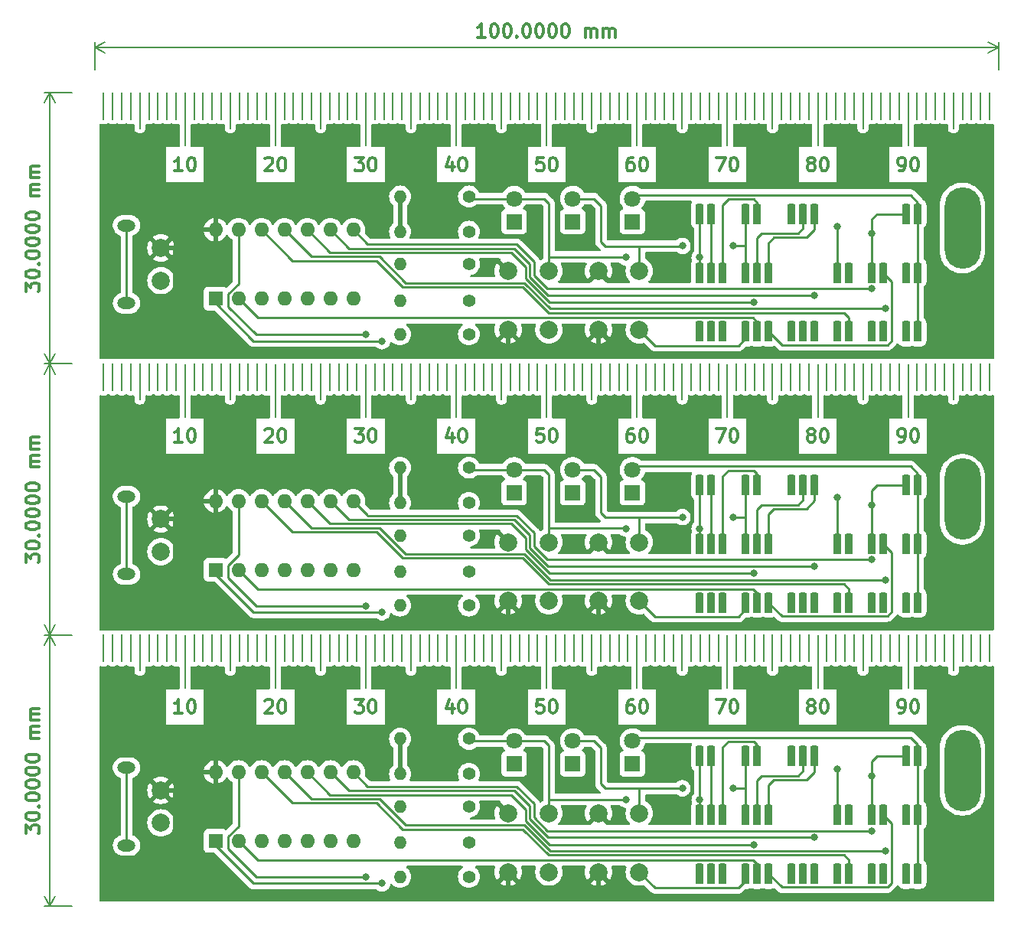
<source format=gbr>
%TF.GenerationSoftware,KiCad,Pcbnew,(6.0.10)*%
%TF.CreationDate,2023-09-25T09:30:20+09:00*%
%TF.ProjectId,simpleLogicCircuit,73696d70-6c65-44c6-9f67-696343697263,rev?*%
%TF.SameCoordinates,Original*%
%TF.FileFunction,Copper,L1,Top*%
%TF.FilePolarity,Positive*%
%FSLAX46Y46*%
G04 Gerber Fmt 4.6, Leading zero omitted, Abs format (unit mm)*
G04 Created by KiCad (PCBNEW (6.0.10)) date 2023-09-25 09:30:20*
%MOMM*%
%LPD*%
G01*
G04 APERTURE LIST*
G04 Aperture macros list*
%AMRoundRect*
0 Rectangle with rounded corners*
0 $1 Rounding radius*
0 $2 $3 $4 $5 $6 $7 $8 $9 X,Y pos of 4 corners*
0 Add a 4 corners polygon primitive as box body*
4,1,4,$2,$3,$4,$5,$6,$7,$8,$9,$2,$3,0*
0 Add four circle primitives for the rounded corners*
1,1,$1+$1,$2,$3*
1,1,$1+$1,$4,$5*
1,1,$1+$1,$6,$7*
1,1,$1+$1,$8,$9*
0 Add four rect primitives between the rounded corners*
20,1,$1+$1,$2,$3,$4,$5,0*
20,1,$1+$1,$4,$5,$6,$7,0*
20,1,$1+$1,$6,$7,$8,$9,0*
20,1,$1+$1,$8,$9,$2,$3,0*%
G04 Aperture macros list end*
%ADD10C,0.300000*%
%TA.AperFunction,NonConductor*%
%ADD11C,0.300000*%
%TD*%
%TA.AperFunction,NonConductor*%
%ADD12C,0.200000*%
%TD*%
%TA.AperFunction,SMDPad,CuDef*%
%ADD13RoundRect,0.225000X-0.225000X-0.918000X0.225000X-0.918000X0.225000X0.918000X-0.225000X0.918000X0*%
%TD*%
%TA.AperFunction,ComponentPad*%
%ADD14C,1.800000*%
%TD*%
%TA.AperFunction,ComponentPad*%
%ADD15R,1.800000X1.800000*%
%TD*%
%TA.AperFunction,ComponentPad*%
%ADD16O,1.400000X1.400000*%
%TD*%
%TA.AperFunction,ComponentPad*%
%ADD17C,1.400000*%
%TD*%
%TA.AperFunction,ComponentPad*%
%ADD18C,2.000000*%
%TD*%
%TA.AperFunction,ComponentPad*%
%ADD19O,1.600000X1.600000*%
%TD*%
%TA.AperFunction,ComponentPad*%
%ADD20R,1.600000X1.600000*%
%TD*%
%TA.AperFunction,SMDPad,CuDef*%
%ADD21RoundRect,0.050000X-0.050000X-1.450000X0.050000X-1.450000X0.050000X1.450000X-0.050000X1.450000X0*%
%TD*%
%TA.AperFunction,SMDPad,CuDef*%
%ADD22RoundRect,0.050000X-0.050000X-1.950000X0.050000X-1.950000X0.050000X1.950000X-0.050000X1.950000X0*%
%TD*%
%TA.AperFunction,SMDPad,CuDef*%
%ADD23RoundRect,0.050000X-0.050000X-2.950000X0.050000X-2.950000X0.050000X2.950000X-0.050000X2.950000X0*%
%TD*%
%TA.AperFunction,ComponentPad*%
%ADD24O,2.000000X1.300000*%
%TD*%
%TA.AperFunction,ComponentPad*%
%ADD25O,4.000000X9.000000*%
%TD*%
%TA.AperFunction,ViaPad*%
%ADD26C,0.800000*%
%TD*%
%TA.AperFunction,Conductor*%
%ADD27C,0.250000*%
%TD*%
%TA.AperFunction,Conductor*%
%ADD28C,0.500000*%
%TD*%
G04 APERTURE END LIST*
D10*
D11*
X24378572Y-119000000D02*
X24378572Y-118071428D01*
X24950001Y-118571428D01*
X24950001Y-118357142D01*
X25021429Y-118214285D01*
X25092858Y-118142857D01*
X25235715Y-118071428D01*
X25592858Y-118071428D01*
X25735715Y-118142857D01*
X25807143Y-118214285D01*
X25878572Y-118357142D01*
X25878572Y-118785714D01*
X25807143Y-118928571D01*
X25735715Y-119000000D01*
X24378572Y-117142857D02*
X24378572Y-117000000D01*
X24450001Y-116857142D01*
X24521429Y-116785714D01*
X24664286Y-116714285D01*
X24950001Y-116642857D01*
X25307143Y-116642857D01*
X25592858Y-116714285D01*
X25735715Y-116785714D01*
X25807143Y-116857142D01*
X25878572Y-117000000D01*
X25878572Y-117142857D01*
X25807143Y-117285714D01*
X25735715Y-117357142D01*
X25592858Y-117428571D01*
X25307143Y-117500000D01*
X24950001Y-117500000D01*
X24664286Y-117428571D01*
X24521429Y-117357142D01*
X24450001Y-117285714D01*
X24378572Y-117142857D01*
X25735715Y-116000000D02*
X25807143Y-115928571D01*
X25878572Y-116000000D01*
X25807143Y-116071428D01*
X25735715Y-116000000D01*
X25878572Y-116000000D01*
X24378572Y-115000000D02*
X24378572Y-114857142D01*
X24450001Y-114714285D01*
X24521429Y-114642857D01*
X24664286Y-114571428D01*
X24950001Y-114500000D01*
X25307143Y-114500000D01*
X25592858Y-114571428D01*
X25735715Y-114642857D01*
X25807143Y-114714285D01*
X25878572Y-114857142D01*
X25878572Y-115000000D01*
X25807143Y-115142857D01*
X25735715Y-115214285D01*
X25592858Y-115285714D01*
X25307143Y-115357142D01*
X24950001Y-115357142D01*
X24664286Y-115285714D01*
X24521429Y-115214285D01*
X24450001Y-115142857D01*
X24378572Y-115000000D01*
X24378572Y-113571428D02*
X24378572Y-113428571D01*
X24450001Y-113285714D01*
X24521429Y-113214285D01*
X24664286Y-113142857D01*
X24950001Y-113071428D01*
X25307143Y-113071428D01*
X25592858Y-113142857D01*
X25735715Y-113214285D01*
X25807143Y-113285714D01*
X25878572Y-113428571D01*
X25878572Y-113571428D01*
X25807143Y-113714285D01*
X25735715Y-113785714D01*
X25592858Y-113857142D01*
X25307143Y-113928571D01*
X24950001Y-113928571D01*
X24664286Y-113857142D01*
X24521429Y-113785714D01*
X24450001Y-113714285D01*
X24378572Y-113571428D01*
X24378572Y-112142857D02*
X24378572Y-112000000D01*
X24450001Y-111857142D01*
X24521429Y-111785714D01*
X24664286Y-111714285D01*
X24950001Y-111642857D01*
X25307143Y-111642857D01*
X25592858Y-111714285D01*
X25735715Y-111785714D01*
X25807143Y-111857142D01*
X25878572Y-112000000D01*
X25878572Y-112142857D01*
X25807143Y-112285714D01*
X25735715Y-112357142D01*
X25592858Y-112428571D01*
X25307143Y-112500000D01*
X24950001Y-112500000D01*
X24664286Y-112428571D01*
X24521429Y-112357142D01*
X24450001Y-112285714D01*
X24378572Y-112142857D01*
X24378572Y-110714285D02*
X24378572Y-110571428D01*
X24450001Y-110428571D01*
X24521429Y-110357142D01*
X24664286Y-110285714D01*
X24950001Y-110214285D01*
X25307143Y-110214285D01*
X25592858Y-110285714D01*
X25735715Y-110357142D01*
X25807143Y-110428571D01*
X25878572Y-110571428D01*
X25878572Y-110714285D01*
X25807143Y-110857142D01*
X25735715Y-110928571D01*
X25592858Y-111000000D01*
X25307143Y-111071428D01*
X24950001Y-111071428D01*
X24664286Y-111000000D01*
X24521429Y-110928571D01*
X24450001Y-110857142D01*
X24378572Y-110714285D01*
X25878572Y-108428571D02*
X24878572Y-108428571D01*
X25021429Y-108428571D02*
X24950001Y-108357142D01*
X24878572Y-108214285D01*
X24878572Y-108000000D01*
X24950001Y-107857142D01*
X25092858Y-107785714D01*
X25878572Y-107785714D01*
X25092858Y-107785714D02*
X24950001Y-107714285D01*
X24878572Y-107571428D01*
X24878572Y-107357142D01*
X24950001Y-107214285D01*
X25092858Y-107142857D01*
X25878572Y-107142857D01*
X25878572Y-106428571D02*
X24878572Y-106428571D01*
X25021429Y-106428571D02*
X24950001Y-106357142D01*
X24878572Y-106214285D01*
X24878572Y-106000000D01*
X24950001Y-105857142D01*
X25092858Y-105785714D01*
X25878572Y-105785714D01*
X25092858Y-105785714D02*
X24950001Y-105714285D01*
X24878572Y-105571428D01*
X24878572Y-105357142D01*
X24950001Y-105214285D01*
X25092858Y-105142857D01*
X25878572Y-105142857D01*
D12*
X29500000Y-97000000D02*
X26413581Y-97000000D01*
X29500000Y-127000000D02*
X26413581Y-127000000D01*
X27000001Y-97000000D02*
X27000001Y-127000000D01*
X27000001Y-97000000D02*
X27000001Y-127000000D01*
X27000001Y-97000000D02*
X26413580Y-98126504D01*
X27000001Y-97000000D02*
X27586422Y-98126504D01*
X27000001Y-127000000D02*
X27586422Y-125873496D01*
X27000001Y-127000000D02*
X26413580Y-125873496D01*
D10*
D11*
X24378572Y-89000000D02*
X24378572Y-88071428D01*
X24950001Y-88571428D01*
X24950001Y-88357142D01*
X25021429Y-88214285D01*
X25092858Y-88142857D01*
X25235715Y-88071428D01*
X25592858Y-88071428D01*
X25735715Y-88142857D01*
X25807143Y-88214285D01*
X25878572Y-88357142D01*
X25878572Y-88785714D01*
X25807143Y-88928571D01*
X25735715Y-89000000D01*
X24378572Y-87142857D02*
X24378572Y-87000000D01*
X24450001Y-86857142D01*
X24521429Y-86785714D01*
X24664286Y-86714285D01*
X24950001Y-86642857D01*
X25307143Y-86642857D01*
X25592858Y-86714285D01*
X25735715Y-86785714D01*
X25807143Y-86857142D01*
X25878572Y-87000000D01*
X25878572Y-87142857D01*
X25807143Y-87285714D01*
X25735715Y-87357142D01*
X25592858Y-87428571D01*
X25307143Y-87500000D01*
X24950001Y-87500000D01*
X24664286Y-87428571D01*
X24521429Y-87357142D01*
X24450001Y-87285714D01*
X24378572Y-87142857D01*
X25735715Y-86000000D02*
X25807143Y-85928571D01*
X25878572Y-86000000D01*
X25807143Y-86071428D01*
X25735715Y-86000000D01*
X25878572Y-86000000D01*
X24378572Y-85000000D02*
X24378572Y-84857142D01*
X24450001Y-84714285D01*
X24521429Y-84642857D01*
X24664286Y-84571428D01*
X24950001Y-84500000D01*
X25307143Y-84500000D01*
X25592858Y-84571428D01*
X25735715Y-84642857D01*
X25807143Y-84714285D01*
X25878572Y-84857142D01*
X25878572Y-85000000D01*
X25807143Y-85142857D01*
X25735715Y-85214285D01*
X25592858Y-85285714D01*
X25307143Y-85357142D01*
X24950001Y-85357142D01*
X24664286Y-85285714D01*
X24521429Y-85214285D01*
X24450001Y-85142857D01*
X24378572Y-85000000D01*
X24378572Y-83571428D02*
X24378572Y-83428571D01*
X24450001Y-83285714D01*
X24521429Y-83214285D01*
X24664286Y-83142857D01*
X24950001Y-83071428D01*
X25307143Y-83071428D01*
X25592858Y-83142857D01*
X25735715Y-83214285D01*
X25807143Y-83285714D01*
X25878572Y-83428571D01*
X25878572Y-83571428D01*
X25807143Y-83714285D01*
X25735715Y-83785714D01*
X25592858Y-83857142D01*
X25307143Y-83928571D01*
X24950001Y-83928571D01*
X24664286Y-83857142D01*
X24521429Y-83785714D01*
X24450001Y-83714285D01*
X24378572Y-83571428D01*
X24378572Y-82142857D02*
X24378572Y-82000000D01*
X24450001Y-81857142D01*
X24521429Y-81785714D01*
X24664286Y-81714285D01*
X24950001Y-81642857D01*
X25307143Y-81642857D01*
X25592858Y-81714285D01*
X25735715Y-81785714D01*
X25807143Y-81857142D01*
X25878572Y-82000000D01*
X25878572Y-82142857D01*
X25807143Y-82285714D01*
X25735715Y-82357142D01*
X25592858Y-82428571D01*
X25307143Y-82500000D01*
X24950001Y-82500000D01*
X24664286Y-82428571D01*
X24521429Y-82357142D01*
X24450001Y-82285714D01*
X24378572Y-82142857D01*
X24378572Y-80714285D02*
X24378572Y-80571428D01*
X24450001Y-80428571D01*
X24521429Y-80357142D01*
X24664286Y-80285714D01*
X24950001Y-80214285D01*
X25307143Y-80214285D01*
X25592858Y-80285714D01*
X25735715Y-80357142D01*
X25807143Y-80428571D01*
X25878572Y-80571428D01*
X25878572Y-80714285D01*
X25807143Y-80857142D01*
X25735715Y-80928571D01*
X25592858Y-81000000D01*
X25307143Y-81071428D01*
X24950001Y-81071428D01*
X24664286Y-81000000D01*
X24521429Y-80928571D01*
X24450001Y-80857142D01*
X24378572Y-80714285D01*
X25878572Y-78428571D02*
X24878572Y-78428571D01*
X25021429Y-78428571D02*
X24950001Y-78357142D01*
X24878572Y-78214285D01*
X24878572Y-78000000D01*
X24950001Y-77857142D01*
X25092858Y-77785714D01*
X25878572Y-77785714D01*
X25092858Y-77785714D02*
X24950001Y-77714285D01*
X24878572Y-77571428D01*
X24878572Y-77357142D01*
X24950001Y-77214285D01*
X25092858Y-77142857D01*
X25878572Y-77142857D01*
X25878572Y-76428571D02*
X24878572Y-76428571D01*
X25021429Y-76428571D02*
X24950001Y-76357142D01*
X24878572Y-76214285D01*
X24878572Y-76000000D01*
X24950001Y-75857142D01*
X25092858Y-75785714D01*
X25878572Y-75785714D01*
X25092858Y-75785714D02*
X24950001Y-75714285D01*
X24878572Y-75571428D01*
X24878572Y-75357142D01*
X24950001Y-75214285D01*
X25092858Y-75142857D01*
X25878572Y-75142857D01*
D12*
X29500000Y-67000000D02*
X26413581Y-67000000D01*
X29500000Y-97000000D02*
X26413581Y-97000000D01*
X27000001Y-67000000D02*
X27000001Y-97000000D01*
X27000001Y-67000000D02*
X27000001Y-97000000D01*
X27000001Y-67000000D02*
X26413580Y-68126504D01*
X27000001Y-67000000D02*
X27586422Y-68126504D01*
X27000001Y-97000000D02*
X27586422Y-95873496D01*
X27000001Y-97000000D02*
X26413580Y-95873496D01*
D10*
D11*
X75214285Y-30878571D02*
X74357142Y-30878571D01*
X74785714Y-30878571D02*
X74785714Y-29378571D01*
X74642857Y-29592857D01*
X74500000Y-29735714D01*
X74357142Y-29807142D01*
X76142857Y-29378571D02*
X76285714Y-29378571D01*
X76428571Y-29450000D01*
X76500000Y-29521428D01*
X76571428Y-29664285D01*
X76642857Y-29950000D01*
X76642857Y-30307142D01*
X76571428Y-30592857D01*
X76500000Y-30735714D01*
X76428571Y-30807142D01*
X76285714Y-30878571D01*
X76142857Y-30878571D01*
X76000000Y-30807142D01*
X75928571Y-30735714D01*
X75857142Y-30592857D01*
X75785714Y-30307142D01*
X75785714Y-29950000D01*
X75857142Y-29664285D01*
X75928571Y-29521428D01*
X76000000Y-29450000D01*
X76142857Y-29378571D01*
X77571428Y-29378571D02*
X77714285Y-29378571D01*
X77857142Y-29450000D01*
X77928571Y-29521428D01*
X78000000Y-29664285D01*
X78071428Y-29950000D01*
X78071428Y-30307142D01*
X78000000Y-30592857D01*
X77928571Y-30735714D01*
X77857142Y-30807142D01*
X77714285Y-30878571D01*
X77571428Y-30878571D01*
X77428571Y-30807142D01*
X77357142Y-30735714D01*
X77285714Y-30592857D01*
X77214285Y-30307142D01*
X77214285Y-29950000D01*
X77285714Y-29664285D01*
X77357142Y-29521428D01*
X77428571Y-29450000D01*
X77571428Y-29378571D01*
X78714285Y-30735714D02*
X78785714Y-30807142D01*
X78714285Y-30878571D01*
X78642857Y-30807142D01*
X78714285Y-30735714D01*
X78714285Y-30878571D01*
X79714285Y-29378571D02*
X79857142Y-29378571D01*
X80000000Y-29450000D01*
X80071428Y-29521428D01*
X80142857Y-29664285D01*
X80214285Y-29950000D01*
X80214285Y-30307142D01*
X80142857Y-30592857D01*
X80071428Y-30735714D01*
X80000000Y-30807142D01*
X79857142Y-30878571D01*
X79714285Y-30878571D01*
X79571428Y-30807142D01*
X79500000Y-30735714D01*
X79428571Y-30592857D01*
X79357142Y-30307142D01*
X79357142Y-29950000D01*
X79428571Y-29664285D01*
X79500000Y-29521428D01*
X79571428Y-29450000D01*
X79714285Y-29378571D01*
X81142857Y-29378571D02*
X81285714Y-29378571D01*
X81428571Y-29450000D01*
X81500000Y-29521428D01*
X81571428Y-29664285D01*
X81642857Y-29950000D01*
X81642857Y-30307142D01*
X81571428Y-30592857D01*
X81500000Y-30735714D01*
X81428571Y-30807142D01*
X81285714Y-30878571D01*
X81142857Y-30878571D01*
X81000000Y-30807142D01*
X80928571Y-30735714D01*
X80857142Y-30592857D01*
X80785714Y-30307142D01*
X80785714Y-29950000D01*
X80857142Y-29664285D01*
X80928571Y-29521428D01*
X81000000Y-29450000D01*
X81142857Y-29378571D01*
X82571428Y-29378571D02*
X82714285Y-29378571D01*
X82857142Y-29450000D01*
X82928571Y-29521428D01*
X83000000Y-29664285D01*
X83071428Y-29950000D01*
X83071428Y-30307142D01*
X83000000Y-30592857D01*
X82928571Y-30735714D01*
X82857142Y-30807142D01*
X82714285Y-30878571D01*
X82571428Y-30878571D01*
X82428571Y-30807142D01*
X82357142Y-30735714D01*
X82285714Y-30592857D01*
X82214285Y-30307142D01*
X82214285Y-29950000D01*
X82285714Y-29664285D01*
X82357142Y-29521428D01*
X82428571Y-29450000D01*
X82571428Y-29378571D01*
X84000000Y-29378571D02*
X84142857Y-29378571D01*
X84285714Y-29450000D01*
X84357142Y-29521428D01*
X84428571Y-29664285D01*
X84500000Y-29950000D01*
X84500000Y-30307142D01*
X84428571Y-30592857D01*
X84357142Y-30735714D01*
X84285714Y-30807142D01*
X84142857Y-30878571D01*
X84000000Y-30878571D01*
X83857142Y-30807142D01*
X83785714Y-30735714D01*
X83714285Y-30592857D01*
X83642857Y-30307142D01*
X83642857Y-29950000D01*
X83714285Y-29664285D01*
X83785714Y-29521428D01*
X83857142Y-29450000D01*
X84000000Y-29378571D01*
X86285714Y-30878571D02*
X86285714Y-29878571D01*
X86285714Y-30021428D02*
X86357142Y-29950000D01*
X86500000Y-29878571D01*
X86714285Y-29878571D01*
X86857142Y-29950000D01*
X86928571Y-30092857D01*
X86928571Y-30878571D01*
X86928571Y-30092857D02*
X87000000Y-29950000D01*
X87142857Y-29878571D01*
X87357142Y-29878571D01*
X87500000Y-29950000D01*
X87571428Y-30092857D01*
X87571428Y-30878571D01*
X88285714Y-30878571D02*
X88285714Y-29878571D01*
X88285714Y-30021428D02*
X88357142Y-29950000D01*
X88500000Y-29878571D01*
X88714285Y-29878571D01*
X88857142Y-29950000D01*
X88928571Y-30092857D01*
X88928571Y-30878571D01*
X88928571Y-30092857D02*
X89000000Y-29950000D01*
X89142857Y-29878571D01*
X89357142Y-29878571D01*
X89500000Y-29950000D01*
X89571428Y-30092857D01*
X89571428Y-30878571D01*
D12*
X32000000Y-34500000D02*
X32000000Y-31413580D01*
X132000000Y-34500000D02*
X132000000Y-31413580D01*
X32000000Y-32000000D02*
X132000000Y-32000000D01*
X32000000Y-32000000D02*
X132000000Y-32000000D01*
X32000000Y-32000000D02*
X33126504Y-32586421D01*
X32000000Y-32000000D02*
X33126504Y-31413579D01*
X132000000Y-32000000D02*
X130873496Y-31413579D01*
X132000000Y-32000000D02*
X130873496Y-32586421D01*
D10*
D11*
X24378572Y-59000000D02*
X24378572Y-58071428D01*
X24950001Y-58571428D01*
X24950001Y-58357142D01*
X25021429Y-58214285D01*
X25092858Y-58142857D01*
X25235715Y-58071428D01*
X25592858Y-58071428D01*
X25735715Y-58142857D01*
X25807143Y-58214285D01*
X25878572Y-58357142D01*
X25878572Y-58785714D01*
X25807143Y-58928571D01*
X25735715Y-59000000D01*
X24378572Y-57142857D02*
X24378572Y-57000000D01*
X24450001Y-56857142D01*
X24521429Y-56785714D01*
X24664286Y-56714285D01*
X24950001Y-56642857D01*
X25307143Y-56642857D01*
X25592858Y-56714285D01*
X25735715Y-56785714D01*
X25807143Y-56857142D01*
X25878572Y-57000000D01*
X25878572Y-57142857D01*
X25807143Y-57285714D01*
X25735715Y-57357142D01*
X25592858Y-57428571D01*
X25307143Y-57500000D01*
X24950001Y-57500000D01*
X24664286Y-57428571D01*
X24521429Y-57357142D01*
X24450001Y-57285714D01*
X24378572Y-57142857D01*
X25735715Y-56000000D02*
X25807143Y-55928571D01*
X25878572Y-56000000D01*
X25807143Y-56071428D01*
X25735715Y-56000000D01*
X25878572Y-56000000D01*
X24378572Y-55000000D02*
X24378572Y-54857142D01*
X24450001Y-54714285D01*
X24521429Y-54642857D01*
X24664286Y-54571428D01*
X24950001Y-54500000D01*
X25307143Y-54500000D01*
X25592858Y-54571428D01*
X25735715Y-54642857D01*
X25807143Y-54714285D01*
X25878572Y-54857142D01*
X25878572Y-55000000D01*
X25807143Y-55142857D01*
X25735715Y-55214285D01*
X25592858Y-55285714D01*
X25307143Y-55357142D01*
X24950001Y-55357142D01*
X24664286Y-55285714D01*
X24521429Y-55214285D01*
X24450001Y-55142857D01*
X24378572Y-55000000D01*
X24378572Y-53571428D02*
X24378572Y-53428571D01*
X24450001Y-53285714D01*
X24521429Y-53214285D01*
X24664286Y-53142857D01*
X24950001Y-53071428D01*
X25307143Y-53071428D01*
X25592858Y-53142857D01*
X25735715Y-53214285D01*
X25807143Y-53285714D01*
X25878572Y-53428571D01*
X25878572Y-53571428D01*
X25807143Y-53714285D01*
X25735715Y-53785714D01*
X25592858Y-53857142D01*
X25307143Y-53928571D01*
X24950001Y-53928571D01*
X24664286Y-53857142D01*
X24521429Y-53785714D01*
X24450001Y-53714285D01*
X24378572Y-53571428D01*
X24378572Y-52142857D02*
X24378572Y-52000000D01*
X24450001Y-51857142D01*
X24521429Y-51785714D01*
X24664286Y-51714285D01*
X24950001Y-51642857D01*
X25307143Y-51642857D01*
X25592858Y-51714285D01*
X25735715Y-51785714D01*
X25807143Y-51857142D01*
X25878572Y-52000000D01*
X25878572Y-52142857D01*
X25807143Y-52285714D01*
X25735715Y-52357142D01*
X25592858Y-52428571D01*
X25307143Y-52500000D01*
X24950001Y-52500000D01*
X24664286Y-52428571D01*
X24521429Y-52357142D01*
X24450001Y-52285714D01*
X24378572Y-52142857D01*
X24378572Y-50714285D02*
X24378572Y-50571428D01*
X24450001Y-50428571D01*
X24521429Y-50357142D01*
X24664286Y-50285714D01*
X24950001Y-50214285D01*
X25307143Y-50214285D01*
X25592858Y-50285714D01*
X25735715Y-50357142D01*
X25807143Y-50428571D01*
X25878572Y-50571428D01*
X25878572Y-50714285D01*
X25807143Y-50857142D01*
X25735715Y-50928571D01*
X25592858Y-51000000D01*
X25307143Y-51071428D01*
X24950001Y-51071428D01*
X24664286Y-51000000D01*
X24521429Y-50928571D01*
X24450001Y-50857142D01*
X24378572Y-50714285D01*
X25878572Y-48428571D02*
X24878572Y-48428571D01*
X25021429Y-48428571D02*
X24950001Y-48357142D01*
X24878572Y-48214285D01*
X24878572Y-48000000D01*
X24950001Y-47857142D01*
X25092858Y-47785714D01*
X25878572Y-47785714D01*
X25092858Y-47785714D02*
X24950001Y-47714285D01*
X24878572Y-47571428D01*
X24878572Y-47357142D01*
X24950001Y-47214285D01*
X25092858Y-47142857D01*
X25878572Y-47142857D01*
X25878572Y-46428571D02*
X24878572Y-46428571D01*
X25021429Y-46428571D02*
X24950001Y-46357142D01*
X24878572Y-46214285D01*
X24878572Y-46000000D01*
X24950001Y-45857142D01*
X25092858Y-45785714D01*
X25878572Y-45785714D01*
X25092858Y-45785714D02*
X24950001Y-45714285D01*
X24878572Y-45571428D01*
X24878572Y-45357142D01*
X24950001Y-45214285D01*
X25092858Y-45142857D01*
X25878572Y-45142857D01*
D12*
X29500000Y-37000000D02*
X26413581Y-37000000D01*
X29500000Y-67000000D02*
X26413581Y-67000000D01*
X27000001Y-37000000D02*
X27000001Y-67000000D01*
X27000001Y-37000000D02*
X27000001Y-67000000D01*
X27000001Y-37000000D02*
X26413580Y-38126504D01*
X27000001Y-37000000D02*
X27586422Y-38126504D01*
X27000001Y-67000000D02*
X27586422Y-65873496D01*
X27000001Y-67000000D02*
X26413580Y-65873496D01*
D10*
%TO.C,REF\u002A\u002A4*%
D11*
X71571428Y-104678571D02*
X71571428Y-105678571D01*
X71214285Y-104107142D02*
X70857142Y-105178571D01*
X71785714Y-105178571D01*
X72642857Y-104178571D02*
X72785714Y-104178571D01*
X72928571Y-104250000D01*
X73000000Y-104321428D01*
X73071428Y-104464285D01*
X73142857Y-104750000D01*
X73142857Y-105107142D01*
X73071428Y-105392857D01*
X73000000Y-105535714D01*
X72928571Y-105607142D01*
X72785714Y-105678571D01*
X72642857Y-105678571D01*
X72500000Y-105607142D01*
X72428571Y-105535714D01*
X72357142Y-105392857D01*
X72285714Y-105107142D01*
X72285714Y-104750000D01*
X72357142Y-104464285D01*
X72428571Y-104321428D01*
X72500000Y-104250000D01*
X72642857Y-104178571D01*
D10*
D11*
X100785714Y-104178571D02*
X101785714Y-104178571D01*
X101142857Y-105678571D01*
X102642857Y-104178571D02*
X102785714Y-104178571D01*
X102928571Y-104250000D01*
X103000000Y-104321428D01*
X103071428Y-104464285D01*
X103142857Y-104750000D01*
X103142857Y-105107142D01*
X103071428Y-105392857D01*
X103000000Y-105535714D01*
X102928571Y-105607142D01*
X102785714Y-105678571D01*
X102642857Y-105678571D01*
X102500000Y-105607142D01*
X102428571Y-105535714D01*
X102357142Y-105392857D01*
X102285714Y-105107142D01*
X102285714Y-104750000D01*
X102357142Y-104464285D01*
X102428571Y-104321428D01*
X102500000Y-104250000D01*
X102642857Y-104178571D01*
D10*
D11*
X41714285Y-105678571D02*
X40857142Y-105678571D01*
X41285714Y-105678571D02*
X41285714Y-104178571D01*
X41142857Y-104392857D01*
X41000000Y-104535714D01*
X40857142Y-104607142D01*
X42642857Y-104178571D02*
X42785714Y-104178571D01*
X42928571Y-104250000D01*
X43000000Y-104321428D01*
X43071428Y-104464285D01*
X43142857Y-104750000D01*
X43142857Y-105107142D01*
X43071428Y-105392857D01*
X43000000Y-105535714D01*
X42928571Y-105607142D01*
X42785714Y-105678571D01*
X42642857Y-105678571D01*
X42500000Y-105607142D01*
X42428571Y-105535714D01*
X42357142Y-105392857D01*
X42285714Y-105107142D01*
X42285714Y-104750000D01*
X42357142Y-104464285D01*
X42428571Y-104321428D01*
X42500000Y-104250000D01*
X42642857Y-104178571D01*
D10*
D11*
X60785714Y-104178571D02*
X61714285Y-104178571D01*
X61214285Y-104750000D01*
X61428571Y-104750000D01*
X61571428Y-104821428D01*
X61642857Y-104892857D01*
X61714285Y-105035714D01*
X61714285Y-105392857D01*
X61642857Y-105535714D01*
X61571428Y-105607142D01*
X61428571Y-105678571D01*
X61000000Y-105678571D01*
X60857142Y-105607142D01*
X60785714Y-105535714D01*
X62642857Y-104178571D02*
X62785714Y-104178571D01*
X62928571Y-104250000D01*
X63000000Y-104321428D01*
X63071428Y-104464285D01*
X63142857Y-104750000D01*
X63142857Y-105107142D01*
X63071428Y-105392857D01*
X63000000Y-105535714D01*
X62928571Y-105607142D01*
X62785714Y-105678571D01*
X62642857Y-105678571D01*
X62500000Y-105607142D01*
X62428571Y-105535714D01*
X62357142Y-105392857D01*
X62285714Y-105107142D01*
X62285714Y-104750000D01*
X62357142Y-104464285D01*
X62428571Y-104321428D01*
X62500000Y-104250000D01*
X62642857Y-104178571D01*
D10*
D11*
X121000000Y-105678571D02*
X121285714Y-105678571D01*
X121428571Y-105607142D01*
X121500000Y-105535714D01*
X121642857Y-105321428D01*
X121714285Y-105035714D01*
X121714285Y-104464285D01*
X121642857Y-104321428D01*
X121571428Y-104250000D01*
X121428571Y-104178571D01*
X121142857Y-104178571D01*
X121000000Y-104250000D01*
X120928571Y-104321428D01*
X120857142Y-104464285D01*
X120857142Y-104821428D01*
X120928571Y-104964285D01*
X121000000Y-105035714D01*
X121142857Y-105107142D01*
X121428571Y-105107142D01*
X121571428Y-105035714D01*
X121642857Y-104964285D01*
X121714285Y-104821428D01*
X122642857Y-104178571D02*
X122785714Y-104178571D01*
X122928571Y-104250000D01*
X123000000Y-104321428D01*
X123071428Y-104464285D01*
X123142857Y-104750000D01*
X123142857Y-105107142D01*
X123071428Y-105392857D01*
X123000000Y-105535714D01*
X122928571Y-105607142D01*
X122785714Y-105678571D01*
X122642857Y-105678571D01*
X122500000Y-105607142D01*
X122428571Y-105535714D01*
X122357142Y-105392857D01*
X122285714Y-105107142D01*
X122285714Y-104750000D01*
X122357142Y-104464285D01*
X122428571Y-104321428D01*
X122500000Y-104250000D01*
X122642857Y-104178571D01*
D10*
D11*
X111142857Y-104821428D02*
X111000000Y-104750000D01*
X110928571Y-104678571D01*
X110857142Y-104535714D01*
X110857142Y-104464285D01*
X110928571Y-104321428D01*
X111000000Y-104250000D01*
X111142857Y-104178571D01*
X111428571Y-104178571D01*
X111571428Y-104250000D01*
X111642857Y-104321428D01*
X111714285Y-104464285D01*
X111714285Y-104535714D01*
X111642857Y-104678571D01*
X111571428Y-104750000D01*
X111428571Y-104821428D01*
X111142857Y-104821428D01*
X111000000Y-104892857D01*
X110928571Y-104964285D01*
X110857142Y-105107142D01*
X110857142Y-105392857D01*
X110928571Y-105535714D01*
X111000000Y-105607142D01*
X111142857Y-105678571D01*
X111428571Y-105678571D01*
X111571428Y-105607142D01*
X111642857Y-105535714D01*
X111714285Y-105392857D01*
X111714285Y-105107142D01*
X111642857Y-104964285D01*
X111571428Y-104892857D01*
X111428571Y-104821428D01*
X112642857Y-104178571D02*
X112785714Y-104178571D01*
X112928571Y-104250000D01*
X113000000Y-104321428D01*
X113071428Y-104464285D01*
X113142857Y-104750000D01*
X113142857Y-105107142D01*
X113071428Y-105392857D01*
X113000000Y-105535714D01*
X112928571Y-105607142D01*
X112785714Y-105678571D01*
X112642857Y-105678571D01*
X112500000Y-105607142D01*
X112428571Y-105535714D01*
X112357142Y-105392857D01*
X112285714Y-105107142D01*
X112285714Y-104750000D01*
X112357142Y-104464285D01*
X112428571Y-104321428D01*
X112500000Y-104250000D01*
X112642857Y-104178571D01*
D10*
D11*
X81642857Y-104178571D02*
X80928571Y-104178571D01*
X80857142Y-104892857D01*
X80928571Y-104821428D01*
X81071428Y-104750000D01*
X81428571Y-104750000D01*
X81571428Y-104821428D01*
X81642857Y-104892857D01*
X81714285Y-105035714D01*
X81714285Y-105392857D01*
X81642857Y-105535714D01*
X81571428Y-105607142D01*
X81428571Y-105678571D01*
X81071428Y-105678571D01*
X80928571Y-105607142D01*
X80857142Y-105535714D01*
X82642857Y-104178571D02*
X82785714Y-104178571D01*
X82928571Y-104250000D01*
X83000000Y-104321428D01*
X83071428Y-104464285D01*
X83142857Y-104750000D01*
X83142857Y-105107142D01*
X83071428Y-105392857D01*
X83000000Y-105535714D01*
X82928571Y-105607142D01*
X82785714Y-105678571D01*
X82642857Y-105678571D01*
X82500000Y-105607142D01*
X82428571Y-105535714D01*
X82357142Y-105392857D01*
X82285714Y-105107142D01*
X82285714Y-104750000D01*
X82357142Y-104464285D01*
X82428571Y-104321428D01*
X82500000Y-104250000D01*
X82642857Y-104178571D01*
D10*
D11*
X91571428Y-104178571D02*
X91285714Y-104178571D01*
X91142857Y-104250000D01*
X91071428Y-104321428D01*
X90928571Y-104535714D01*
X90857142Y-104821428D01*
X90857142Y-105392857D01*
X90928571Y-105535714D01*
X91000000Y-105607142D01*
X91142857Y-105678571D01*
X91428571Y-105678571D01*
X91571428Y-105607142D01*
X91642857Y-105535714D01*
X91714285Y-105392857D01*
X91714285Y-105035714D01*
X91642857Y-104892857D01*
X91571428Y-104821428D01*
X91428571Y-104750000D01*
X91142857Y-104750000D01*
X91000000Y-104821428D01*
X90928571Y-104892857D01*
X90857142Y-105035714D01*
X92642857Y-104178571D02*
X92785714Y-104178571D01*
X92928571Y-104250000D01*
X93000000Y-104321428D01*
X93071428Y-104464285D01*
X93142857Y-104750000D01*
X93142857Y-105107142D01*
X93071428Y-105392857D01*
X93000000Y-105535714D01*
X92928571Y-105607142D01*
X92785714Y-105678571D01*
X92642857Y-105678571D01*
X92500000Y-105607142D01*
X92428571Y-105535714D01*
X92357142Y-105392857D01*
X92285714Y-105107142D01*
X92285714Y-104750000D01*
X92357142Y-104464285D01*
X92428571Y-104321428D01*
X92500000Y-104250000D01*
X92642857Y-104178571D01*
D10*
D11*
X50857142Y-104321428D02*
X50928571Y-104250000D01*
X51071428Y-104178571D01*
X51428571Y-104178571D01*
X51571428Y-104250000D01*
X51642857Y-104321428D01*
X51714285Y-104464285D01*
X51714285Y-104607142D01*
X51642857Y-104821428D01*
X50785714Y-105678571D01*
X51714285Y-105678571D01*
X52642857Y-104178571D02*
X52785714Y-104178571D01*
X52928571Y-104250000D01*
X53000000Y-104321428D01*
X53071428Y-104464285D01*
X53142857Y-104750000D01*
X53142857Y-105107142D01*
X53071428Y-105392857D01*
X53000000Y-105535714D01*
X52928571Y-105607142D01*
X52785714Y-105678571D01*
X52642857Y-105678571D01*
X52500000Y-105607142D01*
X52428571Y-105535714D01*
X52357142Y-105392857D01*
X52285714Y-105107142D01*
X52285714Y-104750000D01*
X52357142Y-104464285D01*
X52428571Y-104321428D01*
X52500000Y-104250000D01*
X52642857Y-104178571D01*
D10*
%TO.C,REF\u002A\u002A2*%
D11*
X71571428Y-74678571D02*
X71571428Y-75678571D01*
X71214285Y-74107142D02*
X70857142Y-75178571D01*
X71785714Y-75178571D01*
X72642857Y-74178571D02*
X72785714Y-74178571D01*
X72928571Y-74250000D01*
X73000000Y-74321428D01*
X73071428Y-74464285D01*
X73142857Y-74750000D01*
X73142857Y-75107142D01*
X73071428Y-75392857D01*
X73000000Y-75535714D01*
X72928571Y-75607142D01*
X72785714Y-75678571D01*
X72642857Y-75678571D01*
X72500000Y-75607142D01*
X72428571Y-75535714D01*
X72357142Y-75392857D01*
X72285714Y-75107142D01*
X72285714Y-74750000D01*
X72357142Y-74464285D01*
X72428571Y-74321428D01*
X72500000Y-74250000D01*
X72642857Y-74178571D01*
D10*
D11*
X100785714Y-74178571D02*
X101785714Y-74178571D01*
X101142857Y-75678571D01*
X102642857Y-74178571D02*
X102785714Y-74178571D01*
X102928571Y-74250000D01*
X103000000Y-74321428D01*
X103071428Y-74464285D01*
X103142857Y-74750000D01*
X103142857Y-75107142D01*
X103071428Y-75392857D01*
X103000000Y-75535714D01*
X102928571Y-75607142D01*
X102785714Y-75678571D01*
X102642857Y-75678571D01*
X102500000Y-75607142D01*
X102428571Y-75535714D01*
X102357142Y-75392857D01*
X102285714Y-75107142D01*
X102285714Y-74750000D01*
X102357142Y-74464285D01*
X102428571Y-74321428D01*
X102500000Y-74250000D01*
X102642857Y-74178571D01*
D10*
D11*
X41714285Y-75678571D02*
X40857142Y-75678571D01*
X41285714Y-75678571D02*
X41285714Y-74178571D01*
X41142857Y-74392857D01*
X41000000Y-74535714D01*
X40857142Y-74607142D01*
X42642857Y-74178571D02*
X42785714Y-74178571D01*
X42928571Y-74250000D01*
X43000000Y-74321428D01*
X43071428Y-74464285D01*
X43142857Y-74750000D01*
X43142857Y-75107142D01*
X43071428Y-75392857D01*
X43000000Y-75535714D01*
X42928571Y-75607142D01*
X42785714Y-75678571D01*
X42642857Y-75678571D01*
X42500000Y-75607142D01*
X42428571Y-75535714D01*
X42357142Y-75392857D01*
X42285714Y-75107142D01*
X42285714Y-74750000D01*
X42357142Y-74464285D01*
X42428571Y-74321428D01*
X42500000Y-74250000D01*
X42642857Y-74178571D01*
D10*
D11*
X60785714Y-74178571D02*
X61714285Y-74178571D01*
X61214285Y-74750000D01*
X61428571Y-74750000D01*
X61571428Y-74821428D01*
X61642857Y-74892857D01*
X61714285Y-75035714D01*
X61714285Y-75392857D01*
X61642857Y-75535714D01*
X61571428Y-75607142D01*
X61428571Y-75678571D01*
X61000000Y-75678571D01*
X60857142Y-75607142D01*
X60785714Y-75535714D01*
X62642857Y-74178571D02*
X62785714Y-74178571D01*
X62928571Y-74250000D01*
X63000000Y-74321428D01*
X63071428Y-74464285D01*
X63142857Y-74750000D01*
X63142857Y-75107142D01*
X63071428Y-75392857D01*
X63000000Y-75535714D01*
X62928571Y-75607142D01*
X62785714Y-75678571D01*
X62642857Y-75678571D01*
X62500000Y-75607142D01*
X62428571Y-75535714D01*
X62357142Y-75392857D01*
X62285714Y-75107142D01*
X62285714Y-74750000D01*
X62357142Y-74464285D01*
X62428571Y-74321428D01*
X62500000Y-74250000D01*
X62642857Y-74178571D01*
D10*
D11*
X121000000Y-75678571D02*
X121285714Y-75678571D01*
X121428571Y-75607142D01*
X121500000Y-75535714D01*
X121642857Y-75321428D01*
X121714285Y-75035714D01*
X121714285Y-74464285D01*
X121642857Y-74321428D01*
X121571428Y-74250000D01*
X121428571Y-74178571D01*
X121142857Y-74178571D01*
X121000000Y-74250000D01*
X120928571Y-74321428D01*
X120857142Y-74464285D01*
X120857142Y-74821428D01*
X120928571Y-74964285D01*
X121000000Y-75035714D01*
X121142857Y-75107142D01*
X121428571Y-75107142D01*
X121571428Y-75035714D01*
X121642857Y-74964285D01*
X121714285Y-74821428D01*
X122642857Y-74178571D02*
X122785714Y-74178571D01*
X122928571Y-74250000D01*
X123000000Y-74321428D01*
X123071428Y-74464285D01*
X123142857Y-74750000D01*
X123142857Y-75107142D01*
X123071428Y-75392857D01*
X123000000Y-75535714D01*
X122928571Y-75607142D01*
X122785714Y-75678571D01*
X122642857Y-75678571D01*
X122500000Y-75607142D01*
X122428571Y-75535714D01*
X122357142Y-75392857D01*
X122285714Y-75107142D01*
X122285714Y-74750000D01*
X122357142Y-74464285D01*
X122428571Y-74321428D01*
X122500000Y-74250000D01*
X122642857Y-74178571D01*
D10*
D11*
X111142857Y-74821428D02*
X111000000Y-74750000D01*
X110928571Y-74678571D01*
X110857142Y-74535714D01*
X110857142Y-74464285D01*
X110928571Y-74321428D01*
X111000000Y-74250000D01*
X111142857Y-74178571D01*
X111428571Y-74178571D01*
X111571428Y-74250000D01*
X111642857Y-74321428D01*
X111714285Y-74464285D01*
X111714285Y-74535714D01*
X111642857Y-74678571D01*
X111571428Y-74750000D01*
X111428571Y-74821428D01*
X111142857Y-74821428D01*
X111000000Y-74892857D01*
X110928571Y-74964285D01*
X110857142Y-75107142D01*
X110857142Y-75392857D01*
X110928571Y-75535714D01*
X111000000Y-75607142D01*
X111142857Y-75678571D01*
X111428571Y-75678571D01*
X111571428Y-75607142D01*
X111642857Y-75535714D01*
X111714285Y-75392857D01*
X111714285Y-75107142D01*
X111642857Y-74964285D01*
X111571428Y-74892857D01*
X111428571Y-74821428D01*
X112642857Y-74178571D02*
X112785714Y-74178571D01*
X112928571Y-74250000D01*
X113000000Y-74321428D01*
X113071428Y-74464285D01*
X113142857Y-74750000D01*
X113142857Y-75107142D01*
X113071428Y-75392857D01*
X113000000Y-75535714D01*
X112928571Y-75607142D01*
X112785714Y-75678571D01*
X112642857Y-75678571D01*
X112500000Y-75607142D01*
X112428571Y-75535714D01*
X112357142Y-75392857D01*
X112285714Y-75107142D01*
X112285714Y-74750000D01*
X112357142Y-74464285D01*
X112428571Y-74321428D01*
X112500000Y-74250000D01*
X112642857Y-74178571D01*
D10*
D11*
X81642857Y-74178571D02*
X80928571Y-74178571D01*
X80857142Y-74892857D01*
X80928571Y-74821428D01*
X81071428Y-74750000D01*
X81428571Y-74750000D01*
X81571428Y-74821428D01*
X81642857Y-74892857D01*
X81714285Y-75035714D01*
X81714285Y-75392857D01*
X81642857Y-75535714D01*
X81571428Y-75607142D01*
X81428571Y-75678571D01*
X81071428Y-75678571D01*
X80928571Y-75607142D01*
X80857142Y-75535714D01*
X82642857Y-74178571D02*
X82785714Y-74178571D01*
X82928571Y-74250000D01*
X83000000Y-74321428D01*
X83071428Y-74464285D01*
X83142857Y-74750000D01*
X83142857Y-75107142D01*
X83071428Y-75392857D01*
X83000000Y-75535714D01*
X82928571Y-75607142D01*
X82785714Y-75678571D01*
X82642857Y-75678571D01*
X82500000Y-75607142D01*
X82428571Y-75535714D01*
X82357142Y-75392857D01*
X82285714Y-75107142D01*
X82285714Y-74750000D01*
X82357142Y-74464285D01*
X82428571Y-74321428D01*
X82500000Y-74250000D01*
X82642857Y-74178571D01*
D10*
D11*
X91571428Y-74178571D02*
X91285714Y-74178571D01*
X91142857Y-74250000D01*
X91071428Y-74321428D01*
X90928571Y-74535714D01*
X90857142Y-74821428D01*
X90857142Y-75392857D01*
X90928571Y-75535714D01*
X91000000Y-75607142D01*
X91142857Y-75678571D01*
X91428571Y-75678571D01*
X91571428Y-75607142D01*
X91642857Y-75535714D01*
X91714285Y-75392857D01*
X91714285Y-75035714D01*
X91642857Y-74892857D01*
X91571428Y-74821428D01*
X91428571Y-74750000D01*
X91142857Y-74750000D01*
X91000000Y-74821428D01*
X90928571Y-74892857D01*
X90857142Y-75035714D01*
X92642857Y-74178571D02*
X92785714Y-74178571D01*
X92928571Y-74250000D01*
X93000000Y-74321428D01*
X93071428Y-74464285D01*
X93142857Y-74750000D01*
X93142857Y-75107142D01*
X93071428Y-75392857D01*
X93000000Y-75535714D01*
X92928571Y-75607142D01*
X92785714Y-75678571D01*
X92642857Y-75678571D01*
X92500000Y-75607142D01*
X92428571Y-75535714D01*
X92357142Y-75392857D01*
X92285714Y-75107142D01*
X92285714Y-74750000D01*
X92357142Y-74464285D01*
X92428571Y-74321428D01*
X92500000Y-74250000D01*
X92642857Y-74178571D01*
D10*
D11*
X50857142Y-74321428D02*
X50928571Y-74250000D01*
X51071428Y-74178571D01*
X51428571Y-74178571D01*
X51571428Y-74250000D01*
X51642857Y-74321428D01*
X51714285Y-74464285D01*
X51714285Y-74607142D01*
X51642857Y-74821428D01*
X50785714Y-75678571D01*
X51714285Y-75678571D01*
X52642857Y-74178571D02*
X52785714Y-74178571D01*
X52928571Y-74250000D01*
X53000000Y-74321428D01*
X53071428Y-74464285D01*
X53142857Y-74750000D01*
X53142857Y-75107142D01*
X53071428Y-75392857D01*
X53000000Y-75535714D01*
X52928571Y-75607142D01*
X52785714Y-75678571D01*
X52642857Y-75678571D01*
X52500000Y-75607142D01*
X52428571Y-75535714D01*
X52357142Y-75392857D01*
X52285714Y-75107142D01*
X52285714Y-74750000D01*
X52357142Y-74464285D01*
X52428571Y-74321428D01*
X52500000Y-74250000D01*
X52642857Y-74178571D01*
D10*
%TO.C,REF\u002A\u002A*%
D11*
X71571428Y-44678571D02*
X71571428Y-45678571D01*
X71214285Y-44107142D02*
X70857142Y-45178571D01*
X71785714Y-45178571D01*
X72642857Y-44178571D02*
X72785714Y-44178571D01*
X72928571Y-44250000D01*
X73000000Y-44321428D01*
X73071428Y-44464285D01*
X73142857Y-44750000D01*
X73142857Y-45107142D01*
X73071428Y-45392857D01*
X73000000Y-45535714D01*
X72928571Y-45607142D01*
X72785714Y-45678571D01*
X72642857Y-45678571D01*
X72500000Y-45607142D01*
X72428571Y-45535714D01*
X72357142Y-45392857D01*
X72285714Y-45107142D01*
X72285714Y-44750000D01*
X72357142Y-44464285D01*
X72428571Y-44321428D01*
X72500000Y-44250000D01*
X72642857Y-44178571D01*
D10*
D11*
X100785714Y-44178571D02*
X101785714Y-44178571D01*
X101142857Y-45678571D01*
X102642857Y-44178571D02*
X102785714Y-44178571D01*
X102928571Y-44250000D01*
X103000000Y-44321428D01*
X103071428Y-44464285D01*
X103142857Y-44750000D01*
X103142857Y-45107142D01*
X103071428Y-45392857D01*
X103000000Y-45535714D01*
X102928571Y-45607142D01*
X102785714Y-45678571D01*
X102642857Y-45678571D01*
X102500000Y-45607142D01*
X102428571Y-45535714D01*
X102357142Y-45392857D01*
X102285714Y-45107142D01*
X102285714Y-44750000D01*
X102357142Y-44464285D01*
X102428571Y-44321428D01*
X102500000Y-44250000D01*
X102642857Y-44178571D01*
D10*
D11*
X41714285Y-45678571D02*
X40857142Y-45678571D01*
X41285714Y-45678571D02*
X41285714Y-44178571D01*
X41142857Y-44392857D01*
X41000000Y-44535714D01*
X40857142Y-44607142D01*
X42642857Y-44178571D02*
X42785714Y-44178571D01*
X42928571Y-44250000D01*
X43000000Y-44321428D01*
X43071428Y-44464285D01*
X43142857Y-44750000D01*
X43142857Y-45107142D01*
X43071428Y-45392857D01*
X43000000Y-45535714D01*
X42928571Y-45607142D01*
X42785714Y-45678571D01*
X42642857Y-45678571D01*
X42500000Y-45607142D01*
X42428571Y-45535714D01*
X42357142Y-45392857D01*
X42285714Y-45107142D01*
X42285714Y-44750000D01*
X42357142Y-44464285D01*
X42428571Y-44321428D01*
X42500000Y-44250000D01*
X42642857Y-44178571D01*
D10*
D11*
X60785714Y-44178571D02*
X61714285Y-44178571D01*
X61214285Y-44750000D01*
X61428571Y-44750000D01*
X61571428Y-44821428D01*
X61642857Y-44892857D01*
X61714285Y-45035714D01*
X61714285Y-45392857D01*
X61642857Y-45535714D01*
X61571428Y-45607142D01*
X61428571Y-45678571D01*
X61000000Y-45678571D01*
X60857142Y-45607142D01*
X60785714Y-45535714D01*
X62642857Y-44178571D02*
X62785714Y-44178571D01*
X62928571Y-44250000D01*
X63000000Y-44321428D01*
X63071428Y-44464285D01*
X63142857Y-44750000D01*
X63142857Y-45107142D01*
X63071428Y-45392857D01*
X63000000Y-45535714D01*
X62928571Y-45607142D01*
X62785714Y-45678571D01*
X62642857Y-45678571D01*
X62500000Y-45607142D01*
X62428571Y-45535714D01*
X62357142Y-45392857D01*
X62285714Y-45107142D01*
X62285714Y-44750000D01*
X62357142Y-44464285D01*
X62428571Y-44321428D01*
X62500000Y-44250000D01*
X62642857Y-44178571D01*
D10*
D11*
X121000000Y-45678571D02*
X121285714Y-45678571D01*
X121428571Y-45607142D01*
X121500000Y-45535714D01*
X121642857Y-45321428D01*
X121714285Y-45035714D01*
X121714285Y-44464285D01*
X121642857Y-44321428D01*
X121571428Y-44250000D01*
X121428571Y-44178571D01*
X121142857Y-44178571D01*
X121000000Y-44250000D01*
X120928571Y-44321428D01*
X120857142Y-44464285D01*
X120857142Y-44821428D01*
X120928571Y-44964285D01*
X121000000Y-45035714D01*
X121142857Y-45107142D01*
X121428571Y-45107142D01*
X121571428Y-45035714D01*
X121642857Y-44964285D01*
X121714285Y-44821428D01*
X122642857Y-44178571D02*
X122785714Y-44178571D01*
X122928571Y-44250000D01*
X123000000Y-44321428D01*
X123071428Y-44464285D01*
X123142857Y-44750000D01*
X123142857Y-45107142D01*
X123071428Y-45392857D01*
X123000000Y-45535714D01*
X122928571Y-45607142D01*
X122785714Y-45678571D01*
X122642857Y-45678571D01*
X122500000Y-45607142D01*
X122428571Y-45535714D01*
X122357142Y-45392857D01*
X122285714Y-45107142D01*
X122285714Y-44750000D01*
X122357142Y-44464285D01*
X122428571Y-44321428D01*
X122500000Y-44250000D01*
X122642857Y-44178571D01*
D10*
D11*
X111142857Y-44821428D02*
X111000000Y-44750000D01*
X110928571Y-44678571D01*
X110857142Y-44535714D01*
X110857142Y-44464285D01*
X110928571Y-44321428D01*
X111000000Y-44250000D01*
X111142857Y-44178571D01*
X111428571Y-44178571D01*
X111571428Y-44250000D01*
X111642857Y-44321428D01*
X111714285Y-44464285D01*
X111714285Y-44535714D01*
X111642857Y-44678571D01*
X111571428Y-44750000D01*
X111428571Y-44821428D01*
X111142857Y-44821428D01*
X111000000Y-44892857D01*
X110928571Y-44964285D01*
X110857142Y-45107142D01*
X110857142Y-45392857D01*
X110928571Y-45535714D01*
X111000000Y-45607142D01*
X111142857Y-45678571D01*
X111428571Y-45678571D01*
X111571428Y-45607142D01*
X111642857Y-45535714D01*
X111714285Y-45392857D01*
X111714285Y-45107142D01*
X111642857Y-44964285D01*
X111571428Y-44892857D01*
X111428571Y-44821428D01*
X112642857Y-44178571D02*
X112785714Y-44178571D01*
X112928571Y-44250000D01*
X113000000Y-44321428D01*
X113071428Y-44464285D01*
X113142857Y-44750000D01*
X113142857Y-45107142D01*
X113071428Y-45392857D01*
X113000000Y-45535714D01*
X112928571Y-45607142D01*
X112785714Y-45678571D01*
X112642857Y-45678571D01*
X112500000Y-45607142D01*
X112428571Y-45535714D01*
X112357142Y-45392857D01*
X112285714Y-45107142D01*
X112285714Y-44750000D01*
X112357142Y-44464285D01*
X112428571Y-44321428D01*
X112500000Y-44250000D01*
X112642857Y-44178571D01*
D10*
D11*
X81642857Y-44178571D02*
X80928571Y-44178571D01*
X80857142Y-44892857D01*
X80928571Y-44821428D01*
X81071428Y-44750000D01*
X81428571Y-44750000D01*
X81571428Y-44821428D01*
X81642857Y-44892857D01*
X81714285Y-45035714D01*
X81714285Y-45392857D01*
X81642857Y-45535714D01*
X81571428Y-45607142D01*
X81428571Y-45678571D01*
X81071428Y-45678571D01*
X80928571Y-45607142D01*
X80857142Y-45535714D01*
X82642857Y-44178571D02*
X82785714Y-44178571D01*
X82928571Y-44250000D01*
X83000000Y-44321428D01*
X83071428Y-44464285D01*
X83142857Y-44750000D01*
X83142857Y-45107142D01*
X83071428Y-45392857D01*
X83000000Y-45535714D01*
X82928571Y-45607142D01*
X82785714Y-45678571D01*
X82642857Y-45678571D01*
X82500000Y-45607142D01*
X82428571Y-45535714D01*
X82357142Y-45392857D01*
X82285714Y-45107142D01*
X82285714Y-44750000D01*
X82357142Y-44464285D01*
X82428571Y-44321428D01*
X82500000Y-44250000D01*
X82642857Y-44178571D01*
D10*
D11*
X91571428Y-44178571D02*
X91285714Y-44178571D01*
X91142857Y-44250000D01*
X91071428Y-44321428D01*
X90928571Y-44535714D01*
X90857142Y-44821428D01*
X90857142Y-45392857D01*
X90928571Y-45535714D01*
X91000000Y-45607142D01*
X91142857Y-45678571D01*
X91428571Y-45678571D01*
X91571428Y-45607142D01*
X91642857Y-45535714D01*
X91714285Y-45392857D01*
X91714285Y-45035714D01*
X91642857Y-44892857D01*
X91571428Y-44821428D01*
X91428571Y-44750000D01*
X91142857Y-44750000D01*
X91000000Y-44821428D01*
X90928571Y-44892857D01*
X90857142Y-45035714D01*
X92642857Y-44178571D02*
X92785714Y-44178571D01*
X92928571Y-44250000D01*
X93000000Y-44321428D01*
X93071428Y-44464285D01*
X93142857Y-44750000D01*
X93142857Y-45107142D01*
X93071428Y-45392857D01*
X93000000Y-45535714D01*
X92928571Y-45607142D01*
X92785714Y-45678571D01*
X92642857Y-45678571D01*
X92500000Y-45607142D01*
X92428571Y-45535714D01*
X92357142Y-45392857D01*
X92285714Y-45107142D01*
X92285714Y-44750000D01*
X92357142Y-44464285D01*
X92428571Y-44321428D01*
X92500000Y-44250000D01*
X92642857Y-44178571D01*
D10*
D11*
X50857142Y-44321428D02*
X50928571Y-44250000D01*
X51071428Y-44178571D01*
X51428571Y-44178571D01*
X51571428Y-44250000D01*
X51642857Y-44321428D01*
X51714285Y-44464285D01*
X51714285Y-44607142D01*
X51642857Y-44821428D01*
X50785714Y-45678571D01*
X51714285Y-45678571D01*
X52642857Y-44178571D02*
X52785714Y-44178571D01*
X52928571Y-44250000D01*
X53000000Y-44321428D01*
X53071428Y-44464285D01*
X53142857Y-44750000D01*
X53142857Y-45107142D01*
X53071428Y-45392857D01*
X53000000Y-45535714D01*
X52928571Y-45607142D01*
X52785714Y-45678571D01*
X52642857Y-45678571D01*
X52500000Y-45607142D01*
X52428571Y-45535714D01*
X52357142Y-45392857D01*
X52285714Y-45107142D01*
X52285714Y-44750000D01*
X52357142Y-44464285D01*
X52428571Y-44321428D01*
X52500000Y-44250000D01*
X52642857Y-44178571D01*
%TD*%
D13*
%TO.P,AND2,9,Pin_9*%
%TO.N,/Y*%
X123065000Y-110452500D03*
%TO.P,AND2,8,Pin_8*%
%TO.N,/74HC00-6*%
X121795000Y-110452500D03*
%TO.P,AND2,7,Pin_7*%
%TO.N,/74HC00-5*%
X111635000Y-110452500D03*
%TO.P,AND2,6,Pin_6*%
%TO.N,/74HC00-4*%
X110365000Y-110452500D03*
%TO.P,AND2,5,Pin_5*%
%TO.N,/74HC00-3*%
X109095000Y-110452500D03*
%TO.P,AND2,4,Pin_4*%
%TO.N,/74HC00-2*%
X105285000Y-110452500D03*
%TO.P,AND2,3,Pin_3*%
%TO.N,/X2*%
X104015000Y-110452500D03*
%TO.P,AND2,2,Pin_2*%
%TO.N,/74HC00-1*%
X100205000Y-110452500D03*
%TO.P,AND2,1,Pin_1*%
%TO.N,/X1*%
X98935000Y-110452500D03*
%TD*%
D14*
%TO.P,X5,2,A*%
%TO.N,/X1*%
X78400000Y-108735000D03*
D15*
%TO.P,X5,1,K*%
%TO.N,Net-(D1-Pad1)*%
X78400000Y-111275000D03*
%TD*%
D16*
%TO.P,R11,2*%
%TO.N,GND*%
X65790000Y-108500000D03*
D17*
%TO.P,R11,1*%
%TO.N,/X1*%
X73410000Y-108500000D03*
%TD*%
D18*
%TO.P,SW5,2,2*%
%TO.N,/X1*%
X82250000Y-123250000D03*
X82250000Y-116750000D03*
%TO.P,SW5,1,1*%
%TO.N,+5V*%
X77750000Y-116750000D03*
X77750000Y-123250000D03*
%TD*%
D19*
%TO.P,74HC2,14,VCC*%
%TO.N,+5V*%
X45375000Y-112180000D03*
%TO.P,74HC2,13*%
%TO.N,/74HC00-13*%
X47915000Y-112180000D03*
%TO.P,74HC2,12*%
%TO.N,/74HC00-12*%
X50455000Y-112180000D03*
%TO.P,74HC2,11*%
%TO.N,/74HC00-11*%
X52995000Y-112180000D03*
%TO.P,74HC2,10*%
%TO.N,/74HC00-10*%
X55535000Y-112180000D03*
%TO.P,74HC2,9*%
%TO.N,/74HC00-9*%
X58075000Y-112180000D03*
%TO.P,74HC2,8*%
%TO.N,/74HC00-8*%
X60615000Y-112180000D03*
%TO.P,74HC2,7,GND*%
%TO.N,GND*%
X60615000Y-119800000D03*
%TO.P,74HC2,6*%
%TO.N,/74HC00-6*%
X58075000Y-119800000D03*
%TO.P,74HC2,5*%
%TO.N,/74HC00-5*%
X55535000Y-119800000D03*
%TO.P,74HC2,4*%
%TO.N,/74HC00-4*%
X52995000Y-119800000D03*
%TO.P,74HC2,3*%
%TO.N,/74HC00-3*%
X50455000Y-119800000D03*
%TO.P,74HC2,2*%
%TO.N,/74HC00-2*%
X47915000Y-119800000D03*
D20*
%TO.P,74HC2,1*%
%TO.N,/74HC00-1*%
X45375000Y-119800000D03*
%TD*%
D16*
%TO.P,R12,2*%
%TO.N,GND*%
X65780000Y-112400000D03*
D17*
%TO.P,R12,1*%
%TO.N,/X2*%
X73400000Y-112400000D03*
%TD*%
D21*
%TO.P,REF\u002A\u002A4,103*%
%TO.N,N/C*%
X131000000Y-98500000D03*
%TO.P,REF\u002A\u002A4,102*%
X130000000Y-98500000D03*
%TO.P,REF\u002A\u002A4,101*%
X129000000Y-98500000D03*
%TO.P,REF\u002A\u002A4,100*%
X128000000Y-98500000D03*
%TO.P,REF\u002A\u002A4,99*%
X126000000Y-98500000D03*
%TO.P,REF\u002A\u002A4,98*%
X125000000Y-98500000D03*
%TO.P,REF\u002A\u002A4,97*%
X124000000Y-98500000D03*
%TO.P,REF\u002A\u002A4,96*%
X123000000Y-98500000D03*
%TO.P,REF\u002A\u002A4,95*%
X121000000Y-98500000D03*
%TO.P,REF\u002A\u002A4,94*%
X120000000Y-98500000D03*
%TO.P,REF\u002A\u002A4,93*%
X119000000Y-98500000D03*
%TO.P,REF\u002A\u002A4,92*%
X118000000Y-98500000D03*
%TO.P,REF\u002A\u002A4,91*%
X116000000Y-98500000D03*
%TO.P,REF\u002A\u002A4,90*%
X115000000Y-98500000D03*
%TO.P,REF\u002A\u002A4,89*%
X114000000Y-98500000D03*
%TO.P,REF\u002A\u002A4,88*%
X113000000Y-98500000D03*
%TO.P,REF\u002A\u002A4,87*%
X111000000Y-98500000D03*
%TO.P,REF\u002A\u002A4,86*%
X110000000Y-98500000D03*
%TO.P,REF\u002A\u002A4,85*%
X109000000Y-98500000D03*
%TO.P,REF\u002A\u002A4,84*%
X108000000Y-98500000D03*
%TO.P,REF\u002A\u002A4,83*%
X106000000Y-98500000D03*
%TO.P,REF\u002A\u002A4,82*%
X105000000Y-98500000D03*
%TO.P,REF\u002A\u002A4,81*%
X104000000Y-98500000D03*
%TO.P,REF\u002A\u002A4,80*%
X103000000Y-98500000D03*
%TO.P,REF\u002A\u002A4,79*%
X101000000Y-98500000D03*
%TO.P,REF\u002A\u002A4,78*%
X100000000Y-98500000D03*
%TO.P,REF\u002A\u002A4,77*%
X99000000Y-98500000D03*
%TO.P,REF\u002A\u002A4,76*%
X98000000Y-98500000D03*
%TO.P,REF\u002A\u002A4,75*%
X96000000Y-98500000D03*
%TO.P,REF\u002A\u002A4,74*%
X95000000Y-98500000D03*
%TO.P,REF\u002A\u002A4,73*%
X94000000Y-98500000D03*
%TO.P,REF\u002A\u002A4,71*%
X93000000Y-98500000D03*
%TO.P,REF\u002A\u002A4,70*%
X91000000Y-98500000D03*
%TO.P,REF\u002A\u002A4,69*%
X90000000Y-98500000D03*
%TO.P,REF\u002A\u002A4,68*%
X89000000Y-98500000D03*
%TO.P,REF\u002A\u002A4,67*%
X88000000Y-98500000D03*
%TO.P,REF\u002A\u002A4,66*%
X86000000Y-98500000D03*
%TO.P,REF\u002A\u002A4,65*%
X85000000Y-98500000D03*
%TO.P,REF\u002A\u002A4,64*%
X84000000Y-98500000D03*
%TO.P,REF\u002A\u002A4,63*%
X83000000Y-98500000D03*
%TO.P,REF\u002A\u002A4,62*%
X81000000Y-98500000D03*
%TO.P,REF\u002A\u002A4,61*%
X80000000Y-98500000D03*
%TO.P,REF\u002A\u002A4,60*%
X79000000Y-98500000D03*
%TO.P,REF\u002A\u002A4,59*%
X78000000Y-98500000D03*
%TO.P,REF\u002A\u002A4,58*%
X76000000Y-98500000D03*
%TO.P,REF\u002A\u002A4,57*%
X75000000Y-98500000D03*
%TO.P,REF\u002A\u002A4,56*%
X74000000Y-98500000D03*
%TO.P,REF\u002A\u002A4,55*%
X73000000Y-98500000D03*
%TO.P,REF\u002A\u002A4,54*%
X71000000Y-98500000D03*
%TO.P,REF\u002A\u002A4,53*%
X70000000Y-98500000D03*
%TO.P,REF\u002A\u002A4,52*%
X69000000Y-98500000D03*
%TO.P,REF\u002A\u002A4,51*%
X68000000Y-98500000D03*
%TO.P,REF\u002A\u002A4,50*%
X66000000Y-98500000D03*
%TO.P,REF\u002A\u002A4,49*%
X65000000Y-98500000D03*
%TO.P,REF\u002A\u002A4,48*%
X64000000Y-98500000D03*
%TO.P,REF\u002A\u002A4,47*%
X63000000Y-98500000D03*
%TO.P,REF\u002A\u002A4,46*%
X61000000Y-98500000D03*
%TO.P,REF\u002A\u002A4,45*%
X60000000Y-98500000D03*
%TO.P,REF\u002A\u002A4,44*%
X59000000Y-98500000D03*
%TO.P,REF\u002A\u002A4,43*%
X58000000Y-98500000D03*
%TO.P,REF\u002A\u002A4,42*%
X56000000Y-98500000D03*
%TO.P,REF\u002A\u002A4,41*%
X55000000Y-98500000D03*
%TO.P,REF\u002A\u002A4,40*%
X54000000Y-98500000D03*
%TO.P,REF\u002A\u002A4,39*%
X53000000Y-98500000D03*
%TO.P,REF\u002A\u002A4,38*%
X51000000Y-98500000D03*
%TO.P,REF\u002A\u002A4,37*%
X50000000Y-98500000D03*
%TO.P,REF\u002A\u002A4,36*%
X49000000Y-98500000D03*
%TO.P,REF\u002A\u002A4,35*%
X48000000Y-98500000D03*
%TO.P,REF\u002A\u002A4,34*%
X46000000Y-98500000D03*
%TO.P,REF\u002A\u002A4,33*%
X45000000Y-98500000D03*
%TO.P,REF\u002A\u002A4,32*%
X44000000Y-98500000D03*
%TO.P,REF\u002A\u002A4,31*%
X43000000Y-98500000D03*
%TO.P,REF\u002A\u002A4,30*%
X41000000Y-98500000D03*
%TO.P,REF\u002A\u002A4,29*%
X40000000Y-98500000D03*
%TO.P,REF\u002A\u002A4,28*%
X39000000Y-98500000D03*
%TO.P,REF\u002A\u002A4,27*%
X38000000Y-98500000D03*
%TO.P,REF\u002A\u002A4,26*%
X33000000Y-98500000D03*
%TO.P,REF\u002A\u002A4,25*%
X34000000Y-98500000D03*
%TO.P,REF\u002A\u002A4,24*%
X35000000Y-98500000D03*
%TO.P,REF\u002A\u002A4,23*%
X36000000Y-98500000D03*
D22*
%TO.P,REF\u002A\u002A4,22*%
X127000000Y-99000000D03*
%TO.P,REF\u002A\u002A4,21*%
X117000000Y-99000000D03*
%TO.P,REF\u002A\u002A4,20*%
X107000000Y-99000000D03*
%TO.P,REF\u002A\u002A4,19*%
X97000000Y-99000000D03*
%TO.P,REF\u002A\u002A4,18*%
X87000000Y-99000000D03*
%TO.P,REF\u002A\u002A4,17*%
X77000000Y-99000000D03*
%TO.P,REF\u002A\u002A4,16*%
X67000000Y-99000000D03*
%TO.P,REF\u002A\u002A4,15*%
X57000000Y-99000000D03*
%TO.P,REF\u002A\u002A4,14*%
X47000000Y-99000000D03*
%TO.P,REF\u002A\u002A4,13*%
X37000000Y-99000000D03*
D23*
%TO.P,REF\u002A\u002A4,12*%
X122000000Y-100000000D03*
%TO.P,REF\u002A\u002A4,11*%
X112000000Y-100000000D03*
%TO.P,REF\u002A\u002A4,10*%
X102000000Y-100000000D03*
%TO.P,REF\u002A\u002A4,9*%
X92000000Y-100000000D03*
%TO.P,REF\u002A\u002A4,8*%
X82000000Y-100000000D03*
%TO.P,REF\u002A\u002A4,7*%
X72000000Y-100000000D03*
%TO.P,REF\u002A\u002A4,6*%
X62000000Y-100000000D03*
%TO.P,REF\u002A\u002A4,5*%
X52000000Y-100000000D03*
%TO.P,REF\u002A\u002A4,4*%
X42000000Y-100000000D03*
%TD*%
D16*
%TO.P,R13,2*%
%TO.N,GND*%
X65790000Y-116000000D03*
D17*
%TO.P,R13,1*%
%TO.N,Net-(D1-Pad1)*%
X73410000Y-116000000D03*
%TD*%
D13*
%TO.P,XOR2,15,Pin_15*%
%TO.N,/Y*%
X123065000Y-123452500D03*
%TO.P,XOR2,14,Pin_14*%
%TO.N,/74HC00-11*%
X121795000Y-123452500D03*
%TO.P,XOR2,13,Pin_13*%
%TO.N,/74HC00-13*%
X119255000Y-123452500D03*
%TO.P,XOR2,12,Pin_12*%
%TO.N,/74HC00-8*%
X117985000Y-123452500D03*
%TO.P,XOR2,11,Pin_11*%
%TO.N,/74HC00-12*%
X115445000Y-123452500D03*
%TO.P,XOR2,10,Pin_10*%
%TO.N,/74HC00-6*%
X114175000Y-123452500D03*
%TO.P,XOR2,9,Pin_9*%
%TO.N,/74HC00-9*%
X111635000Y-123452500D03*
%TO.P,XOR2,8,Pin_8*%
%TO.N,/74HC00-5*%
X110365000Y-123452500D03*
%TO.P,XOR2,7,Pin_7*%
%TO.N,/74HC00-3*%
X109095000Y-123452500D03*
%TO.P,XOR2,6,Pin_6*%
%TO.N,/74HC00-10*%
X106555000Y-123452500D03*
%TO.P,XOR2,5,Pin_5*%
%TO.N,/74HC00-2*%
X105285000Y-123452500D03*
%TO.P,XOR2,4,Pin_4*%
%TO.N,/X2*%
X104015000Y-123452500D03*
%TO.P,XOR2,3,Pin_3*%
%TO.N,/74HC00-4*%
X101475000Y-123452500D03*
%TO.P,XOR2,2,Pin_2*%
%TO.N,/74HC00-1*%
X100205000Y-123452500D03*
%TO.P,XOR2,1,Pin_1*%
%TO.N,/X1*%
X98935000Y-123452500D03*
%TD*%
D14*
%TO.P,Y2,2,A*%
%TO.N,/Y*%
X91500000Y-108735000D03*
D15*
%TO.P,Y2,1,K*%
%TO.N,Net-(D3-Pad1)*%
X91500000Y-111275000D03*
%TD*%
D24*
%TO.P,USB-C PWR2,S1,SHIELD*%
%TO.N,unconnected-(J1-PadS1)*%
X35525000Y-120300000D03*
X35525000Y-111700000D03*
D18*
%TO.P,USB-C PWR2,A12,GND*%
%TO.N,GND*%
X39325000Y-117800000D03*
%TO.P,USB-C PWR2,A9,VBUS*%
%TO.N,+5V*%
X39325000Y-114200000D03*
%TD*%
D13*
%TO.P,OR2,12,Pin_12*%
%TO.N,/Y*%
X123065000Y-116952500D03*
%TO.P,OR2,11,Pin_11*%
%TO.N,/74HC00-8*%
X121795000Y-116952500D03*
%TO.P,OR2,10,Pin_10*%
%TO.N,/74HC00-10*%
X119255000Y-116952500D03*
%TO.P,OR2,9,Pin_9*%
%TO.N,/74HC00-6*%
X117985000Y-116952500D03*
%TO.P,OR2,8,Pin_8*%
%TO.N,/74HC00-9*%
X115445000Y-116952500D03*
%TO.P,OR2,7,Pin_7*%
%TO.N,/74HC00-3*%
X114175000Y-116952500D03*
%TO.P,OR2,6,Pin_6*%
%TO.N,/74HC00-5*%
X106555000Y-116952500D03*
%TO.P,OR2,5,Pin_5*%
%TO.N,/74HC00-4*%
X105285000Y-116952500D03*
%TO.P,OR2,4,Pin_4*%
%TO.N,/X2*%
X104015000Y-116952500D03*
%TO.P,OR2,3,Pin_3*%
%TO.N,/74HC00-2*%
X101475000Y-116952500D03*
%TO.P,OR2,2,Pin_2*%
%TO.N,/74HC00-1*%
X100205000Y-116952500D03*
%TO.P,OR2,1,Pin_1*%
%TO.N,/X1*%
X98935000Y-116952500D03*
%TD*%
D16*
%TO.P,R14,2*%
%TO.N,GND*%
X65780000Y-120000000D03*
D17*
%TO.P,R14,1*%
%TO.N,Net-(D2-Pad1)*%
X73400000Y-120000000D03*
%TD*%
D14*
%TO.P,X6,2,A*%
%TO.N,/X2*%
X84900000Y-108735000D03*
D15*
%TO.P,X6,1,K*%
%TO.N,Net-(D2-Pad1)*%
X84900000Y-111275000D03*
%TD*%
D16*
%TO.P,R15,2*%
%TO.N,GND*%
X65780000Y-123754000D03*
D17*
%TO.P,R15,1*%
%TO.N,Net-(D3-Pad1)*%
X73400000Y-123754000D03*
%TD*%
D18*
%TO.P,SW6,2,2*%
%TO.N,/X2*%
X92250000Y-123250000D03*
X92250000Y-116750000D03*
%TO.P,SW6,1,1*%
%TO.N,+5V*%
X87750000Y-123250000D03*
X87750000Y-116750000D03*
%TD*%
D25*
%TO.P,REF\u002A\u002A3,2*%
%TO.N,N/C*%
X128000000Y-112000000D03*
%TD*%
D13*
%TO.P,AND1,9,Pin_9*%
%TO.N,/Y*%
X123065000Y-80452500D03*
%TO.P,AND1,8,Pin_8*%
%TO.N,/74HC00-6*%
X121795000Y-80452500D03*
%TO.P,AND1,7,Pin_7*%
%TO.N,/74HC00-5*%
X111635000Y-80452500D03*
%TO.P,AND1,6,Pin_6*%
%TO.N,/74HC00-4*%
X110365000Y-80452500D03*
%TO.P,AND1,5,Pin_5*%
%TO.N,/74HC00-3*%
X109095000Y-80452500D03*
%TO.P,AND1,4,Pin_4*%
%TO.N,/74HC00-2*%
X105285000Y-80452500D03*
%TO.P,AND1,3,Pin_3*%
%TO.N,/X2*%
X104015000Y-80452500D03*
%TO.P,AND1,2,Pin_2*%
%TO.N,/74HC00-1*%
X100205000Y-80452500D03*
%TO.P,AND1,1,Pin_1*%
%TO.N,/X1*%
X98935000Y-80452500D03*
%TD*%
D14*
%TO.P,X3,2,A*%
%TO.N,/X1*%
X78400000Y-78735000D03*
D15*
%TO.P,X3,1,K*%
%TO.N,Net-(D1-Pad1)*%
X78400000Y-81275000D03*
%TD*%
D16*
%TO.P,R6,2*%
%TO.N,GND*%
X65790000Y-78500000D03*
D17*
%TO.P,R6,1*%
%TO.N,/X1*%
X73410000Y-78500000D03*
%TD*%
D18*
%TO.P,SW3,2,2*%
%TO.N,/X1*%
X82250000Y-93250000D03*
X82250000Y-86750000D03*
%TO.P,SW3,1,1*%
%TO.N,+5V*%
X77750000Y-86750000D03*
X77750000Y-93250000D03*
%TD*%
D19*
%TO.P,74HC1,14,VCC*%
%TO.N,+5V*%
X45375000Y-82180000D03*
%TO.P,74HC1,13*%
%TO.N,/74HC00-13*%
X47915000Y-82180000D03*
%TO.P,74HC1,12*%
%TO.N,/74HC00-12*%
X50455000Y-82180000D03*
%TO.P,74HC1,11*%
%TO.N,/74HC00-11*%
X52995000Y-82180000D03*
%TO.P,74HC1,10*%
%TO.N,/74HC00-10*%
X55535000Y-82180000D03*
%TO.P,74HC1,9*%
%TO.N,/74HC00-9*%
X58075000Y-82180000D03*
%TO.P,74HC1,8*%
%TO.N,/74HC00-8*%
X60615000Y-82180000D03*
%TO.P,74HC1,7,GND*%
%TO.N,GND*%
X60615000Y-89800000D03*
%TO.P,74HC1,6*%
%TO.N,/74HC00-6*%
X58075000Y-89800000D03*
%TO.P,74HC1,5*%
%TO.N,/74HC00-5*%
X55535000Y-89800000D03*
%TO.P,74HC1,4*%
%TO.N,/74HC00-4*%
X52995000Y-89800000D03*
%TO.P,74HC1,3*%
%TO.N,/74HC00-3*%
X50455000Y-89800000D03*
%TO.P,74HC1,2*%
%TO.N,/74HC00-2*%
X47915000Y-89800000D03*
D20*
%TO.P,74HC1,1*%
%TO.N,/74HC00-1*%
X45375000Y-89800000D03*
%TD*%
D16*
%TO.P,R7,2*%
%TO.N,GND*%
X65780000Y-82400000D03*
D17*
%TO.P,R7,1*%
%TO.N,/X2*%
X73400000Y-82400000D03*
%TD*%
D21*
%TO.P,REF\u002A\u002A2,103*%
%TO.N,N/C*%
X131000000Y-68500000D03*
%TO.P,REF\u002A\u002A2,102*%
X130000000Y-68500000D03*
%TO.P,REF\u002A\u002A2,101*%
X129000000Y-68500000D03*
%TO.P,REF\u002A\u002A2,100*%
X128000000Y-68500000D03*
%TO.P,REF\u002A\u002A2,99*%
X126000000Y-68500000D03*
%TO.P,REF\u002A\u002A2,98*%
X125000000Y-68500000D03*
%TO.P,REF\u002A\u002A2,97*%
X124000000Y-68500000D03*
%TO.P,REF\u002A\u002A2,96*%
X123000000Y-68500000D03*
%TO.P,REF\u002A\u002A2,95*%
X121000000Y-68500000D03*
%TO.P,REF\u002A\u002A2,94*%
X120000000Y-68500000D03*
%TO.P,REF\u002A\u002A2,93*%
X119000000Y-68500000D03*
%TO.P,REF\u002A\u002A2,92*%
X118000000Y-68500000D03*
%TO.P,REF\u002A\u002A2,91*%
X116000000Y-68500000D03*
%TO.P,REF\u002A\u002A2,90*%
X115000000Y-68500000D03*
%TO.P,REF\u002A\u002A2,89*%
X114000000Y-68500000D03*
%TO.P,REF\u002A\u002A2,88*%
X113000000Y-68500000D03*
%TO.P,REF\u002A\u002A2,87*%
X111000000Y-68500000D03*
%TO.P,REF\u002A\u002A2,86*%
X110000000Y-68500000D03*
%TO.P,REF\u002A\u002A2,85*%
X109000000Y-68500000D03*
%TO.P,REF\u002A\u002A2,84*%
X108000000Y-68500000D03*
%TO.P,REF\u002A\u002A2,83*%
X106000000Y-68500000D03*
%TO.P,REF\u002A\u002A2,82*%
X105000000Y-68500000D03*
%TO.P,REF\u002A\u002A2,81*%
X104000000Y-68500000D03*
%TO.P,REF\u002A\u002A2,80*%
X103000000Y-68500000D03*
%TO.P,REF\u002A\u002A2,79*%
X101000000Y-68500000D03*
%TO.P,REF\u002A\u002A2,78*%
X100000000Y-68500000D03*
%TO.P,REF\u002A\u002A2,77*%
X99000000Y-68500000D03*
%TO.P,REF\u002A\u002A2,76*%
X98000000Y-68500000D03*
%TO.P,REF\u002A\u002A2,75*%
X96000000Y-68500000D03*
%TO.P,REF\u002A\u002A2,74*%
X95000000Y-68500000D03*
%TO.P,REF\u002A\u002A2,73*%
X94000000Y-68500000D03*
%TO.P,REF\u002A\u002A2,71*%
X93000000Y-68500000D03*
%TO.P,REF\u002A\u002A2,70*%
X91000000Y-68500000D03*
%TO.P,REF\u002A\u002A2,69*%
X90000000Y-68500000D03*
%TO.P,REF\u002A\u002A2,68*%
X89000000Y-68500000D03*
%TO.P,REF\u002A\u002A2,67*%
X88000000Y-68500000D03*
%TO.P,REF\u002A\u002A2,66*%
X86000000Y-68500000D03*
%TO.P,REF\u002A\u002A2,65*%
X85000000Y-68500000D03*
%TO.P,REF\u002A\u002A2,64*%
X84000000Y-68500000D03*
%TO.P,REF\u002A\u002A2,63*%
X83000000Y-68500000D03*
%TO.P,REF\u002A\u002A2,62*%
X81000000Y-68500000D03*
%TO.P,REF\u002A\u002A2,61*%
X80000000Y-68500000D03*
%TO.P,REF\u002A\u002A2,60*%
X79000000Y-68500000D03*
%TO.P,REF\u002A\u002A2,59*%
X78000000Y-68500000D03*
%TO.P,REF\u002A\u002A2,58*%
X76000000Y-68500000D03*
%TO.P,REF\u002A\u002A2,57*%
X75000000Y-68500000D03*
%TO.P,REF\u002A\u002A2,56*%
X74000000Y-68500000D03*
%TO.P,REF\u002A\u002A2,55*%
X73000000Y-68500000D03*
%TO.P,REF\u002A\u002A2,54*%
X71000000Y-68500000D03*
%TO.P,REF\u002A\u002A2,53*%
X70000000Y-68500000D03*
%TO.P,REF\u002A\u002A2,52*%
X69000000Y-68500000D03*
%TO.P,REF\u002A\u002A2,51*%
X68000000Y-68500000D03*
%TO.P,REF\u002A\u002A2,50*%
X66000000Y-68500000D03*
%TO.P,REF\u002A\u002A2,49*%
X65000000Y-68500000D03*
%TO.P,REF\u002A\u002A2,48*%
X64000000Y-68500000D03*
%TO.P,REF\u002A\u002A2,47*%
X63000000Y-68500000D03*
%TO.P,REF\u002A\u002A2,46*%
X61000000Y-68500000D03*
%TO.P,REF\u002A\u002A2,45*%
X60000000Y-68500000D03*
%TO.P,REF\u002A\u002A2,44*%
X59000000Y-68500000D03*
%TO.P,REF\u002A\u002A2,43*%
X58000000Y-68500000D03*
%TO.P,REF\u002A\u002A2,42*%
X56000000Y-68500000D03*
%TO.P,REF\u002A\u002A2,41*%
X55000000Y-68500000D03*
%TO.P,REF\u002A\u002A2,40*%
X54000000Y-68500000D03*
%TO.P,REF\u002A\u002A2,39*%
X53000000Y-68500000D03*
%TO.P,REF\u002A\u002A2,38*%
X51000000Y-68500000D03*
%TO.P,REF\u002A\u002A2,37*%
X50000000Y-68500000D03*
%TO.P,REF\u002A\u002A2,36*%
X49000000Y-68500000D03*
%TO.P,REF\u002A\u002A2,35*%
X48000000Y-68500000D03*
%TO.P,REF\u002A\u002A2,34*%
X46000000Y-68500000D03*
%TO.P,REF\u002A\u002A2,33*%
X45000000Y-68500000D03*
%TO.P,REF\u002A\u002A2,32*%
X44000000Y-68500000D03*
%TO.P,REF\u002A\u002A2,31*%
X43000000Y-68500000D03*
%TO.P,REF\u002A\u002A2,30*%
X41000000Y-68500000D03*
%TO.P,REF\u002A\u002A2,29*%
X40000000Y-68500000D03*
%TO.P,REF\u002A\u002A2,28*%
X39000000Y-68500000D03*
%TO.P,REF\u002A\u002A2,27*%
X38000000Y-68500000D03*
%TO.P,REF\u002A\u002A2,26*%
X33000000Y-68500000D03*
%TO.P,REF\u002A\u002A2,25*%
X34000000Y-68500000D03*
%TO.P,REF\u002A\u002A2,24*%
X35000000Y-68500000D03*
%TO.P,REF\u002A\u002A2,23*%
X36000000Y-68500000D03*
D22*
%TO.P,REF\u002A\u002A2,22*%
X127000000Y-69000000D03*
%TO.P,REF\u002A\u002A2,21*%
X117000000Y-69000000D03*
%TO.P,REF\u002A\u002A2,20*%
X107000000Y-69000000D03*
%TO.P,REF\u002A\u002A2,19*%
X97000000Y-69000000D03*
%TO.P,REF\u002A\u002A2,18*%
X87000000Y-69000000D03*
%TO.P,REF\u002A\u002A2,17*%
X77000000Y-69000000D03*
%TO.P,REF\u002A\u002A2,16*%
X67000000Y-69000000D03*
%TO.P,REF\u002A\u002A2,15*%
X57000000Y-69000000D03*
%TO.P,REF\u002A\u002A2,14*%
X47000000Y-69000000D03*
%TO.P,REF\u002A\u002A2,13*%
X37000000Y-69000000D03*
D23*
%TO.P,REF\u002A\u002A2,12*%
X122000000Y-70000000D03*
%TO.P,REF\u002A\u002A2,11*%
X112000000Y-70000000D03*
%TO.P,REF\u002A\u002A2,10*%
X102000000Y-70000000D03*
%TO.P,REF\u002A\u002A2,9*%
X92000000Y-70000000D03*
%TO.P,REF\u002A\u002A2,8*%
X82000000Y-70000000D03*
%TO.P,REF\u002A\u002A2,7*%
X72000000Y-70000000D03*
%TO.P,REF\u002A\u002A2,6*%
X62000000Y-70000000D03*
%TO.P,REF\u002A\u002A2,5*%
X52000000Y-70000000D03*
%TO.P,REF\u002A\u002A2,4*%
X42000000Y-70000000D03*
%TD*%
D16*
%TO.P,R8,2*%
%TO.N,GND*%
X65790000Y-86000000D03*
D17*
%TO.P,R8,1*%
%TO.N,Net-(D1-Pad1)*%
X73410000Y-86000000D03*
%TD*%
D13*
%TO.P,XOR1,15,Pin_15*%
%TO.N,/Y*%
X123065000Y-93452500D03*
%TO.P,XOR1,14,Pin_14*%
%TO.N,/74HC00-11*%
X121795000Y-93452500D03*
%TO.P,XOR1,13,Pin_13*%
%TO.N,/74HC00-13*%
X119255000Y-93452500D03*
%TO.P,XOR1,12,Pin_12*%
%TO.N,/74HC00-8*%
X117985000Y-93452500D03*
%TO.P,XOR1,11,Pin_11*%
%TO.N,/74HC00-12*%
X115445000Y-93452500D03*
%TO.P,XOR1,10,Pin_10*%
%TO.N,/74HC00-6*%
X114175000Y-93452500D03*
%TO.P,XOR1,9,Pin_9*%
%TO.N,/74HC00-9*%
X111635000Y-93452500D03*
%TO.P,XOR1,8,Pin_8*%
%TO.N,/74HC00-5*%
X110365000Y-93452500D03*
%TO.P,XOR1,7,Pin_7*%
%TO.N,/74HC00-3*%
X109095000Y-93452500D03*
%TO.P,XOR1,6,Pin_6*%
%TO.N,/74HC00-10*%
X106555000Y-93452500D03*
%TO.P,XOR1,5,Pin_5*%
%TO.N,/74HC00-2*%
X105285000Y-93452500D03*
%TO.P,XOR1,4,Pin_4*%
%TO.N,/X2*%
X104015000Y-93452500D03*
%TO.P,XOR1,3,Pin_3*%
%TO.N,/74HC00-4*%
X101475000Y-93452500D03*
%TO.P,XOR1,2,Pin_2*%
%TO.N,/74HC00-1*%
X100205000Y-93452500D03*
%TO.P,XOR1,1,Pin_1*%
%TO.N,/X1*%
X98935000Y-93452500D03*
%TD*%
D14*
%TO.P,Y1,2,A*%
%TO.N,/Y*%
X91500000Y-78735000D03*
D15*
%TO.P,Y1,1,K*%
%TO.N,Net-(D3-Pad1)*%
X91500000Y-81275000D03*
%TD*%
D24*
%TO.P,USB-C PWR1,S1,SHIELD*%
%TO.N,unconnected-(J1-PadS1)*%
X35525000Y-90300000D03*
X35525000Y-81700000D03*
D18*
%TO.P,USB-C PWR1,A12,GND*%
%TO.N,GND*%
X39325000Y-87800000D03*
%TO.P,USB-C PWR1,A9,VBUS*%
%TO.N,+5V*%
X39325000Y-84200000D03*
%TD*%
D13*
%TO.P,OR1,12,Pin_12*%
%TO.N,/Y*%
X123065000Y-86952500D03*
%TO.P,OR1,11,Pin_11*%
%TO.N,/74HC00-8*%
X121795000Y-86952500D03*
%TO.P,OR1,10,Pin_10*%
%TO.N,/74HC00-10*%
X119255000Y-86952500D03*
%TO.P,OR1,9,Pin_9*%
%TO.N,/74HC00-6*%
X117985000Y-86952500D03*
%TO.P,OR1,8,Pin_8*%
%TO.N,/74HC00-9*%
X115445000Y-86952500D03*
%TO.P,OR1,7,Pin_7*%
%TO.N,/74HC00-3*%
X114175000Y-86952500D03*
%TO.P,OR1,6,Pin_6*%
%TO.N,/74HC00-5*%
X106555000Y-86952500D03*
%TO.P,OR1,5,Pin_5*%
%TO.N,/74HC00-4*%
X105285000Y-86952500D03*
%TO.P,OR1,4,Pin_4*%
%TO.N,/X2*%
X104015000Y-86952500D03*
%TO.P,OR1,3,Pin_3*%
%TO.N,/74HC00-2*%
X101475000Y-86952500D03*
%TO.P,OR1,2,Pin_2*%
%TO.N,/74HC00-1*%
X100205000Y-86952500D03*
%TO.P,OR1,1,Pin_1*%
%TO.N,/X1*%
X98935000Y-86952500D03*
%TD*%
D16*
%TO.P,R9,2*%
%TO.N,GND*%
X65780000Y-90000000D03*
D17*
%TO.P,R9,1*%
%TO.N,Net-(D2-Pad1)*%
X73400000Y-90000000D03*
%TD*%
D14*
%TO.P,X4,2,A*%
%TO.N,/X2*%
X84900000Y-78735000D03*
D15*
%TO.P,X4,1,K*%
%TO.N,Net-(D2-Pad1)*%
X84900000Y-81275000D03*
%TD*%
D16*
%TO.P,R10,2*%
%TO.N,GND*%
X65780000Y-93754000D03*
D17*
%TO.P,R10,1*%
%TO.N,Net-(D3-Pad1)*%
X73400000Y-93754000D03*
%TD*%
D18*
%TO.P,SW4,2,2*%
%TO.N,/X2*%
X92250000Y-93250000D03*
X92250000Y-86750000D03*
%TO.P,SW4,1,1*%
%TO.N,+5V*%
X87750000Y-93250000D03*
X87750000Y-86750000D03*
%TD*%
D25*
%TO.P,REF\u002A\u002A1,2*%
%TO.N,N/C*%
X128000000Y-82000000D03*
%TD*%
D24*
%TO.P,USB-C PWR,S1,SHIELD*%
%TO.N,unconnected-(J1-PadS1)*%
X35525000Y-60300000D03*
X35525000Y-51700000D03*
D18*
%TO.P,USB-C PWR,A12,GND*%
%TO.N,GND*%
X39325000Y-57800000D03*
%TO.P,USB-C PWR,A9,VBUS*%
%TO.N,+5V*%
X39325000Y-54200000D03*
%TD*%
D14*
%TO.P,Y,2,A*%
%TO.N,/Y*%
X91500000Y-48735000D03*
D15*
%TO.P,Y,1,K*%
%TO.N,Net-(D3-Pad1)*%
X91500000Y-51275000D03*
%TD*%
D13*
%TO.P,OR,12,Pin_12*%
%TO.N,/Y*%
X123065000Y-56952500D03*
%TO.P,OR,11,Pin_11*%
%TO.N,/74HC00-8*%
X121795000Y-56952500D03*
%TO.P,OR,10,Pin_10*%
%TO.N,/74HC00-10*%
X119255000Y-56952500D03*
%TO.P,OR,9,Pin_9*%
%TO.N,/74HC00-6*%
X117985000Y-56952500D03*
%TO.P,OR,8,Pin_8*%
%TO.N,/74HC00-9*%
X115445000Y-56952500D03*
%TO.P,OR,7,Pin_7*%
%TO.N,/74HC00-3*%
X114175000Y-56952500D03*
%TO.P,OR,6,Pin_6*%
%TO.N,/74HC00-5*%
X106555000Y-56952500D03*
%TO.P,OR,5,Pin_5*%
%TO.N,/74HC00-4*%
X105285000Y-56952500D03*
%TO.P,OR,4,Pin_4*%
%TO.N,/X2*%
X104015000Y-56952500D03*
%TO.P,OR,3,Pin_3*%
%TO.N,/74HC00-2*%
X101475000Y-56952500D03*
%TO.P,OR,2,Pin_2*%
%TO.N,/74HC00-1*%
X100205000Y-56952500D03*
%TO.P,OR,1,Pin_1*%
%TO.N,/X1*%
X98935000Y-56952500D03*
%TD*%
%TO.P,XOR,15,Pin_15*%
%TO.N,/Y*%
X123065000Y-63452500D03*
%TO.P,XOR,14,Pin_14*%
%TO.N,/74HC00-11*%
X121795000Y-63452500D03*
%TO.P,XOR,13,Pin_13*%
%TO.N,/74HC00-13*%
X119255000Y-63452500D03*
%TO.P,XOR,12,Pin_12*%
%TO.N,/74HC00-8*%
X117985000Y-63452500D03*
%TO.P,XOR,11,Pin_11*%
%TO.N,/74HC00-12*%
X115445000Y-63452500D03*
%TO.P,XOR,10,Pin_10*%
%TO.N,/74HC00-6*%
X114175000Y-63452500D03*
%TO.P,XOR,9,Pin_9*%
%TO.N,/74HC00-9*%
X111635000Y-63452500D03*
%TO.P,XOR,8,Pin_8*%
%TO.N,/74HC00-5*%
X110365000Y-63452500D03*
%TO.P,XOR,7,Pin_7*%
%TO.N,/74HC00-3*%
X109095000Y-63452500D03*
%TO.P,XOR,6,Pin_6*%
%TO.N,/74HC00-10*%
X106555000Y-63452500D03*
%TO.P,XOR,5,Pin_5*%
%TO.N,/74HC00-2*%
X105285000Y-63452500D03*
%TO.P,XOR,4,Pin_4*%
%TO.N,/X2*%
X104015000Y-63452500D03*
%TO.P,XOR,3,Pin_3*%
%TO.N,/74HC00-4*%
X101475000Y-63452500D03*
%TO.P,XOR,2,Pin_2*%
%TO.N,/74HC00-1*%
X100205000Y-63452500D03*
%TO.P,XOR,1,Pin_1*%
%TO.N,/X1*%
X98935000Y-63452500D03*
%TD*%
D16*
%TO.P,R3,2*%
%TO.N,GND*%
X65790000Y-56000000D03*
D17*
%TO.P,R3,1*%
%TO.N,Net-(D1-Pad1)*%
X73410000Y-56000000D03*
%TD*%
D21*
%TO.P,REF\u002A\u002A,103*%
%TO.N,N/C*%
X131000000Y-38500000D03*
%TO.P,REF\u002A\u002A,102*%
X130000000Y-38500000D03*
%TO.P,REF\u002A\u002A,101*%
X129000000Y-38500000D03*
%TO.P,REF\u002A\u002A,100*%
X128000000Y-38500000D03*
%TO.P,REF\u002A\u002A,99*%
X126000000Y-38500000D03*
%TO.P,REF\u002A\u002A,98*%
X125000000Y-38500000D03*
%TO.P,REF\u002A\u002A,97*%
X124000000Y-38500000D03*
%TO.P,REF\u002A\u002A,96*%
X123000000Y-38500000D03*
%TO.P,REF\u002A\u002A,95*%
X121000000Y-38500000D03*
%TO.P,REF\u002A\u002A,94*%
X120000000Y-38500000D03*
%TO.P,REF\u002A\u002A,93*%
X119000000Y-38500000D03*
%TO.P,REF\u002A\u002A,92*%
X118000000Y-38500000D03*
%TO.P,REF\u002A\u002A,91*%
X116000000Y-38500000D03*
%TO.P,REF\u002A\u002A,90*%
X115000000Y-38500000D03*
%TO.P,REF\u002A\u002A,89*%
X114000000Y-38500000D03*
%TO.P,REF\u002A\u002A,88*%
X113000000Y-38500000D03*
%TO.P,REF\u002A\u002A,87*%
X111000000Y-38500000D03*
%TO.P,REF\u002A\u002A,86*%
X110000000Y-38500000D03*
%TO.P,REF\u002A\u002A,85*%
X109000000Y-38500000D03*
%TO.P,REF\u002A\u002A,84*%
X108000000Y-38500000D03*
%TO.P,REF\u002A\u002A,83*%
X106000000Y-38500000D03*
%TO.P,REF\u002A\u002A,82*%
X105000000Y-38500000D03*
%TO.P,REF\u002A\u002A,81*%
X104000000Y-38500000D03*
%TO.P,REF\u002A\u002A,80*%
X103000000Y-38500000D03*
%TO.P,REF\u002A\u002A,79*%
X101000000Y-38500000D03*
%TO.P,REF\u002A\u002A,78*%
X100000000Y-38500000D03*
%TO.P,REF\u002A\u002A,77*%
X99000000Y-38500000D03*
%TO.P,REF\u002A\u002A,76*%
X98000000Y-38500000D03*
%TO.P,REF\u002A\u002A,75*%
X96000000Y-38500000D03*
%TO.P,REF\u002A\u002A,74*%
X95000000Y-38500000D03*
%TO.P,REF\u002A\u002A,73*%
X94000000Y-38500000D03*
%TO.P,REF\u002A\u002A,71*%
X93000000Y-38500000D03*
%TO.P,REF\u002A\u002A,70*%
X91000000Y-38500000D03*
%TO.P,REF\u002A\u002A,69*%
X90000000Y-38500000D03*
%TO.P,REF\u002A\u002A,68*%
X89000000Y-38500000D03*
%TO.P,REF\u002A\u002A,67*%
X88000000Y-38500000D03*
%TO.P,REF\u002A\u002A,66*%
X86000000Y-38500000D03*
%TO.P,REF\u002A\u002A,65*%
X85000000Y-38500000D03*
%TO.P,REF\u002A\u002A,64*%
X84000000Y-38500000D03*
%TO.P,REF\u002A\u002A,63*%
X83000000Y-38500000D03*
%TO.P,REF\u002A\u002A,62*%
X81000000Y-38500000D03*
%TO.P,REF\u002A\u002A,61*%
X80000000Y-38500000D03*
%TO.P,REF\u002A\u002A,60*%
X79000000Y-38500000D03*
%TO.P,REF\u002A\u002A,59*%
X78000000Y-38500000D03*
%TO.P,REF\u002A\u002A,58*%
X76000000Y-38500000D03*
%TO.P,REF\u002A\u002A,57*%
X75000000Y-38500000D03*
%TO.P,REF\u002A\u002A,56*%
X74000000Y-38500000D03*
%TO.P,REF\u002A\u002A,55*%
X73000000Y-38500000D03*
%TO.P,REF\u002A\u002A,54*%
X71000000Y-38500000D03*
%TO.P,REF\u002A\u002A,53*%
X70000000Y-38500000D03*
%TO.P,REF\u002A\u002A,52*%
X69000000Y-38500000D03*
%TO.P,REF\u002A\u002A,51*%
X68000000Y-38500000D03*
%TO.P,REF\u002A\u002A,50*%
X66000000Y-38500000D03*
%TO.P,REF\u002A\u002A,49*%
X65000000Y-38500000D03*
%TO.P,REF\u002A\u002A,48*%
X64000000Y-38500000D03*
%TO.P,REF\u002A\u002A,47*%
X63000000Y-38500000D03*
%TO.P,REF\u002A\u002A,46*%
X61000000Y-38500000D03*
%TO.P,REF\u002A\u002A,45*%
X60000000Y-38500000D03*
%TO.P,REF\u002A\u002A,44*%
X59000000Y-38500000D03*
%TO.P,REF\u002A\u002A,43*%
X58000000Y-38500000D03*
%TO.P,REF\u002A\u002A,42*%
X56000000Y-38500000D03*
%TO.P,REF\u002A\u002A,41*%
X55000000Y-38500000D03*
%TO.P,REF\u002A\u002A,40*%
X54000000Y-38500000D03*
%TO.P,REF\u002A\u002A,39*%
X53000000Y-38500000D03*
%TO.P,REF\u002A\u002A,38*%
X51000000Y-38500000D03*
%TO.P,REF\u002A\u002A,37*%
X50000000Y-38500000D03*
%TO.P,REF\u002A\u002A,36*%
X49000000Y-38500000D03*
%TO.P,REF\u002A\u002A,35*%
X48000000Y-38500000D03*
%TO.P,REF\u002A\u002A,34*%
X46000000Y-38500000D03*
%TO.P,REF\u002A\u002A,33*%
X45000000Y-38500000D03*
%TO.P,REF\u002A\u002A,32*%
X44000000Y-38500000D03*
%TO.P,REF\u002A\u002A,31*%
X43000000Y-38500000D03*
%TO.P,REF\u002A\u002A,30*%
X41000000Y-38500000D03*
%TO.P,REF\u002A\u002A,29*%
X40000000Y-38500000D03*
%TO.P,REF\u002A\u002A,28*%
X39000000Y-38500000D03*
%TO.P,REF\u002A\u002A,27*%
X38000000Y-38500000D03*
%TO.P,REF\u002A\u002A,26*%
X33000000Y-38500000D03*
%TO.P,REF\u002A\u002A,25*%
X34000000Y-38500000D03*
%TO.P,REF\u002A\u002A,24*%
X35000000Y-38500000D03*
%TO.P,REF\u002A\u002A,23*%
X36000000Y-38500000D03*
D22*
%TO.P,REF\u002A\u002A,22*%
X127000000Y-39000000D03*
%TO.P,REF\u002A\u002A,21*%
X117000000Y-39000000D03*
%TO.P,REF\u002A\u002A,20*%
X107000000Y-39000000D03*
%TO.P,REF\u002A\u002A,19*%
X97000000Y-39000000D03*
%TO.P,REF\u002A\u002A,18*%
X87000000Y-39000000D03*
%TO.P,REF\u002A\u002A,17*%
X77000000Y-39000000D03*
%TO.P,REF\u002A\u002A,16*%
X67000000Y-39000000D03*
%TO.P,REF\u002A\u002A,15*%
X57000000Y-39000000D03*
%TO.P,REF\u002A\u002A,14*%
X47000000Y-39000000D03*
%TO.P,REF\u002A\u002A,13*%
X37000000Y-39000000D03*
D23*
%TO.P,REF\u002A\u002A,12*%
X122000000Y-40000000D03*
%TO.P,REF\u002A\u002A,11*%
X112000000Y-40000000D03*
%TO.P,REF\u002A\u002A,10*%
X102000000Y-40000000D03*
%TO.P,REF\u002A\u002A,9*%
X92000000Y-40000000D03*
%TO.P,REF\u002A\u002A,8*%
X82000000Y-40000000D03*
%TO.P,REF\u002A\u002A,7*%
X72000000Y-40000000D03*
%TO.P,REF\u002A\u002A,6*%
X62000000Y-40000000D03*
%TO.P,REF\u002A\u002A,5*%
X52000000Y-40000000D03*
%TO.P,REF\u002A\u002A,4*%
X42000000Y-40000000D03*
%TD*%
D16*
%TO.P,R2,2*%
%TO.N,GND*%
X65780000Y-52400000D03*
D17*
%TO.P,R2,1*%
%TO.N,/X2*%
X73400000Y-52400000D03*
%TD*%
D19*
%TO.P,74HC00,14,VCC*%
%TO.N,+5V*%
X45375000Y-52180000D03*
%TO.P,74HC00,13*%
%TO.N,/74HC00-13*%
X47915000Y-52180000D03*
%TO.P,74HC00,12*%
%TO.N,/74HC00-12*%
X50455000Y-52180000D03*
%TO.P,74HC00,11*%
%TO.N,/74HC00-11*%
X52995000Y-52180000D03*
%TO.P,74HC00,10*%
%TO.N,/74HC00-10*%
X55535000Y-52180000D03*
%TO.P,74HC00,9*%
%TO.N,/74HC00-9*%
X58075000Y-52180000D03*
%TO.P,74HC00,8*%
%TO.N,/74HC00-8*%
X60615000Y-52180000D03*
%TO.P,74HC00,7,GND*%
%TO.N,GND*%
X60615000Y-59800000D03*
%TO.P,74HC00,6*%
%TO.N,/74HC00-6*%
X58075000Y-59800000D03*
%TO.P,74HC00,5*%
%TO.N,/74HC00-5*%
X55535000Y-59800000D03*
%TO.P,74HC00,4*%
%TO.N,/74HC00-4*%
X52995000Y-59800000D03*
%TO.P,74HC00,3*%
%TO.N,/74HC00-3*%
X50455000Y-59800000D03*
%TO.P,74HC00,2*%
%TO.N,/74HC00-2*%
X47915000Y-59800000D03*
D20*
%TO.P,74HC00,1*%
%TO.N,/74HC00-1*%
X45375000Y-59800000D03*
%TD*%
D18*
%TO.P,SW1,2,2*%
%TO.N,/X1*%
X82250000Y-63250000D03*
X82250000Y-56750000D03*
%TO.P,SW1,1,1*%
%TO.N,+5V*%
X77750000Y-56750000D03*
X77750000Y-63250000D03*
%TD*%
D16*
%TO.P,R1,2*%
%TO.N,GND*%
X65790000Y-48500000D03*
D17*
%TO.P,R1,1*%
%TO.N,/X1*%
X73410000Y-48500000D03*
%TD*%
D14*
%TO.P,X1,2,A*%
%TO.N,/X1*%
X78400000Y-48735000D03*
D15*
%TO.P,X1,1,K*%
%TO.N,Net-(D1-Pad1)*%
X78400000Y-51275000D03*
%TD*%
D13*
%TO.P,AND,9,Pin_9*%
%TO.N,/Y*%
X123065000Y-50452500D03*
%TO.P,AND,8,Pin_8*%
%TO.N,/74HC00-6*%
X121795000Y-50452500D03*
%TO.P,AND,7,Pin_7*%
%TO.N,/74HC00-5*%
X111635000Y-50452500D03*
%TO.P,AND,6,Pin_6*%
%TO.N,/74HC00-4*%
X110365000Y-50452500D03*
%TO.P,AND,5,Pin_5*%
%TO.N,/74HC00-3*%
X109095000Y-50452500D03*
%TO.P,AND,4,Pin_4*%
%TO.N,/74HC00-2*%
X105285000Y-50452500D03*
%TO.P,AND,3,Pin_3*%
%TO.N,/X2*%
X104015000Y-50452500D03*
%TO.P,AND,2,Pin_2*%
%TO.N,/74HC00-1*%
X100205000Y-50452500D03*
%TO.P,AND,1,Pin_1*%
%TO.N,/X1*%
X98935000Y-50452500D03*
%TD*%
D16*
%TO.P,R5,2*%
%TO.N,GND*%
X65780000Y-63754000D03*
D17*
%TO.P,R5,1*%
%TO.N,Net-(D3-Pad1)*%
X73400000Y-63754000D03*
%TD*%
D25*
%TO.P,REF\u002A\u002A,2*%
%TO.N,N/C*%
X128000000Y-52000000D03*
%TD*%
D16*
%TO.P,R4,2*%
%TO.N,GND*%
X65780000Y-60000000D03*
D17*
%TO.P,R4,1*%
%TO.N,Net-(D2-Pad1)*%
X73400000Y-60000000D03*
%TD*%
D14*
%TO.P,X2,2,A*%
%TO.N,/X2*%
X84900000Y-48735000D03*
D15*
%TO.P,X2,1,K*%
%TO.N,Net-(D2-Pad1)*%
X84900000Y-51275000D03*
%TD*%
D18*
%TO.P,SW2,2,2*%
%TO.N,/X2*%
X92250000Y-63250000D03*
X92250000Y-56750000D03*
%TO.P,SW2,1,1*%
%TO.N,+5V*%
X87750000Y-63250000D03*
X87750000Y-56750000D03*
%TD*%
D26*
%TO.N,/74HC00-6*%
X117985000Y-116952500D03*
%TO.N,/74HC00-1*%
X100205000Y-116952500D03*
%TO.N,/74HC00-13*%
X62000000Y-123780000D03*
%TO.N,/74HC00-6*%
X114173000Y-123500000D03*
%TO.N,/74HC00-2*%
X101475000Y-116952500D03*
%TO.N,/74HC00-3*%
X114175000Y-116952500D03*
%TO.N,/X1*%
X98935000Y-115247000D03*
%TO.N,/74HC00-10*%
X106553000Y-123500000D03*
%TO.N,/X2*%
X97028000Y-113975000D03*
%TO.N,/74HC00-4*%
X105285000Y-116952500D03*
%TO.N,/74HC00-5*%
X110363000Y-123500000D03*
%TO.N,/74HC00-11*%
X119475500Y-120900000D03*
X121793000Y-123500000D03*
%TO.N,/74HC00-9*%
X115450000Y-117000000D03*
%TO.N,/X2*%
X104015000Y-123452500D03*
%TO.N,/X1*%
X98935000Y-116952500D03*
%TO.N,/X2*%
X102616000Y-113975000D03*
%TO.N,/74HC00-1*%
X63779000Y-124504500D03*
X100203000Y-123500000D03*
%TO.N,/74HC00-10*%
X104900000Y-120200000D03*
%TO.N,/74HC00-4*%
X101473000Y-123500000D03*
%TO.N,/74HC00-8*%
X117983000Y-118695000D03*
X117983000Y-123500000D03*
%TO.N,/74HC00-6*%
X117985000Y-112615000D03*
%TO.N,/74HC00-3*%
X114175000Y-111825000D03*
%TO.N,/74HC00-9*%
X111633000Y-123500000D03*
X111633000Y-119419500D03*
%TO.N,/74HC00-5*%
X111635000Y-110452500D03*
X106555000Y-116952500D03*
%TO.N,/74HC00-3*%
X109093000Y-123500000D03*
X109095000Y-110452500D03*
%TO.N,/74HC00-2*%
X105283000Y-123500000D03*
%TO.N,/X2*%
X104015000Y-116952500D03*
%TO.N,/74HC00-4*%
X110365000Y-110452500D03*
%TO.N,/X1*%
X90805000Y-115245000D03*
X98933000Y-123500000D03*
%TO.N,/74HC00-13*%
X119253000Y-123500000D03*
%TO.N,/74HC00-8*%
X121800000Y-117000000D03*
%TO.N,/74HC00-6*%
X117985000Y-86952500D03*
%TO.N,/74HC00-1*%
X100205000Y-86952500D03*
%TO.N,/74HC00-13*%
X62000000Y-93780000D03*
%TO.N,/74HC00-6*%
X114173000Y-93500000D03*
%TO.N,/74HC00-2*%
X101475000Y-86952500D03*
%TO.N,/74HC00-3*%
X114175000Y-86952500D03*
%TO.N,/X1*%
X98935000Y-85247000D03*
%TO.N,/74HC00-10*%
X106553000Y-93500000D03*
%TO.N,/X2*%
X97028000Y-83975000D03*
%TO.N,/74HC00-4*%
X105285000Y-86952500D03*
%TO.N,/74HC00-5*%
X110363000Y-93500000D03*
%TO.N,/74HC00-11*%
X119475500Y-90900000D03*
X121793000Y-93500000D03*
%TO.N,/74HC00-9*%
X115450000Y-87000000D03*
%TO.N,/X2*%
X104015000Y-93452500D03*
%TO.N,/X1*%
X98935000Y-86952500D03*
%TO.N,/X2*%
X102616000Y-83975000D03*
%TO.N,/74HC00-1*%
X63779000Y-94504500D03*
X100203000Y-93500000D03*
%TO.N,/74HC00-10*%
X104900000Y-90200000D03*
%TO.N,/74HC00-4*%
X101473000Y-93500000D03*
%TO.N,/74HC00-8*%
X117983000Y-88695000D03*
X117983000Y-93500000D03*
%TO.N,/74HC00-6*%
X117985000Y-82615000D03*
%TO.N,/74HC00-3*%
X114175000Y-81825000D03*
%TO.N,/74HC00-9*%
X111633000Y-93500000D03*
X111633000Y-89419500D03*
%TO.N,/74HC00-5*%
X111635000Y-80452500D03*
X106555000Y-86952500D03*
%TO.N,/74HC00-3*%
X109093000Y-93500000D03*
X109095000Y-80452500D03*
%TO.N,/74HC00-2*%
X105283000Y-93500000D03*
%TO.N,/X2*%
X104015000Y-86952500D03*
%TO.N,/74HC00-4*%
X110365000Y-80452500D03*
%TO.N,/X1*%
X90805000Y-85245000D03*
X98933000Y-93500000D03*
%TO.N,/74HC00-13*%
X119253000Y-93500000D03*
%TO.N,/74HC00-8*%
X121800000Y-87000000D03*
%TO.N,/X1*%
X98933000Y-63500000D03*
X90805000Y-55245000D03*
X98935000Y-55247000D03*
X98935000Y-56952500D03*
%TO.N,/74HC00-1*%
X63779000Y-64504500D03*
X100205000Y-56952500D03*
X100203000Y-63500000D03*
%TO.N,/74HC00-4*%
X110365000Y-50452500D03*
X101473000Y-63500000D03*
X105285000Y-56952500D03*
%TO.N,/X2*%
X97028000Y-53975000D03*
X104015000Y-56952500D03*
X102616000Y-53975000D03*
X104015000Y-63452500D03*
%TO.N,/74HC00-2*%
X105283000Y-63500000D03*
X101475000Y-56952500D03*
%TO.N,/74HC00-10*%
X104900000Y-60200000D03*
X106553000Y-63500000D03*
%TO.N,/74HC00-3*%
X114175000Y-56952500D03*
X109095000Y-50452500D03*
X109093000Y-63500000D03*
X114175000Y-51825000D03*
%TO.N,/74HC00-5*%
X106555000Y-56952500D03*
X111635000Y-50452500D03*
X110363000Y-63500000D03*
%TO.N,/74HC00-9*%
X115450000Y-57000000D03*
X111633000Y-59419500D03*
X111633000Y-63500000D03*
%TO.N,/74HC00-6*%
X117985000Y-56952500D03*
X117985000Y-52615000D03*
X114173000Y-63500000D03*
%TO.N,/74HC00-8*%
X117983000Y-63500000D03*
X117983000Y-58695000D03*
X121800000Y-57000000D03*
%TO.N,/74HC00-13*%
X119253000Y-63500000D03*
X62000000Y-63780000D03*
%TO.N,/74HC00-11*%
X119475500Y-60900000D03*
X121793000Y-63500000D03*
%TD*%
D27*
%TO.N,/74HC00-13*%
X46790000Y-120671849D02*
X46790000Y-119310000D01*
%TO.N,/Y*%
X91500000Y-108735000D02*
X91885000Y-108350000D01*
%TO.N,/74HC00-11*%
X82415812Y-120925000D02*
X119450500Y-120925000D01*
%TO.N,/74HC00-6*%
X117985000Y-116952500D02*
X117985000Y-112615000D01*
%TO.N,/Y*%
X91885000Y-108350000D02*
X122250000Y-108350000D01*
X123065000Y-109165000D02*
X123065000Y-110452500D01*
%TO.N,/74HC00-11*%
X119450500Y-120925000D02*
X119475500Y-120900000D01*
X66415431Y-118075000D02*
X79565812Y-118075000D01*
%TO.N,/74HC00-12*%
X79379416Y-118525000D02*
X66088604Y-118525000D01*
%TO.N,/74HC00-13*%
X62000000Y-123780000D02*
X49898151Y-123780000D01*
%TO.N,/74HC00-11*%
X79565812Y-118075000D02*
X82415812Y-120925000D01*
%TO.N,/74HC00-8*%
X82095000Y-118695000D02*
X117983000Y-118695000D01*
%TO.N,/74HC00-12*%
X82229416Y-121375000D02*
X79379416Y-118525000D01*
%TO.N,/74HC00-8*%
X62200000Y-113800000D02*
X78700000Y-113800000D01*
%TO.N,/Y*%
X123065000Y-116952500D02*
X123065000Y-123452500D01*
%TO.N,/74HC00-12*%
X66088604Y-118525000D02*
X63163604Y-115600000D01*
X115445000Y-123452500D02*
X115445000Y-121920000D01*
X63163604Y-115600000D02*
X53875000Y-115600000D01*
%TO.N,/74HC00-8*%
X62200000Y-113765000D02*
X62200000Y-113800000D01*
%TO.N,/Y*%
X122250000Y-108350000D02*
X123065000Y-109165000D01*
%TO.N,/74HC00-8*%
X80600000Y-117200000D02*
X82095000Y-118695000D01*
%TO.N,/74HC00-13*%
X49898151Y-123780000D02*
X46790000Y-120671849D01*
%TO.N,/74HC00-11*%
X55965000Y-115150000D02*
X63490431Y-115150000D01*
%TO.N,/74HC00-12*%
X115445000Y-121920000D02*
X114900000Y-121375000D01*
%TO.N,/74HC00-11*%
X63490431Y-115150000D02*
X66415431Y-118075000D01*
%TO.N,/74HC00-8*%
X80600000Y-115700000D02*
X80600000Y-117200000D01*
%TO.N,/74HC00-12*%
X53875000Y-115600000D02*
X50455000Y-112180000D01*
%TO.N,/74HC00-11*%
X52995000Y-112180000D02*
X55965000Y-115150000D01*
%TO.N,/74HC00-12*%
X114900000Y-121375000D02*
X82229416Y-121375000D01*
%TO.N,/74HC00-13*%
X47915000Y-118185000D02*
X47915000Y-112180000D01*
%TO.N,/Y*%
X123065000Y-110452500D02*
X123065000Y-116952500D01*
%TO.N,/74HC00-8*%
X78700000Y-113800000D02*
X80600000Y-115700000D01*
X60615000Y-112180000D02*
X62200000Y-113765000D01*
%TO.N,/74HC00-13*%
X46790000Y-119310000D02*
X47915000Y-118185000D01*
%TO.N,/74HC00-5*%
X111635000Y-110452500D02*
X111635000Y-112165000D01*
D28*
%TO.N,+5V*%
X39325000Y-114200000D02*
X40800000Y-114200000D01*
D27*
%TO.N,/74HC00-5*%
X107150000Y-113050000D02*
X106555000Y-113645000D01*
D28*
%TO.N,+5V*%
X77750000Y-126050000D02*
X77600000Y-126200000D01*
X77600000Y-126200000D02*
X42600000Y-126200000D01*
D27*
%TO.N,/74HC00-3*%
X114175000Y-111825000D02*
X114175000Y-116952500D01*
%TO.N,/74HC00-9*%
X58075000Y-112180000D02*
X60145000Y-114250000D01*
D28*
%TO.N,+5V*%
X40800000Y-114200000D02*
X40900000Y-114100000D01*
X77750000Y-123250000D02*
X77750000Y-126050000D01*
D27*
%TO.N,/74HC00-9*%
X78450000Y-114250000D02*
X80150000Y-115950000D01*
%TO.N,/74HC00-5*%
X106555000Y-113645000D02*
X106555000Y-116952500D01*
%TO.N,unconnected-(J1-PadS1)*%
X35525000Y-120300000D02*
X35525000Y-111700000D01*
%TO.N,/74HC00-6*%
X118545000Y-110455000D02*
X121795000Y-110455000D01*
X121795000Y-110455000D02*
X121795000Y-110452500D01*
%TO.N,/74HC00-5*%
X110750000Y-113050000D02*
X107150000Y-113050000D01*
%TO.N,/74HC00-6*%
X117985000Y-111015000D02*
X118545000Y-110455000D01*
X117985000Y-112615000D02*
X117985000Y-111015000D01*
%TO.N,/74HC00-9*%
X80150000Y-115950000D02*
X80150000Y-117386396D01*
X80150000Y-117386396D02*
X82183104Y-119419500D01*
X82183104Y-119419500D02*
X111633000Y-119419500D01*
D28*
%TO.N,+5V*%
X42820000Y-112180000D02*
X45375000Y-112180000D01*
D27*
%TO.N,/74HC00-9*%
X60145000Y-114250000D02*
X78450000Y-114250000D01*
%TO.N,/74HC00-5*%
X111635000Y-112165000D02*
X110750000Y-113050000D01*
D28*
%TO.N,+5V*%
X42600000Y-126200000D02*
X40900000Y-124500000D01*
D27*
%TO.N,/X2*%
X104015000Y-113977000D02*
X104015000Y-110452500D01*
%TO.N,/74HC00-10*%
X82327208Y-120200000D02*
X104900000Y-120200000D01*
X78100000Y-114700000D02*
X79700000Y-116300000D01*
X119707817Y-124920500D02*
X120200000Y-124428317D01*
X55535000Y-112180000D02*
X58055000Y-114700000D01*
%TO.N,/X2*%
X103200000Y-125000000D02*
X104015000Y-124185000D01*
%TO.N,/74HC00-2*%
X101475000Y-116952500D02*
X101475000Y-109425000D01*
%TO.N,/X2*%
X92250000Y-116750000D02*
X92250000Y-114023000D01*
X104015000Y-124185000D02*
X104015000Y-123452500D01*
%TO.N,/74HC00-2*%
X105285000Y-109185000D02*
X105285000Y-110452500D01*
%TO.N,/X2*%
X87235000Y-108735000D02*
X88000000Y-109500000D01*
X104015000Y-116952500D02*
X104015000Y-113977000D01*
X84900000Y-108735000D02*
X87235000Y-108735000D01*
X91500000Y-114000000D02*
X92227000Y-114000000D01*
X92250000Y-123250000D02*
X94000000Y-125000000D01*
X88000000Y-109500000D02*
X88000000Y-113500000D01*
X97003000Y-114000000D02*
X97028000Y-113975000D01*
%TO.N,/74HC00-2*%
X104825000Y-121925000D02*
X105285000Y-122385000D01*
%TO.N,/X2*%
X92227000Y-114000000D02*
X97003000Y-114000000D01*
%TO.N,/74HC00-10*%
X120200000Y-124428317D02*
X120200000Y-117897500D01*
%TO.N,/X2*%
X102616000Y-113975000D02*
X104013000Y-113975000D01*
%TO.N,/74HC00-10*%
X79700000Y-117572792D02*
X82327208Y-120200000D01*
X108023000Y-124920500D02*
X119707817Y-124920500D01*
X58055000Y-114700000D02*
X78100000Y-114700000D01*
%TO.N,/74HC00-2*%
X47915000Y-119800000D02*
X50040000Y-121925000D01*
%TO.N,/74HC00-10*%
X79700000Y-116300000D02*
X79700000Y-117572792D01*
%TO.N,/X2*%
X88000000Y-113500000D02*
X88500000Y-114000000D01*
D28*
%TO.N,+5V*%
X40900000Y-114100000D02*
X42820000Y-112180000D01*
X87750000Y-123250000D02*
X87750000Y-125450000D01*
X87000000Y-126200000D02*
X77600000Y-126200000D01*
D27*
%TO.N,/74HC00-2*%
X102100000Y-108800000D02*
X104900000Y-108800000D01*
%TO.N,/74HC00-10*%
X120200000Y-117897500D02*
X119255000Y-116952500D01*
D28*
%TO.N,+5V*%
X40900000Y-124500000D02*
X40900000Y-114100000D01*
X87750000Y-125450000D02*
X87000000Y-126200000D01*
D27*
%TO.N,/74HC00-10*%
X106555000Y-123452500D02*
X108023000Y-124920500D01*
%TO.N,/74HC00-2*%
X101475000Y-109425000D02*
X102100000Y-108800000D01*
%TO.N,/X2*%
X88500000Y-114000000D02*
X91500000Y-114000000D01*
%TO.N,/74HC00-2*%
X105285000Y-122385000D02*
X105285000Y-123452500D01*
X104900000Y-108800000D02*
X105285000Y-109185000D01*
%TO.N,/X2*%
X104013000Y-113975000D02*
X104015000Y-113977000D01*
X92250000Y-114023000D02*
X92227000Y-114000000D01*
%TO.N,/74HC00-2*%
X50040000Y-121925000D02*
X104825000Y-121925000D01*
%TO.N,/X2*%
X94000000Y-125000000D02*
X103200000Y-125000000D01*
%TO.N,/74HC00-4*%
X105285000Y-113115000D02*
X105285000Y-116952500D01*
X105800000Y-112600000D02*
X105285000Y-113115000D01*
X109800000Y-112600000D02*
X105800000Y-112600000D01*
X110365000Y-112035000D02*
X109800000Y-112600000D01*
%TO.N,/X1*%
X98935000Y-110452500D02*
X98935000Y-115247000D01*
X78400000Y-108735000D02*
X73645000Y-108735000D01*
%TO.N,/74HC00-1*%
X100205000Y-110452500D02*
X100205000Y-116952500D01*
%TO.N,/X1*%
X82250000Y-115199000D02*
X90759000Y-115199000D01*
D28*
%TO.N,GND*%
X65790000Y-108500000D02*
X65790000Y-112390000D01*
D27*
%TO.N,/74HC00-1*%
X49568104Y-124504500D02*
X45375000Y-120311396D01*
X45375000Y-120311396D02*
X45375000Y-119800000D01*
D28*
%TO.N,GND*%
X65790000Y-112390000D02*
X65780000Y-112400000D01*
D27*
%TO.N,/X1*%
X90759000Y-115199000D02*
X90805000Y-115245000D01*
X98935000Y-115247000D02*
X98935000Y-116952500D01*
X82250000Y-109250000D02*
X82250000Y-115199000D01*
X73645000Y-108735000D02*
X73410000Y-108500000D01*
X81735000Y-108735000D02*
X82250000Y-109250000D01*
%TO.N,/74HC00-4*%
X110365000Y-110452500D02*
X110365000Y-112035000D01*
%TO.N,/74HC00-1*%
X63779000Y-124504500D02*
X49568104Y-124504500D01*
%TO.N,/X1*%
X78400000Y-108735000D02*
X81735000Y-108735000D01*
X82250000Y-115199000D02*
X82250000Y-116750000D01*
%TO.N,/74HC00-13*%
X46790000Y-90671849D02*
X46790000Y-89310000D01*
%TO.N,/Y*%
X91500000Y-78735000D02*
X91885000Y-78350000D01*
%TO.N,/74HC00-11*%
X82415812Y-90925000D02*
X119450500Y-90925000D01*
%TO.N,/74HC00-6*%
X117985000Y-86952500D02*
X117985000Y-82615000D01*
%TO.N,/Y*%
X91885000Y-78350000D02*
X122250000Y-78350000D01*
X123065000Y-79165000D02*
X123065000Y-80452500D01*
%TO.N,/74HC00-11*%
X119450500Y-90925000D02*
X119475500Y-90900000D01*
X66415431Y-88075000D02*
X79565812Y-88075000D01*
%TO.N,/74HC00-12*%
X79379416Y-88525000D02*
X66088604Y-88525000D01*
%TO.N,/74HC00-13*%
X62000000Y-93780000D02*
X49898151Y-93780000D01*
%TO.N,/74HC00-11*%
X79565812Y-88075000D02*
X82415812Y-90925000D01*
%TO.N,/74HC00-8*%
X82095000Y-88695000D02*
X117983000Y-88695000D01*
%TO.N,/74HC00-12*%
X82229416Y-91375000D02*
X79379416Y-88525000D01*
%TO.N,/74HC00-8*%
X62200000Y-83800000D02*
X78700000Y-83800000D01*
%TO.N,/Y*%
X123065000Y-86952500D02*
X123065000Y-93452500D01*
%TO.N,/74HC00-12*%
X66088604Y-88525000D02*
X63163604Y-85600000D01*
X115445000Y-93452500D02*
X115445000Y-91920000D01*
X63163604Y-85600000D02*
X53875000Y-85600000D01*
%TO.N,/74HC00-8*%
X62200000Y-83765000D02*
X62200000Y-83800000D01*
%TO.N,/Y*%
X122250000Y-78350000D02*
X123065000Y-79165000D01*
%TO.N,/74HC00-8*%
X80600000Y-87200000D02*
X82095000Y-88695000D01*
%TO.N,/74HC00-13*%
X49898151Y-93780000D02*
X46790000Y-90671849D01*
%TO.N,/74HC00-11*%
X55965000Y-85150000D02*
X63490431Y-85150000D01*
%TO.N,/74HC00-12*%
X115445000Y-91920000D02*
X114900000Y-91375000D01*
%TO.N,/74HC00-11*%
X63490431Y-85150000D02*
X66415431Y-88075000D01*
%TO.N,/74HC00-8*%
X80600000Y-85700000D02*
X80600000Y-87200000D01*
%TO.N,/74HC00-12*%
X53875000Y-85600000D02*
X50455000Y-82180000D01*
%TO.N,/74HC00-11*%
X52995000Y-82180000D02*
X55965000Y-85150000D01*
%TO.N,/74HC00-12*%
X114900000Y-91375000D02*
X82229416Y-91375000D01*
%TO.N,/74HC00-13*%
X47915000Y-88185000D02*
X47915000Y-82180000D01*
%TO.N,/Y*%
X123065000Y-80452500D02*
X123065000Y-86952500D01*
%TO.N,/74HC00-8*%
X78700000Y-83800000D02*
X80600000Y-85700000D01*
X60615000Y-82180000D02*
X62200000Y-83765000D01*
%TO.N,/74HC00-13*%
X46790000Y-89310000D02*
X47915000Y-88185000D01*
%TO.N,/74HC00-5*%
X111635000Y-80452500D02*
X111635000Y-82165000D01*
D28*
%TO.N,+5V*%
X39325000Y-84200000D02*
X40800000Y-84200000D01*
D27*
%TO.N,/74HC00-5*%
X107150000Y-83050000D02*
X106555000Y-83645000D01*
D28*
%TO.N,+5V*%
X77750000Y-96050000D02*
X77600000Y-96200000D01*
X77600000Y-96200000D02*
X42600000Y-96200000D01*
D27*
%TO.N,/74HC00-3*%
X114175000Y-81825000D02*
X114175000Y-86952500D01*
%TO.N,/74HC00-9*%
X58075000Y-82180000D02*
X60145000Y-84250000D01*
D28*
%TO.N,+5V*%
X40800000Y-84200000D02*
X40900000Y-84100000D01*
X77750000Y-93250000D02*
X77750000Y-96050000D01*
D27*
%TO.N,/74HC00-9*%
X78450000Y-84250000D02*
X80150000Y-85950000D01*
%TO.N,/74HC00-5*%
X106555000Y-83645000D02*
X106555000Y-86952500D01*
%TO.N,unconnected-(J1-PadS1)*%
X35525000Y-90300000D02*
X35525000Y-81700000D01*
%TO.N,/74HC00-6*%
X118545000Y-80455000D02*
X121795000Y-80455000D01*
X121795000Y-80455000D02*
X121795000Y-80452500D01*
%TO.N,/74HC00-5*%
X110750000Y-83050000D02*
X107150000Y-83050000D01*
%TO.N,/74HC00-6*%
X117985000Y-81015000D02*
X118545000Y-80455000D01*
X117985000Y-82615000D02*
X117985000Y-81015000D01*
%TO.N,/74HC00-9*%
X80150000Y-85950000D02*
X80150000Y-87386396D01*
X80150000Y-87386396D02*
X82183104Y-89419500D01*
X82183104Y-89419500D02*
X111633000Y-89419500D01*
D28*
%TO.N,+5V*%
X42820000Y-82180000D02*
X45375000Y-82180000D01*
D27*
%TO.N,/74HC00-9*%
X60145000Y-84250000D02*
X78450000Y-84250000D01*
%TO.N,/74HC00-5*%
X111635000Y-82165000D02*
X110750000Y-83050000D01*
D28*
%TO.N,+5V*%
X42600000Y-96200000D02*
X40900000Y-94500000D01*
D27*
%TO.N,/X2*%
X104015000Y-83977000D02*
X104015000Y-80452500D01*
%TO.N,/74HC00-10*%
X82327208Y-90200000D02*
X104900000Y-90200000D01*
X78100000Y-84700000D02*
X79700000Y-86300000D01*
X119707817Y-94920500D02*
X120200000Y-94428317D01*
X55535000Y-82180000D02*
X58055000Y-84700000D01*
%TO.N,/X2*%
X103200000Y-95000000D02*
X104015000Y-94185000D01*
%TO.N,/74HC00-2*%
X101475000Y-86952500D02*
X101475000Y-79425000D01*
%TO.N,/X2*%
X92250000Y-86750000D02*
X92250000Y-84023000D01*
X104015000Y-94185000D02*
X104015000Y-93452500D01*
%TO.N,/74HC00-2*%
X105285000Y-79185000D02*
X105285000Y-80452500D01*
%TO.N,/X2*%
X87235000Y-78735000D02*
X88000000Y-79500000D01*
X104015000Y-86952500D02*
X104015000Y-83977000D01*
X84900000Y-78735000D02*
X87235000Y-78735000D01*
X91500000Y-84000000D02*
X92227000Y-84000000D01*
X92250000Y-93250000D02*
X94000000Y-95000000D01*
X88000000Y-79500000D02*
X88000000Y-83500000D01*
X97003000Y-84000000D02*
X97028000Y-83975000D01*
%TO.N,/74HC00-2*%
X104825000Y-91925000D02*
X105285000Y-92385000D01*
%TO.N,/X2*%
X92227000Y-84000000D02*
X97003000Y-84000000D01*
%TO.N,/74HC00-10*%
X120200000Y-94428317D02*
X120200000Y-87897500D01*
%TO.N,/X2*%
X102616000Y-83975000D02*
X104013000Y-83975000D01*
%TO.N,/74HC00-10*%
X79700000Y-87572792D02*
X82327208Y-90200000D01*
X108023000Y-94920500D02*
X119707817Y-94920500D01*
X58055000Y-84700000D02*
X78100000Y-84700000D01*
%TO.N,/74HC00-2*%
X47915000Y-89800000D02*
X50040000Y-91925000D01*
%TO.N,/74HC00-10*%
X79700000Y-86300000D02*
X79700000Y-87572792D01*
%TO.N,/X2*%
X88000000Y-83500000D02*
X88500000Y-84000000D01*
D28*
%TO.N,+5V*%
X40900000Y-84100000D02*
X42820000Y-82180000D01*
X87750000Y-93250000D02*
X87750000Y-95450000D01*
X87000000Y-96200000D02*
X77600000Y-96200000D01*
D27*
%TO.N,/74HC00-2*%
X102100000Y-78800000D02*
X104900000Y-78800000D01*
%TO.N,/74HC00-10*%
X120200000Y-87897500D02*
X119255000Y-86952500D01*
D28*
%TO.N,+5V*%
X40900000Y-94500000D02*
X40900000Y-84100000D01*
X87750000Y-95450000D02*
X87000000Y-96200000D01*
D27*
%TO.N,/74HC00-10*%
X106555000Y-93452500D02*
X108023000Y-94920500D01*
%TO.N,/74HC00-2*%
X101475000Y-79425000D02*
X102100000Y-78800000D01*
%TO.N,/X2*%
X88500000Y-84000000D02*
X91500000Y-84000000D01*
%TO.N,/74HC00-2*%
X105285000Y-92385000D02*
X105285000Y-93452500D01*
X104900000Y-78800000D02*
X105285000Y-79185000D01*
%TO.N,/X2*%
X104013000Y-83975000D02*
X104015000Y-83977000D01*
X92250000Y-84023000D02*
X92227000Y-84000000D01*
%TO.N,/74HC00-2*%
X50040000Y-91925000D02*
X104825000Y-91925000D01*
%TO.N,/X2*%
X94000000Y-95000000D02*
X103200000Y-95000000D01*
%TO.N,/74HC00-4*%
X105285000Y-83115000D02*
X105285000Y-86952500D01*
X105800000Y-82600000D02*
X105285000Y-83115000D01*
X109800000Y-82600000D02*
X105800000Y-82600000D01*
X110365000Y-82035000D02*
X109800000Y-82600000D01*
%TO.N,/X1*%
X98935000Y-80452500D02*
X98935000Y-85247000D01*
X78400000Y-78735000D02*
X73645000Y-78735000D01*
%TO.N,/74HC00-1*%
X100205000Y-80452500D02*
X100205000Y-86952500D01*
%TO.N,/X1*%
X82250000Y-85199000D02*
X90759000Y-85199000D01*
D28*
%TO.N,GND*%
X65790000Y-78500000D02*
X65790000Y-82390000D01*
D27*
%TO.N,/74HC00-1*%
X49568104Y-94504500D02*
X45375000Y-90311396D01*
X45375000Y-90311396D02*
X45375000Y-89800000D01*
D28*
%TO.N,GND*%
X65790000Y-82390000D02*
X65780000Y-82400000D01*
D27*
%TO.N,/X1*%
X90759000Y-85199000D02*
X90805000Y-85245000D01*
X98935000Y-85247000D02*
X98935000Y-86952500D01*
X82250000Y-79250000D02*
X82250000Y-85199000D01*
X73645000Y-78735000D02*
X73410000Y-78500000D01*
X81735000Y-78735000D02*
X82250000Y-79250000D01*
%TO.N,/74HC00-4*%
X110365000Y-80452500D02*
X110365000Y-82035000D01*
%TO.N,/74HC00-1*%
X63779000Y-94504500D02*
X49568104Y-94504500D01*
%TO.N,/X1*%
X78400000Y-78735000D02*
X81735000Y-78735000D01*
X82250000Y-85199000D02*
X82250000Y-86750000D01*
X82250000Y-55199000D02*
X82250000Y-56750000D01*
X98935000Y-55247000D02*
X98935000Y-56952500D01*
X81735000Y-48735000D02*
X82250000Y-49250000D01*
X73645000Y-48735000D02*
X73410000Y-48500000D01*
X82250000Y-49250000D02*
X82250000Y-55199000D01*
X90759000Y-55199000D02*
X90805000Y-55245000D01*
X78400000Y-48735000D02*
X73645000Y-48735000D01*
X78400000Y-48735000D02*
X81735000Y-48735000D01*
X82250000Y-55199000D02*
X90759000Y-55199000D01*
X98935000Y-50452500D02*
X98935000Y-55247000D01*
D28*
%TO.N,GND*%
X65790000Y-52390000D02*
X65780000Y-52400000D01*
X65790000Y-48500000D02*
X65790000Y-52390000D01*
D27*
%TO.N,/74HC00-1*%
X100205000Y-50452500D02*
X100205000Y-56952500D01*
X45375000Y-60311396D02*
X45375000Y-59800000D01*
X49568104Y-64504500D02*
X45375000Y-60311396D01*
X63779000Y-64504500D02*
X49568104Y-64504500D01*
%TO.N,/74HC00-4*%
X110365000Y-50452500D02*
X110365000Y-52035000D01*
X110365000Y-52035000D02*
X109800000Y-52600000D01*
X109800000Y-52600000D02*
X105800000Y-52600000D01*
X105800000Y-52600000D02*
X105285000Y-53115000D01*
X105285000Y-53115000D02*
X105285000Y-56952500D01*
%TO.N,/X2*%
X104015000Y-64185000D02*
X104015000Y-63452500D01*
X91500000Y-54000000D02*
X92227000Y-54000000D01*
X104015000Y-53977000D02*
X104015000Y-50452500D01*
X97003000Y-54000000D02*
X97028000Y-53975000D01*
X104015000Y-56952500D02*
X104015000Y-53977000D01*
X94000000Y-65000000D02*
X103200000Y-65000000D01*
X92250000Y-54023000D02*
X92227000Y-54000000D01*
X88000000Y-53500000D02*
X88500000Y-54000000D01*
X88000000Y-49500000D02*
X88000000Y-53500000D01*
X92250000Y-56750000D02*
X92250000Y-54023000D01*
X102616000Y-53975000D02*
X104013000Y-53975000D01*
X92250000Y-63250000D02*
X94000000Y-65000000D01*
X88500000Y-54000000D02*
X91500000Y-54000000D01*
X87235000Y-48735000D02*
X88000000Y-49500000D01*
X104013000Y-53975000D02*
X104015000Y-53977000D01*
X92227000Y-54000000D02*
X97003000Y-54000000D01*
X103200000Y-65000000D02*
X104015000Y-64185000D01*
X84900000Y-48735000D02*
X87235000Y-48735000D01*
%TO.N,/74HC00-2*%
X102100000Y-48800000D02*
X104900000Y-48800000D01*
X104825000Y-61925000D02*
X105285000Y-62385000D01*
X101475000Y-49425000D02*
X102100000Y-48800000D01*
X50040000Y-61925000D02*
X104825000Y-61925000D01*
X47915000Y-59800000D02*
X50040000Y-61925000D01*
X105285000Y-49185000D02*
X105285000Y-50452500D01*
X104900000Y-48800000D02*
X105285000Y-49185000D01*
X101475000Y-56952500D02*
X101475000Y-49425000D01*
X105285000Y-62385000D02*
X105285000Y-63452500D01*
%TO.N,/74HC00-10*%
X55535000Y-52180000D02*
X58055000Y-54700000D01*
X119707817Y-64920500D02*
X120200000Y-64428317D01*
X78100000Y-54700000D02*
X79700000Y-56300000D01*
X79700000Y-56300000D02*
X79700000Y-57572792D01*
X106555000Y-63452500D02*
X108023000Y-64920500D01*
X120200000Y-57897500D02*
X119255000Y-56952500D01*
X82327208Y-60200000D02*
X104900000Y-60200000D01*
X79700000Y-57572792D02*
X82327208Y-60200000D01*
X58055000Y-54700000D02*
X78100000Y-54700000D01*
X108023000Y-64920500D02*
X119707817Y-64920500D01*
X120200000Y-64428317D02*
X120200000Y-57897500D01*
D28*
%TO.N,+5V*%
X87750000Y-65450000D02*
X87000000Y-66200000D01*
X40900000Y-64500000D02*
X40900000Y-54100000D01*
X87000000Y-66200000D02*
X77600000Y-66200000D01*
X87750000Y-63250000D02*
X87750000Y-65450000D01*
X40900000Y-54100000D02*
X42820000Y-52180000D01*
X39325000Y-54200000D02*
X40800000Y-54200000D01*
X42820000Y-52180000D02*
X45375000Y-52180000D01*
X77600000Y-66200000D02*
X42600000Y-66200000D01*
X42600000Y-66200000D02*
X40900000Y-64500000D01*
X40800000Y-54200000D02*
X40900000Y-54100000D01*
X77750000Y-63250000D02*
X77750000Y-66050000D01*
X77750000Y-66050000D02*
X77600000Y-66200000D01*
D27*
%TO.N,unconnected-(J1-PadS1)*%
X35525000Y-60300000D02*
X35525000Y-51700000D01*
%TO.N,/74HC00-3*%
X114175000Y-51825000D02*
X114175000Y-56952500D01*
%TO.N,/74HC00-5*%
X111635000Y-52165000D02*
X110750000Y-53050000D01*
X107150000Y-53050000D02*
X106555000Y-53645000D01*
X110750000Y-53050000D02*
X107150000Y-53050000D01*
X111635000Y-50452500D02*
X111635000Y-52165000D01*
X106555000Y-53645000D02*
X106555000Y-56952500D01*
%TO.N,/74HC00-9*%
X60145000Y-54250000D02*
X78450000Y-54250000D01*
X82183104Y-59419500D02*
X111633000Y-59419500D01*
X78450000Y-54250000D02*
X80150000Y-55950000D01*
X58075000Y-52180000D02*
X60145000Y-54250000D01*
X80150000Y-57386396D02*
X82183104Y-59419500D01*
X80150000Y-55950000D02*
X80150000Y-57386396D01*
%TO.N,/74HC00-6*%
X117985000Y-52615000D02*
X117985000Y-51015000D01*
X121795000Y-50455000D02*
X121795000Y-50452500D01*
X117985000Y-51015000D02*
X118545000Y-50455000D01*
X118545000Y-50455000D02*
X121795000Y-50455000D01*
X117985000Y-56952500D02*
X117985000Y-52615000D01*
%TO.N,/74HC00-12*%
X63163604Y-55600000D02*
X53875000Y-55600000D01*
X66088604Y-58525000D02*
X63163604Y-55600000D01*
X115445000Y-63452500D02*
X115445000Y-61920000D01*
X53875000Y-55600000D02*
X50455000Y-52180000D01*
X82229416Y-61375000D02*
X79379416Y-58525000D01*
X115445000Y-61920000D02*
X114900000Y-61375000D01*
X114900000Y-61375000D02*
X82229416Y-61375000D01*
X79379416Y-58525000D02*
X66088604Y-58525000D01*
%TO.N,/74HC00-8*%
X62200000Y-53765000D02*
X62200000Y-53800000D01*
X62200000Y-53800000D02*
X78700000Y-53800000D01*
X82095000Y-58695000D02*
X117983000Y-58695000D01*
X80600000Y-55700000D02*
X80600000Y-57200000D01*
X78700000Y-53800000D02*
X80600000Y-55700000D01*
X80600000Y-57200000D02*
X82095000Y-58695000D01*
X60615000Y-52180000D02*
X62200000Y-53765000D01*
%TO.N,/74HC00-13*%
X49898151Y-63780000D02*
X46790000Y-60671849D01*
X62000000Y-63780000D02*
X49898151Y-63780000D01*
X46790000Y-60671849D02*
X46790000Y-59310000D01*
X46790000Y-59310000D02*
X47915000Y-58185000D01*
X47915000Y-58185000D02*
X47915000Y-52180000D01*
%TO.N,/74HC00-11*%
X52995000Y-52180000D02*
X55965000Y-55150000D01*
X79565812Y-58075000D02*
X82415812Y-60925000D01*
X82415812Y-60925000D02*
X119450500Y-60925000D01*
X66415431Y-58075000D02*
X79565812Y-58075000D01*
X119450500Y-60925000D02*
X119475500Y-60900000D01*
X55965000Y-55150000D02*
X63490431Y-55150000D01*
X63490431Y-55150000D02*
X66415431Y-58075000D01*
%TO.N,/Y*%
X91500000Y-48735000D02*
X91885000Y-48350000D01*
X123065000Y-50452500D02*
X123065000Y-56952500D01*
X122250000Y-48350000D02*
X123065000Y-49165000D01*
X123065000Y-56952500D02*
X123065000Y-63452500D01*
X123065000Y-49165000D02*
X123065000Y-50452500D01*
X91885000Y-48350000D02*
X122250000Y-48350000D01*
%TD*%
%TA.AperFunction,Conductor*%
%TO.N,+5V*%
G36*
X130559647Y-40356840D02*
G01*
X130576180Y-40367466D01*
X130608500Y-40391998D01*
X130673253Y-40441148D01*
X130815527Y-40497478D01*
X130823565Y-40498451D01*
X130823566Y-40498451D01*
X130848338Y-40501449D01*
X130906608Y-40508500D01*
X131093392Y-40508500D01*
X131151662Y-40501449D01*
X131176434Y-40498451D01*
X131176435Y-40498451D01*
X131184473Y-40497478D01*
X131319117Y-40444169D01*
X131389817Y-40437690D01*
X131452797Y-40470462D01*
X131488060Y-40532082D01*
X131491500Y-40561321D01*
X131491500Y-66365500D01*
X131471498Y-66433621D01*
X131417842Y-66480114D01*
X131365500Y-66491500D01*
X32634500Y-66491500D01*
X32566379Y-66471498D01*
X32519886Y-66417842D01*
X32508500Y-66365500D01*
X32508500Y-60391284D01*
X34015124Y-60391284D01*
X34016103Y-60396981D01*
X34016103Y-60396982D01*
X34021310Y-60427282D01*
X34051181Y-60601126D01*
X34124875Y-60800884D01*
X34147134Y-60838297D01*
X34224682Y-60968642D01*
X34233739Y-60983866D01*
X34374125Y-61143946D01*
X34541333Y-61275762D01*
X34546444Y-61278451D01*
X34546447Y-61278453D01*
X34649961Y-61332915D01*
X34729762Y-61374900D01*
X34735283Y-61376614D01*
X34735287Y-61376616D01*
X34905623Y-61429506D01*
X34933102Y-61438039D01*
X35105982Y-61458500D01*
X35929013Y-61458500D01*
X36014645Y-61450632D01*
X36081270Y-61444510D01*
X36081273Y-61444509D01*
X36087024Y-61443981D01*
X36108093Y-61438039D01*
X36286389Y-61387754D01*
X36286391Y-61387753D01*
X36291948Y-61386186D01*
X36297123Y-61383634D01*
X36297128Y-61383632D01*
X36477727Y-61294570D01*
X36482908Y-61292015D01*
X36653509Y-61164622D01*
X36798037Y-61008271D01*
X36911653Y-60828201D01*
X36983492Y-60648134D01*
X44066500Y-60648134D01*
X44073255Y-60710316D01*
X44124385Y-60846705D01*
X44211739Y-60963261D01*
X44328295Y-61050615D01*
X44464684Y-61101745D01*
X44526866Y-61108500D01*
X45224010Y-61108500D01*
X45292131Y-61128502D01*
X45313105Y-61145405D01*
X49064447Y-64896747D01*
X49071991Y-64905037D01*
X49076104Y-64911518D01*
X49081881Y-64916943D01*
X49125771Y-64958158D01*
X49128613Y-64960913D01*
X49148335Y-64980635D01*
X49151459Y-64983058D01*
X49151463Y-64983062D01*
X49151528Y-64983112D01*
X49160549Y-64990817D01*
X49192783Y-65021086D01*
X49199731Y-65024905D01*
X49199733Y-65024907D01*
X49210536Y-65030846D01*
X49227063Y-65041702D01*
X49236802Y-65049257D01*
X49236804Y-65049258D01*
X49243064Y-65054114D01*
X49283644Y-65071674D01*
X49294292Y-65076891D01*
X49325592Y-65094098D01*
X49333044Y-65098195D01*
X49340720Y-65100166D01*
X49340723Y-65100167D01*
X49352666Y-65103233D01*
X49371371Y-65109637D01*
X49389959Y-65117681D01*
X49397782Y-65118920D01*
X49397792Y-65118923D01*
X49433628Y-65124599D01*
X49445248Y-65127005D01*
X49480393Y-65136028D01*
X49488074Y-65138000D01*
X49508328Y-65138000D01*
X49528038Y-65139551D01*
X49548047Y-65142720D01*
X49555939Y-65141974D01*
X49592065Y-65138559D01*
X49603923Y-65138000D01*
X63070800Y-65138000D01*
X63138921Y-65158002D01*
X63158147Y-65174343D01*
X63158420Y-65174040D01*
X63163332Y-65178463D01*
X63167747Y-65183366D01*
X63322248Y-65295618D01*
X63328276Y-65298302D01*
X63328278Y-65298303D01*
X63490681Y-65370609D01*
X63496712Y-65373294D01*
X63585930Y-65392258D01*
X63677056Y-65411628D01*
X63677061Y-65411628D01*
X63683513Y-65413000D01*
X63874487Y-65413000D01*
X63880939Y-65411628D01*
X63880944Y-65411628D01*
X63972070Y-65392258D01*
X64061288Y-65373294D01*
X64067319Y-65370609D01*
X64229722Y-65298303D01*
X64229724Y-65298302D01*
X64235752Y-65295618D01*
X64390253Y-65183366D01*
X64426851Y-65142720D01*
X64513621Y-65046352D01*
X64513622Y-65046351D01*
X64518040Y-65041444D01*
X64593053Y-64911518D01*
X64610223Y-64881779D01*
X64610224Y-64881778D01*
X64613527Y-64876056D01*
X64672542Y-64694428D01*
X64673351Y-64686734D01*
X64677153Y-64650559D01*
X64704167Y-64584902D01*
X64762389Y-64544273D01*
X64833334Y-64541570D01*
X64891558Y-64574635D01*
X65000224Y-64683301D01*
X65173442Y-64804589D01*
X65178420Y-64806910D01*
X65178423Y-64806912D01*
X65312082Y-64869238D01*
X65365090Y-64893956D01*
X65370398Y-64895378D01*
X65370400Y-64895379D01*
X65564030Y-64947262D01*
X65564032Y-64947262D01*
X65569345Y-64948686D01*
X65780000Y-64967116D01*
X65990655Y-64948686D01*
X65995968Y-64947262D01*
X65995970Y-64947262D01*
X66189600Y-64895379D01*
X66189602Y-64895378D01*
X66194910Y-64893956D01*
X66247918Y-64869238D01*
X66381577Y-64806912D01*
X66381580Y-64806910D01*
X66386558Y-64804589D01*
X66559776Y-64683301D01*
X66709301Y-64533776D01*
X66830589Y-64360558D01*
X66837146Y-64346498D01*
X66917633Y-64173892D01*
X66917634Y-64173891D01*
X66919956Y-64168910D01*
X66922076Y-64161000D01*
X66973262Y-63969970D01*
X66973262Y-63969968D01*
X66974686Y-63964655D01*
X66993116Y-63754000D01*
X66974686Y-63543345D01*
X66973262Y-63538030D01*
X66921379Y-63344400D01*
X66921378Y-63344398D01*
X66919956Y-63339090D01*
X66830589Y-63147442D01*
X66709301Y-62974224D01*
X66559776Y-62824699D01*
X66506954Y-62787713D01*
X66462625Y-62732257D01*
X66455316Y-62661637D01*
X66487346Y-62598277D01*
X66548547Y-62562291D01*
X66579224Y-62558500D01*
X72600776Y-62558500D01*
X72668897Y-62578502D01*
X72715390Y-62632158D01*
X72725494Y-62702432D01*
X72696000Y-62767012D01*
X72673047Y-62787712D01*
X72620224Y-62824699D01*
X72470699Y-62974224D01*
X72349411Y-63147442D01*
X72260044Y-63339090D01*
X72258622Y-63344398D01*
X72258621Y-63344400D01*
X72206738Y-63538030D01*
X72205314Y-63543345D01*
X72186884Y-63754000D01*
X72205314Y-63964655D01*
X72206738Y-63969968D01*
X72206738Y-63969970D01*
X72257925Y-64161000D01*
X72260044Y-64168910D01*
X72262366Y-64173891D01*
X72262367Y-64173892D01*
X72342855Y-64346498D01*
X72349411Y-64360558D01*
X72470699Y-64533776D01*
X72620224Y-64683301D01*
X72793442Y-64804589D01*
X72798420Y-64806910D01*
X72798423Y-64806912D01*
X72932082Y-64869238D01*
X72985090Y-64893956D01*
X72990398Y-64895378D01*
X72990400Y-64895379D01*
X73184030Y-64947262D01*
X73184032Y-64947262D01*
X73189345Y-64948686D01*
X73400000Y-64967116D01*
X73610655Y-64948686D01*
X73615968Y-64947262D01*
X73615970Y-64947262D01*
X73809600Y-64895379D01*
X73809602Y-64895378D01*
X73814910Y-64893956D01*
X73867918Y-64869238D01*
X74001577Y-64806912D01*
X74001580Y-64806910D01*
X74006558Y-64804589D01*
X74179776Y-64683301D01*
X74329301Y-64533776D01*
X74365086Y-64482670D01*
X76882160Y-64482670D01*
X76887887Y-64490320D01*
X77059042Y-64595205D01*
X77067837Y-64599687D01*
X77277988Y-64686734D01*
X77287373Y-64689783D01*
X77508554Y-64742885D01*
X77518301Y-64744428D01*
X77745070Y-64762275D01*
X77754930Y-64762275D01*
X77981699Y-64744428D01*
X77991446Y-64742885D01*
X78212627Y-64689783D01*
X78222012Y-64686734D01*
X78432163Y-64599687D01*
X78440958Y-64595205D01*
X78608445Y-64492568D01*
X78617907Y-64482110D01*
X78614124Y-64473334D01*
X77762812Y-63622022D01*
X77748868Y-63614408D01*
X77747035Y-63614539D01*
X77740420Y-63618790D01*
X76888920Y-64470290D01*
X76882160Y-64482670D01*
X74365086Y-64482670D01*
X74450589Y-64360558D01*
X74457146Y-64346498D01*
X74537633Y-64173892D01*
X74537634Y-64173891D01*
X74539956Y-64168910D01*
X74542076Y-64161000D01*
X74593262Y-63969970D01*
X74593262Y-63969968D01*
X74594686Y-63964655D01*
X74613116Y-63754000D01*
X74594686Y-63543345D01*
X74593262Y-63538030D01*
X74541379Y-63344400D01*
X74541378Y-63344398D01*
X74539956Y-63339090D01*
X74450589Y-63147442D01*
X74329301Y-62974224D01*
X74179776Y-62824699D01*
X74126954Y-62787713D01*
X74082625Y-62732257D01*
X74075316Y-62661637D01*
X74107346Y-62598277D01*
X74168547Y-62562291D01*
X74199224Y-62558500D01*
X76215609Y-62558500D01*
X76283730Y-62578502D01*
X76330223Y-62632158D01*
X76340327Y-62702432D01*
X76332018Y-62732719D01*
X76313265Y-62777993D01*
X76310217Y-62787373D01*
X76257115Y-63008554D01*
X76255572Y-63018301D01*
X76237725Y-63245070D01*
X76237725Y-63254930D01*
X76255572Y-63481699D01*
X76257115Y-63491446D01*
X76310217Y-63712627D01*
X76313266Y-63722012D01*
X76400313Y-63932163D01*
X76404795Y-63940958D01*
X76507432Y-64108445D01*
X76517890Y-64117907D01*
X76526666Y-64114124D01*
X77660905Y-62979885D01*
X77723217Y-62945859D01*
X77794032Y-62950924D01*
X77839095Y-62979885D01*
X78970290Y-64111080D01*
X78982670Y-64117840D01*
X78990320Y-64112113D01*
X79095205Y-63940958D01*
X79099687Y-63932163D01*
X79186734Y-63722012D01*
X79189783Y-63712627D01*
X79242885Y-63491446D01*
X79244428Y-63481699D01*
X79262275Y-63254930D01*
X79262275Y-63245070D01*
X79244428Y-63018301D01*
X79242885Y-63008554D01*
X79189783Y-62787373D01*
X79186735Y-62777993D01*
X79167982Y-62732719D01*
X79160393Y-62662129D01*
X79192172Y-62598642D01*
X79253230Y-62562414D01*
X79284391Y-62558500D01*
X80715067Y-62558500D01*
X80783188Y-62578502D01*
X80829681Y-62632158D01*
X80839785Y-62702432D01*
X80831476Y-62732717D01*
X80817271Y-62767012D01*
X80810895Y-62782406D01*
X80809740Y-62787218D01*
X80760393Y-62992763D01*
X80755465Y-63013289D01*
X80736835Y-63250000D01*
X80755465Y-63486711D01*
X80756619Y-63491518D01*
X80756620Y-63491524D01*
X80780280Y-63590072D01*
X80810895Y-63717594D01*
X80812788Y-63722165D01*
X80812789Y-63722167D01*
X80899772Y-63932163D01*
X80901760Y-63936963D01*
X80904346Y-63941183D01*
X81023241Y-64135202D01*
X81023245Y-64135208D01*
X81025824Y-64139416D01*
X81142148Y-64275614D01*
X81175422Y-64314572D01*
X81180031Y-64319969D01*
X81360584Y-64474176D01*
X81364792Y-64476755D01*
X81364798Y-64476759D01*
X81470560Y-64541570D01*
X81563037Y-64598240D01*
X81567607Y-64600133D01*
X81567611Y-64600135D01*
X81777833Y-64687211D01*
X81782406Y-64689105D01*
X81830728Y-64700706D01*
X82008476Y-64743380D01*
X82008482Y-64743381D01*
X82013289Y-64744535D01*
X82250000Y-64763165D01*
X82486711Y-64744535D01*
X82491518Y-64743381D01*
X82491524Y-64743380D01*
X82669272Y-64700706D01*
X82717594Y-64689105D01*
X82722167Y-64687211D01*
X82932389Y-64600135D01*
X82932393Y-64600133D01*
X82936963Y-64598240D01*
X83029440Y-64541570D01*
X83125556Y-64482670D01*
X86882160Y-64482670D01*
X86887887Y-64490320D01*
X87059042Y-64595205D01*
X87067837Y-64599687D01*
X87277988Y-64686734D01*
X87287373Y-64689783D01*
X87508554Y-64742885D01*
X87518301Y-64744428D01*
X87745070Y-64762275D01*
X87754930Y-64762275D01*
X87981699Y-64744428D01*
X87991446Y-64742885D01*
X88212627Y-64689783D01*
X88222012Y-64686734D01*
X88432163Y-64599687D01*
X88440958Y-64595205D01*
X88608445Y-64492568D01*
X88617907Y-64482110D01*
X88614124Y-64473334D01*
X87762812Y-63622022D01*
X87748868Y-63614408D01*
X87747035Y-63614539D01*
X87740420Y-63618790D01*
X86888920Y-64470290D01*
X86882160Y-64482670D01*
X83125556Y-64482670D01*
X83135202Y-64476759D01*
X83135208Y-64476755D01*
X83139416Y-64474176D01*
X83319969Y-64319969D01*
X83324579Y-64314572D01*
X83357852Y-64275614D01*
X83474176Y-64139416D01*
X83476755Y-64135208D01*
X83476759Y-64135202D01*
X83595654Y-63941183D01*
X83598240Y-63936963D01*
X83600229Y-63932163D01*
X83687211Y-63722167D01*
X83687212Y-63722165D01*
X83689105Y-63717594D01*
X83719720Y-63590072D01*
X83743380Y-63491524D01*
X83743381Y-63491518D01*
X83744535Y-63486711D01*
X83763165Y-63250000D01*
X83744535Y-63013289D01*
X83739608Y-62992763D01*
X83690260Y-62787218D01*
X83689105Y-62782406D01*
X83682729Y-62767012D01*
X83668524Y-62732717D01*
X83660935Y-62662127D01*
X83692715Y-62598641D01*
X83753773Y-62562414D01*
X83784933Y-62558500D01*
X86215609Y-62558500D01*
X86283730Y-62578502D01*
X86330223Y-62632158D01*
X86340327Y-62702432D01*
X86332018Y-62732719D01*
X86313265Y-62777993D01*
X86310217Y-62787373D01*
X86257115Y-63008554D01*
X86255572Y-63018301D01*
X86237725Y-63245070D01*
X86237725Y-63254930D01*
X86255572Y-63481699D01*
X86257115Y-63491446D01*
X86310217Y-63712627D01*
X86313266Y-63722012D01*
X86400313Y-63932163D01*
X86404795Y-63940958D01*
X86507432Y-64108445D01*
X86517890Y-64117907D01*
X86526666Y-64114124D01*
X87660905Y-62979885D01*
X87723217Y-62945859D01*
X87794032Y-62950924D01*
X87839095Y-62979885D01*
X88970290Y-64111080D01*
X88982670Y-64117840D01*
X88990320Y-64112113D01*
X89095205Y-63940958D01*
X89099687Y-63932163D01*
X89186734Y-63722012D01*
X89189783Y-63712627D01*
X89242885Y-63491446D01*
X89244428Y-63481699D01*
X89262275Y-63254930D01*
X89262275Y-63245070D01*
X89244428Y-63018301D01*
X89242885Y-63008554D01*
X89189783Y-62787373D01*
X89186735Y-62777993D01*
X89167982Y-62732719D01*
X89160393Y-62662129D01*
X89192172Y-62598642D01*
X89253230Y-62562414D01*
X89284391Y-62558500D01*
X90715067Y-62558500D01*
X90783188Y-62578502D01*
X90829681Y-62632158D01*
X90839785Y-62702432D01*
X90831476Y-62732717D01*
X90817271Y-62767012D01*
X90810895Y-62782406D01*
X90809740Y-62787218D01*
X90760393Y-62992763D01*
X90755465Y-63013289D01*
X90736835Y-63250000D01*
X90755465Y-63486711D01*
X90756619Y-63491518D01*
X90756620Y-63491524D01*
X90780280Y-63590072D01*
X90810895Y-63717594D01*
X90812788Y-63722165D01*
X90812789Y-63722167D01*
X90899772Y-63932163D01*
X90901760Y-63936963D01*
X90904346Y-63941183D01*
X91023241Y-64135202D01*
X91023245Y-64135208D01*
X91025824Y-64139416D01*
X91142148Y-64275614D01*
X91175422Y-64314572D01*
X91180031Y-64319969D01*
X91360584Y-64474176D01*
X91364792Y-64476755D01*
X91364798Y-64476759D01*
X91470560Y-64541570D01*
X91563037Y-64598240D01*
X91567607Y-64600133D01*
X91567611Y-64600135D01*
X91777833Y-64687211D01*
X91782406Y-64689105D01*
X91830728Y-64700706D01*
X92008476Y-64743380D01*
X92008482Y-64743381D01*
X92013289Y-64744535D01*
X92250000Y-64763165D01*
X92486711Y-64744535D01*
X92491518Y-64743381D01*
X92491524Y-64743380D01*
X92695422Y-64694428D01*
X92709951Y-64690940D01*
X92780858Y-64694487D01*
X92828460Y-64724364D01*
X93175762Y-65071667D01*
X93496353Y-65392258D01*
X93503887Y-65400537D01*
X93508000Y-65407018D01*
X93554382Y-65450573D01*
X93557651Y-65453643D01*
X93560493Y-65456398D01*
X93580230Y-65476135D01*
X93583427Y-65478615D01*
X93592447Y-65486318D01*
X93624679Y-65516586D01*
X93631625Y-65520405D01*
X93631628Y-65520407D01*
X93642434Y-65526348D01*
X93658953Y-65537199D01*
X93674959Y-65549614D01*
X93682228Y-65552759D01*
X93682232Y-65552762D01*
X93715537Y-65567174D01*
X93726187Y-65572391D01*
X93764940Y-65593695D01*
X93772615Y-65595666D01*
X93772616Y-65595666D01*
X93784562Y-65598733D01*
X93803267Y-65605137D01*
X93821855Y-65613181D01*
X93829678Y-65614420D01*
X93829688Y-65614423D01*
X93865524Y-65620099D01*
X93877144Y-65622505D01*
X93908959Y-65630673D01*
X93919970Y-65633500D01*
X93940224Y-65633500D01*
X93959934Y-65635051D01*
X93979943Y-65638220D01*
X93987835Y-65637474D01*
X94006580Y-65635702D01*
X94023962Y-65634059D01*
X94035819Y-65633500D01*
X103121233Y-65633500D01*
X103132416Y-65634027D01*
X103139909Y-65635702D01*
X103147835Y-65635453D01*
X103147836Y-65635453D01*
X103207986Y-65633562D01*
X103211945Y-65633500D01*
X103239856Y-65633500D01*
X103243791Y-65633003D01*
X103243856Y-65632995D01*
X103255693Y-65632062D01*
X103287951Y-65631048D01*
X103291970Y-65630922D01*
X103299889Y-65630673D01*
X103319343Y-65625021D01*
X103338700Y-65621013D01*
X103350930Y-65619468D01*
X103350931Y-65619468D01*
X103358797Y-65618474D01*
X103366168Y-65615555D01*
X103366170Y-65615555D01*
X103399912Y-65602196D01*
X103411142Y-65598351D01*
X103445983Y-65588229D01*
X103445984Y-65588229D01*
X103453593Y-65586018D01*
X103460412Y-65581985D01*
X103460417Y-65581983D01*
X103471028Y-65575707D01*
X103488776Y-65567012D01*
X103507617Y-65559552D01*
X103514490Y-65554559D01*
X103543387Y-65533564D01*
X103553307Y-65527048D01*
X103584535Y-65508580D01*
X103584538Y-65508578D01*
X103591362Y-65504542D01*
X103605683Y-65490221D01*
X103620717Y-65477380D01*
X103630694Y-65470131D01*
X103637107Y-65465472D01*
X103642158Y-65459367D01*
X103642163Y-65459362D01*
X103665294Y-65431402D01*
X103673281Y-65422624D01*
X103954999Y-65140905D01*
X104017312Y-65106880D01*
X104044095Y-65104000D01*
X104288732Y-65104000D01*
X104291978Y-65103663D01*
X104291982Y-65103663D01*
X104326083Y-65100125D01*
X104391019Y-65093387D01*
X104523292Y-65049257D01*
X104546324Y-65041573D01*
X104546326Y-65041572D01*
X104553268Y-65039256D01*
X104583780Y-65020374D01*
X104652231Y-65001538D01*
X104716198Y-65020261D01*
X104741667Y-65035961D01*
X104741669Y-65035962D01*
X104747899Y-65039802D01*
X104910243Y-65093649D01*
X104917080Y-65094349D01*
X104917082Y-65094350D01*
X104958401Y-65098583D01*
X105011268Y-65104000D01*
X105558732Y-65104000D01*
X105561978Y-65103663D01*
X105561982Y-65103663D01*
X105596083Y-65100125D01*
X105661019Y-65093387D01*
X105793292Y-65049257D01*
X105816324Y-65041573D01*
X105816326Y-65041572D01*
X105823268Y-65039256D01*
X105853780Y-65020374D01*
X105922231Y-65001538D01*
X105986198Y-65020261D01*
X106011667Y-65035961D01*
X106011669Y-65035962D01*
X106017899Y-65039802D01*
X106180243Y-65093649D01*
X106187080Y-65094349D01*
X106187082Y-65094350D01*
X106228401Y-65098583D01*
X106281268Y-65104000D01*
X106828732Y-65104000D01*
X106831978Y-65103663D01*
X106831982Y-65103663D01*
X106866083Y-65100125D01*
X106931019Y-65093387D01*
X107063292Y-65049257D01*
X107086324Y-65041573D01*
X107086326Y-65041572D01*
X107093268Y-65039256D01*
X107102678Y-65033433D01*
X107105158Y-65032750D01*
X107106121Y-65032299D01*
X107106198Y-65032464D01*
X107171128Y-65014594D01*
X107238898Y-65035754D01*
X107258077Y-65051481D01*
X107519343Y-65312747D01*
X107526887Y-65321037D01*
X107531000Y-65327518D01*
X107536777Y-65332943D01*
X107580667Y-65374158D01*
X107583509Y-65376913D01*
X107603231Y-65396635D01*
X107606355Y-65399058D01*
X107606359Y-65399062D01*
X107606424Y-65399112D01*
X107615445Y-65406817D01*
X107647679Y-65437086D01*
X107654627Y-65440905D01*
X107654629Y-65440907D01*
X107665432Y-65446846D01*
X107681959Y-65457702D01*
X107691698Y-65465257D01*
X107691700Y-65465258D01*
X107697960Y-65470114D01*
X107738540Y-65487674D01*
X107749188Y-65492891D01*
X107773976Y-65506518D01*
X107787940Y-65514195D01*
X107795616Y-65516166D01*
X107795619Y-65516167D01*
X107807562Y-65519233D01*
X107826267Y-65525637D01*
X107844855Y-65533681D01*
X107852678Y-65534920D01*
X107852688Y-65534923D01*
X107888524Y-65540599D01*
X107900144Y-65543005D01*
X107931959Y-65551173D01*
X107942970Y-65554000D01*
X107963224Y-65554000D01*
X107982934Y-65555551D01*
X108002943Y-65558720D01*
X108010835Y-65557974D01*
X108029580Y-65556202D01*
X108046962Y-65554559D01*
X108058819Y-65554000D01*
X119629050Y-65554000D01*
X119640233Y-65554527D01*
X119647726Y-65556202D01*
X119655652Y-65555953D01*
X119655653Y-65555953D01*
X119715803Y-65554062D01*
X119719762Y-65554000D01*
X119747673Y-65554000D01*
X119751608Y-65553503D01*
X119751673Y-65553495D01*
X119763510Y-65552562D01*
X119795768Y-65551548D01*
X119799787Y-65551422D01*
X119807706Y-65551173D01*
X119827160Y-65545521D01*
X119846517Y-65541513D01*
X119858747Y-65539968D01*
X119858748Y-65539968D01*
X119866614Y-65538974D01*
X119873985Y-65536055D01*
X119873987Y-65536055D01*
X119907729Y-65522696D01*
X119918959Y-65518851D01*
X119953800Y-65508729D01*
X119953801Y-65508729D01*
X119961410Y-65506518D01*
X119968229Y-65502485D01*
X119968234Y-65502483D01*
X119978845Y-65496207D01*
X119996593Y-65487512D01*
X120015434Y-65480052D01*
X120051204Y-65454064D01*
X120061124Y-65447548D01*
X120092352Y-65429080D01*
X120092355Y-65429078D01*
X120099179Y-65425042D01*
X120113500Y-65410721D01*
X120128534Y-65397880D01*
X120138510Y-65390632D01*
X120144924Y-65385972D01*
X120173105Y-65351907D01*
X120181095Y-65343126D01*
X120592258Y-64931964D01*
X120600537Y-64924430D01*
X120607018Y-64920317D01*
X120653644Y-64870665D01*
X120656398Y-64867824D01*
X120676135Y-64848087D01*
X120678615Y-64844890D01*
X120686320Y-64835868D01*
X120687712Y-64834386D01*
X120716586Y-64803638D01*
X120720405Y-64796692D01*
X120720407Y-64796689D01*
X120726348Y-64785883D01*
X120737198Y-64769365D01*
X120742308Y-64762777D01*
X120746691Y-64757126D01*
X120804245Y-64715558D01*
X120875137Y-64711704D01*
X120936859Y-64746790D01*
X120953392Y-64768038D01*
X120991248Y-64829213D01*
X121112298Y-64950052D01*
X121118528Y-64953892D01*
X121118529Y-64953893D01*
X121251668Y-65035961D01*
X121257899Y-65039802D01*
X121420243Y-65093649D01*
X121427080Y-65094349D01*
X121427082Y-65094350D01*
X121468401Y-65098583D01*
X121521268Y-65104000D01*
X122068732Y-65104000D01*
X122071978Y-65103663D01*
X122071982Y-65103663D01*
X122106083Y-65100125D01*
X122171019Y-65093387D01*
X122303292Y-65049257D01*
X122326324Y-65041573D01*
X122326326Y-65041572D01*
X122333268Y-65039256D01*
X122363780Y-65020374D01*
X122432231Y-65001538D01*
X122496198Y-65020261D01*
X122521667Y-65035961D01*
X122521669Y-65035962D01*
X122527899Y-65039802D01*
X122690243Y-65093649D01*
X122697080Y-65094349D01*
X122697082Y-65094350D01*
X122738401Y-65098583D01*
X122791268Y-65104000D01*
X123338732Y-65104000D01*
X123341978Y-65103663D01*
X123341982Y-65103663D01*
X123376083Y-65100125D01*
X123441019Y-65093387D01*
X123573292Y-65049257D01*
X123596324Y-65041573D01*
X123596326Y-65041572D01*
X123603268Y-65039256D01*
X123614511Y-65032299D01*
X123742485Y-64953106D01*
X123748713Y-64949252D01*
X123783369Y-64914536D01*
X123864381Y-64833382D01*
X123869552Y-64828202D01*
X123881131Y-64809417D01*
X123955462Y-64688831D01*
X123955463Y-64688829D01*
X123959302Y-64682601D01*
X124013149Y-64520257D01*
X124014370Y-64508347D01*
X124023172Y-64422430D01*
X124023500Y-64419232D01*
X124023500Y-62485768D01*
X124012887Y-62383481D01*
X123992875Y-62323498D01*
X123961073Y-62228176D01*
X123961072Y-62228174D01*
X123958756Y-62221232D01*
X123903756Y-62132352D01*
X123872606Y-62082015D01*
X123868752Y-62075787D01*
X123747702Y-61954948D01*
X123745330Y-61953486D01*
X123705345Y-61897088D01*
X123698500Y-61856124D01*
X123698500Y-58548879D01*
X123718502Y-58480758D01*
X123744894Y-58451616D01*
X123748713Y-58449252D01*
X123869552Y-58328202D01*
X123878546Y-58313611D01*
X123955462Y-58188831D01*
X123955463Y-58188829D01*
X123959302Y-58182601D01*
X124013149Y-58020257D01*
X124023500Y-57919232D01*
X124023500Y-55985768D01*
X124022282Y-55974024D01*
X124015240Y-55906158D01*
X124012887Y-55883481D01*
X123983309Y-55794825D01*
X123961073Y-55728176D01*
X123961072Y-55728174D01*
X123958756Y-55721232D01*
X123954415Y-55714216D01*
X123872606Y-55582015D01*
X123868752Y-55575787D01*
X123747702Y-55454948D01*
X123745330Y-55453486D01*
X123705345Y-55397088D01*
X123698500Y-55356124D01*
X123698500Y-54578838D01*
X125491500Y-54578838D01*
X125506359Y-54815020D01*
X125565505Y-55125072D01*
X125663044Y-55425266D01*
X125664731Y-55428852D01*
X125664733Y-55428856D01*
X125795750Y-55707283D01*
X125795754Y-55707290D01*
X125797438Y-55710869D01*
X125799562Y-55714215D01*
X125799562Y-55714216D01*
X125817083Y-55741825D01*
X125966568Y-55977375D01*
X126050315Y-56078607D01*
X126163952Y-56215970D01*
X126167767Y-56220582D01*
X126170657Y-56223296D01*
X126170658Y-56223297D01*
X126183175Y-56235051D01*
X126397860Y-56436654D01*
X126401062Y-56438981D01*
X126401064Y-56438982D01*
X126416043Y-56449865D01*
X126653221Y-56622184D01*
X126656690Y-56624091D01*
X126656693Y-56624093D01*
X126926352Y-56772340D01*
X126929821Y-56774247D01*
X126933490Y-56775700D01*
X126933495Y-56775702D01*
X127093608Y-56839095D01*
X127223298Y-56890443D01*
X127529025Y-56968940D01*
X127842179Y-57008500D01*
X128157821Y-57008500D01*
X128470975Y-56968940D01*
X128776702Y-56890443D01*
X128906392Y-56839095D01*
X129066505Y-56775702D01*
X129066510Y-56775700D01*
X129070179Y-56774247D01*
X129073648Y-56772340D01*
X129343307Y-56624093D01*
X129343310Y-56624091D01*
X129346779Y-56622184D01*
X129583957Y-56449865D01*
X129598936Y-56438982D01*
X129598938Y-56438981D01*
X129602140Y-56436654D01*
X129816825Y-56235051D01*
X129829342Y-56223297D01*
X129829343Y-56223296D01*
X129832233Y-56220582D01*
X129836049Y-56215970D01*
X129949685Y-56078607D01*
X130033432Y-55977375D01*
X130182917Y-55741825D01*
X130200438Y-55714216D01*
X130200438Y-55714215D01*
X130202562Y-55710869D01*
X130204246Y-55707290D01*
X130204250Y-55707283D01*
X130335267Y-55428856D01*
X130335269Y-55428852D01*
X130336956Y-55425266D01*
X130434495Y-55125072D01*
X130493641Y-54815020D01*
X130508500Y-54578838D01*
X130508500Y-49421162D01*
X130493641Y-49184980D01*
X130434495Y-48874928D01*
X130336956Y-48574734D01*
X130335267Y-48571144D01*
X130204250Y-48292717D01*
X130204246Y-48292710D01*
X130202562Y-48289131D01*
X130197629Y-48281357D01*
X130161128Y-48223841D01*
X130033432Y-48022625D01*
X129846975Y-47797238D01*
X129834758Y-47782470D01*
X129834757Y-47782469D01*
X129832233Y-47779418D01*
X129602140Y-47563346D01*
X129594521Y-47557810D01*
X129546369Y-47522826D01*
X129346779Y-47377816D01*
X129329947Y-47368562D01*
X129073648Y-47227660D01*
X129073647Y-47227659D01*
X129070179Y-47225753D01*
X129066510Y-47224300D01*
X129066505Y-47224298D01*
X128780372Y-47111010D01*
X128780371Y-47111010D01*
X128776702Y-47109557D01*
X128470975Y-47031060D01*
X128157821Y-46991500D01*
X127842179Y-46991500D01*
X127529025Y-47031060D01*
X127223298Y-47109557D01*
X127219629Y-47111010D01*
X127219628Y-47111010D01*
X126933495Y-47224298D01*
X126933490Y-47224300D01*
X126929821Y-47225753D01*
X126926353Y-47227659D01*
X126926352Y-47227660D01*
X126670054Y-47368562D01*
X126653221Y-47377816D01*
X126453631Y-47522826D01*
X126405480Y-47557810D01*
X126397860Y-47563346D01*
X126167767Y-47779418D01*
X126165243Y-47782469D01*
X126165242Y-47782470D01*
X126153025Y-47797238D01*
X125966568Y-48022625D01*
X125838872Y-48223841D01*
X125802372Y-48281357D01*
X125797438Y-48289131D01*
X125795754Y-48292710D01*
X125795750Y-48292717D01*
X125664733Y-48571144D01*
X125663044Y-48574734D01*
X125565505Y-48874928D01*
X125506359Y-49184980D01*
X125491500Y-49421162D01*
X125491500Y-54578838D01*
X123698500Y-54578838D01*
X123698500Y-52048879D01*
X123718502Y-51980758D01*
X123744894Y-51951616D01*
X123748713Y-51949252D01*
X123869552Y-51828202D01*
X123873612Y-51821615D01*
X123955462Y-51688831D01*
X123955463Y-51688829D01*
X123959302Y-51682601D01*
X124013149Y-51520257D01*
X124023500Y-51419232D01*
X124023500Y-49485768D01*
X124012887Y-49383481D01*
X123981320Y-49288865D01*
X123961073Y-49228176D01*
X123961072Y-49228174D01*
X123958756Y-49221232D01*
X123952556Y-49211212D01*
X123872606Y-49082015D01*
X123868752Y-49075787D01*
X123855836Y-49062893D01*
X123752882Y-48960119D01*
X123747702Y-48954948D01*
X123669131Y-48906516D01*
X123626097Y-48861284D01*
X123624552Y-48857383D01*
X123598564Y-48821613D01*
X123592048Y-48811693D01*
X123573580Y-48780465D01*
X123573578Y-48780462D01*
X123569542Y-48773638D01*
X123555221Y-48759317D01*
X123542380Y-48744283D01*
X123535131Y-48734306D01*
X123530472Y-48727893D01*
X123524367Y-48722842D01*
X123524362Y-48722837D01*
X123496396Y-48699701D01*
X123487618Y-48691713D01*
X122753652Y-47957747D01*
X122746112Y-47949461D01*
X122742000Y-47942982D01*
X122692348Y-47896356D01*
X122689507Y-47893602D01*
X122669770Y-47873865D01*
X122666573Y-47871385D01*
X122657551Y-47863680D01*
X122642810Y-47849837D01*
X122625321Y-47833414D01*
X122618375Y-47829595D01*
X122618372Y-47829593D01*
X122607566Y-47823652D01*
X122591047Y-47812801D01*
X122590583Y-47812441D01*
X122575041Y-47800386D01*
X122567772Y-47797241D01*
X122567768Y-47797238D01*
X122534463Y-47782826D01*
X122523813Y-47777609D01*
X122485060Y-47756305D01*
X122465437Y-47751267D01*
X122446734Y-47744863D01*
X122435420Y-47739967D01*
X122435419Y-47739967D01*
X122428145Y-47736819D01*
X122420322Y-47735580D01*
X122420312Y-47735577D01*
X122384476Y-47729901D01*
X122372856Y-47727495D01*
X122337711Y-47718472D01*
X122337710Y-47718472D01*
X122330030Y-47716500D01*
X122309776Y-47716500D01*
X122290065Y-47714949D01*
X122277886Y-47713020D01*
X122270057Y-47711780D01*
X122262165Y-47712526D01*
X122226039Y-47715941D01*
X122214181Y-47716500D01*
X92526815Y-47716500D01*
X92458694Y-47696498D01*
X92448723Y-47689382D01*
X92286177Y-47561011D01*
X92286172Y-47561008D01*
X92282123Y-47557810D01*
X92277607Y-47555317D01*
X92277604Y-47555315D01*
X92083879Y-47448373D01*
X92083875Y-47448371D01*
X92079355Y-47445876D01*
X92074486Y-47444152D01*
X92074482Y-47444150D01*
X91865903Y-47370288D01*
X91865899Y-47370287D01*
X91861028Y-47368562D01*
X91855935Y-47367655D01*
X91855932Y-47367654D01*
X91638095Y-47328851D01*
X91638089Y-47328850D01*
X91633006Y-47327945D01*
X91560096Y-47327054D01*
X91406581Y-47325179D01*
X91406579Y-47325179D01*
X91401411Y-47325116D01*
X91172464Y-47360150D01*
X90952314Y-47432106D01*
X90947726Y-47434494D01*
X90947722Y-47434496D01*
X90751461Y-47536663D01*
X90746872Y-47539052D01*
X90742739Y-47542155D01*
X90742736Y-47542157D01*
X90565790Y-47675012D01*
X90561655Y-47678117D01*
X90558083Y-47681855D01*
X90408064Y-47838841D01*
X90401639Y-47845564D01*
X90398725Y-47849836D01*
X90398724Y-47849837D01*
X90380189Y-47877009D01*
X90271119Y-48036899D01*
X90173602Y-48246981D01*
X90111707Y-48470169D01*
X90087095Y-48700469D01*
X90087392Y-48705622D01*
X90087392Y-48705625D01*
X90091707Y-48780465D01*
X90100427Y-48931697D01*
X90101564Y-48936743D01*
X90101565Y-48936749D01*
X90121842Y-49026722D01*
X90151346Y-49157642D01*
X90153288Y-49162424D01*
X90153289Y-49162428D01*
X90222890Y-49333833D01*
X90238484Y-49372237D01*
X90359501Y-49569719D01*
X90362882Y-49573622D01*
X90471304Y-49698788D01*
X90500786Y-49763373D01*
X90490671Y-49833646D01*
X90444170Y-49887294D01*
X90420296Y-49899267D01*
X90364515Y-49920179D01*
X90353295Y-49924385D01*
X90236739Y-50011739D01*
X90149385Y-50128295D01*
X90098255Y-50264684D01*
X90091500Y-50326866D01*
X90091500Y-52223134D01*
X90098255Y-52285316D01*
X90149385Y-52421705D01*
X90236739Y-52538261D01*
X90353295Y-52625615D01*
X90489684Y-52676745D01*
X90551866Y-52683500D01*
X92448134Y-52683500D01*
X92510316Y-52676745D01*
X92646705Y-52625615D01*
X92763261Y-52538261D01*
X92850615Y-52421705D01*
X92901745Y-52285316D01*
X92908500Y-52223134D01*
X92908500Y-50326866D01*
X92901745Y-50264684D01*
X92850615Y-50128295D01*
X92763261Y-50011739D01*
X92646705Y-49924385D01*
X92638296Y-49921233D01*
X92638295Y-49921232D01*
X92579804Y-49899305D01*
X92523039Y-49856664D01*
X92498339Y-49790103D01*
X92513546Y-49720754D01*
X92535093Y-49692073D01*
X92572636Y-49654660D01*
X92572640Y-49654655D01*
X92576303Y-49651005D01*
X92711458Y-49462917D01*
X92714766Y-49456225D01*
X92811784Y-49259922D01*
X92811785Y-49259920D01*
X92814078Y-49255280D01*
X92818708Y-49240042D01*
X92869499Y-49072871D01*
X92908440Y-49013507D01*
X92973294Y-48984620D01*
X92990057Y-48983500D01*
X97962276Y-48983500D01*
X98030397Y-49003502D01*
X98076890Y-49057158D01*
X98086994Y-49127432D01*
X98069535Y-49175617D01*
X98045255Y-49215007D01*
X98040698Y-49222399D01*
X97986851Y-49384743D01*
X97986151Y-49391580D01*
X97986150Y-49391582D01*
X97982915Y-49423156D01*
X97976500Y-49485768D01*
X97976500Y-51419232D01*
X97987113Y-51521519D01*
X97989295Y-51528059D01*
X98038537Y-51675653D01*
X98041244Y-51683768D01*
X98045096Y-51689992D01*
X98045096Y-51689993D01*
X98073714Y-51736239D01*
X98131248Y-51829213D01*
X98252298Y-51950052D01*
X98254670Y-51951514D01*
X98294655Y-52007912D01*
X98301500Y-52048876D01*
X98301500Y-54544476D01*
X98281498Y-54612597D01*
X98269142Y-54628779D01*
X98195960Y-54710056D01*
X98165833Y-54762237D01*
X98103948Y-54869426D01*
X98100473Y-54875444D01*
X98041458Y-55057072D01*
X98040768Y-55063633D01*
X98040768Y-55063635D01*
X98033914Y-55128848D01*
X98021496Y-55247000D01*
X98022186Y-55253565D01*
X98040610Y-55428856D01*
X98041458Y-55436928D01*
X98049278Y-55460995D01*
X98083923Y-55567621D01*
X98085951Y-55638588D01*
X98071349Y-55672674D01*
X98045255Y-55715007D01*
X98040698Y-55722399D01*
X97986851Y-55884743D01*
X97976500Y-55985768D01*
X97976500Y-57919232D01*
X97976838Y-57922485D01*
X97976837Y-57922487D01*
X97977005Y-57925724D01*
X97976234Y-57925764D01*
X97963980Y-57992306D01*
X97915414Y-58044093D01*
X97851512Y-58061500D01*
X93378711Y-58061500D01*
X93310590Y-58041498D01*
X93264097Y-57987842D01*
X93253993Y-57917568D01*
X93283487Y-57852988D01*
X93296880Y-57839689D01*
X93316213Y-57823177D01*
X93319969Y-57819969D01*
X93474176Y-57639416D01*
X93476755Y-57635208D01*
X93476759Y-57635202D01*
X93595654Y-57441183D01*
X93598240Y-57436963D01*
X93600229Y-57432163D01*
X93687211Y-57222167D01*
X93687212Y-57222165D01*
X93689105Y-57217594D01*
X93728642Y-57052912D01*
X93743380Y-56991524D01*
X93743381Y-56991518D01*
X93744535Y-56986711D01*
X93763165Y-56750000D01*
X93744535Y-56513289D01*
X93736516Y-56479885D01*
X93690260Y-56287218D01*
X93689105Y-56282406D01*
X93668031Y-56231528D01*
X93600135Y-56067611D01*
X93600133Y-56067607D01*
X93598240Y-56063037D01*
X93567236Y-56012443D01*
X93476759Y-55864798D01*
X93476755Y-55864792D01*
X93474176Y-55860584D01*
X93319969Y-55680031D01*
X93139416Y-55525824D01*
X93135208Y-55523245D01*
X93135202Y-55523241D01*
X92943665Y-55405867D01*
X92896034Y-55353219D01*
X92883500Y-55298434D01*
X92883500Y-54759500D01*
X92903502Y-54691379D01*
X92957158Y-54644886D01*
X93009500Y-54633500D01*
X96347776Y-54633500D01*
X96415897Y-54653502D01*
X96421834Y-54657562D01*
X96441723Y-54672012D01*
X96520500Y-54729247D01*
X96571248Y-54766118D01*
X96577276Y-54768802D01*
X96577278Y-54768803D01*
X96698857Y-54822933D01*
X96745712Y-54843794D01*
X96839112Y-54863647D01*
X96926056Y-54882128D01*
X96926061Y-54882128D01*
X96932513Y-54883500D01*
X97123487Y-54883500D01*
X97129939Y-54882128D01*
X97129944Y-54882128D01*
X97216887Y-54863647D01*
X97310288Y-54843794D01*
X97357143Y-54822933D01*
X97478722Y-54768803D01*
X97478724Y-54768802D01*
X97484752Y-54766118D01*
X97639253Y-54653866D01*
X97705010Y-54580835D01*
X97762621Y-54516852D01*
X97762622Y-54516851D01*
X97767040Y-54511944D01*
X97862527Y-54346556D01*
X97921542Y-54164928D01*
X97941504Y-53975000D01*
X97934956Y-53912697D01*
X97922232Y-53791635D01*
X97922232Y-53791633D01*
X97921542Y-53785072D01*
X97862527Y-53603444D01*
X97855903Y-53591970D01*
X97813102Y-53517837D01*
X97767040Y-53438056D01*
X97702108Y-53365941D01*
X97643675Y-53301045D01*
X97643674Y-53301044D01*
X97639253Y-53296134D01*
X97520867Y-53210121D01*
X97490094Y-53187763D01*
X97490093Y-53187762D01*
X97484752Y-53183882D01*
X97478724Y-53181198D01*
X97478722Y-53181197D01*
X97316319Y-53108891D01*
X97316318Y-53108891D01*
X97310288Y-53106206D01*
X97206208Y-53084083D01*
X97129944Y-53067872D01*
X97129939Y-53067872D01*
X97123487Y-53066500D01*
X96932513Y-53066500D01*
X96926061Y-53067872D01*
X96926056Y-53067872D01*
X96849792Y-53084083D01*
X96745712Y-53106206D01*
X96739682Y-53108891D01*
X96739681Y-53108891D01*
X96577278Y-53181197D01*
X96577276Y-53181198D01*
X96571248Y-53183882D01*
X96565907Y-53187762D01*
X96565906Y-53187763D01*
X96503350Y-53233213D01*
X96416747Y-53296134D01*
X96412334Y-53301036D01*
X96412332Y-53301037D01*
X96390926Y-53324811D01*
X96330480Y-53362050D01*
X96297290Y-53366500D01*
X92286776Y-53366500D01*
X92267065Y-53364949D01*
X92254886Y-53363020D01*
X92247057Y-53361780D01*
X92239165Y-53362526D01*
X92203039Y-53365941D01*
X92191181Y-53366500D01*
X88814595Y-53366500D01*
X88746474Y-53346498D01*
X88725499Y-53329595D01*
X88670404Y-53274499D01*
X88636379Y-53212186D01*
X88633500Y-53185404D01*
X88633500Y-49578763D01*
X88634027Y-49567579D01*
X88635701Y-49560091D01*
X88633562Y-49492032D01*
X88633500Y-49488075D01*
X88633500Y-49460144D01*
X88632994Y-49456138D01*
X88632061Y-49444292D01*
X88631813Y-49436379D01*
X88630673Y-49400110D01*
X88625022Y-49380658D01*
X88621014Y-49361306D01*
X88619468Y-49349068D01*
X88619467Y-49349066D01*
X88618474Y-49341203D01*
X88602194Y-49300086D01*
X88598359Y-49288885D01*
X88586018Y-49246406D01*
X88581985Y-49239587D01*
X88581983Y-49239582D01*
X88575707Y-49228971D01*
X88567010Y-49211221D01*
X88559552Y-49192383D01*
X88554174Y-49184980D01*
X88533572Y-49156625D01*
X88527053Y-49146701D01*
X88508578Y-49115460D01*
X88508574Y-49115455D01*
X88504542Y-49108637D01*
X88490218Y-49094313D01*
X88477376Y-49079278D01*
X88465472Y-49062893D01*
X88431406Y-49034711D01*
X88422627Y-49026722D01*
X87738652Y-48342747D01*
X87731112Y-48334461D01*
X87727000Y-48327982D01*
X87677348Y-48281356D01*
X87674507Y-48278602D01*
X87654770Y-48258865D01*
X87651573Y-48256385D01*
X87642551Y-48248680D01*
X87616100Y-48223841D01*
X87610321Y-48218414D01*
X87603375Y-48214595D01*
X87603372Y-48214593D01*
X87592566Y-48208652D01*
X87576047Y-48197801D01*
X87575583Y-48197441D01*
X87560041Y-48185386D01*
X87552772Y-48182241D01*
X87552768Y-48182238D01*
X87519463Y-48167826D01*
X87508813Y-48162609D01*
X87470060Y-48141305D01*
X87450437Y-48136267D01*
X87431734Y-48129863D01*
X87420420Y-48124967D01*
X87420419Y-48124967D01*
X87413145Y-48121819D01*
X87405322Y-48120580D01*
X87405312Y-48120577D01*
X87369476Y-48114901D01*
X87357856Y-48112495D01*
X87322711Y-48103472D01*
X87322710Y-48103472D01*
X87315030Y-48101500D01*
X87294776Y-48101500D01*
X87275065Y-48099949D01*
X87262886Y-48098020D01*
X87255057Y-48096780D01*
X87247165Y-48097526D01*
X87211039Y-48100941D01*
X87199181Y-48101500D01*
X86236359Y-48101500D01*
X86168238Y-48081498D01*
X86130567Y-48043940D01*
X86065254Y-47942982D01*
X86019764Y-47872665D01*
X86011589Y-47863680D01*
X85933265Y-47777604D01*
X85863887Y-47701358D01*
X85859836Y-47698159D01*
X85859832Y-47698155D01*
X85686177Y-47561011D01*
X85686172Y-47561008D01*
X85682123Y-47557810D01*
X85677607Y-47555317D01*
X85677604Y-47555315D01*
X85483879Y-47448373D01*
X85483875Y-47448371D01*
X85479355Y-47445876D01*
X85474486Y-47444152D01*
X85474482Y-47444150D01*
X85265903Y-47370288D01*
X85265899Y-47370287D01*
X85261028Y-47368562D01*
X85255935Y-47367655D01*
X85255932Y-47367654D01*
X85038095Y-47328851D01*
X85038089Y-47328850D01*
X85033006Y-47327945D01*
X84960096Y-47327054D01*
X84806581Y-47325179D01*
X84806579Y-47325179D01*
X84801411Y-47325116D01*
X84572464Y-47360150D01*
X84352314Y-47432106D01*
X84347726Y-47434494D01*
X84347722Y-47434496D01*
X84151461Y-47536663D01*
X84146872Y-47539052D01*
X84142739Y-47542155D01*
X84142736Y-47542157D01*
X83965790Y-47675012D01*
X83961655Y-47678117D01*
X83958083Y-47681855D01*
X83808064Y-47838841D01*
X83801639Y-47845564D01*
X83798725Y-47849836D01*
X83798724Y-47849837D01*
X83780189Y-47877009D01*
X83671119Y-48036899D01*
X83573602Y-48246981D01*
X83511707Y-48470169D01*
X83487095Y-48700469D01*
X83487392Y-48705622D01*
X83487392Y-48705625D01*
X83491707Y-48780465D01*
X83500427Y-48931697D01*
X83501564Y-48936743D01*
X83501565Y-48936749D01*
X83521842Y-49026722D01*
X83551346Y-49157642D01*
X83553288Y-49162424D01*
X83553289Y-49162428D01*
X83622890Y-49333833D01*
X83638484Y-49372237D01*
X83759501Y-49569719D01*
X83762882Y-49573622D01*
X83871304Y-49698788D01*
X83900786Y-49763373D01*
X83890671Y-49833646D01*
X83844170Y-49887294D01*
X83820296Y-49899267D01*
X83764515Y-49920179D01*
X83753295Y-49924385D01*
X83636739Y-50011739D01*
X83549385Y-50128295D01*
X83498255Y-50264684D01*
X83491500Y-50326866D01*
X83491500Y-52223134D01*
X83498255Y-52285316D01*
X83549385Y-52421705D01*
X83636739Y-52538261D01*
X83753295Y-52625615D01*
X83889684Y-52676745D01*
X83951866Y-52683500D01*
X85848134Y-52683500D01*
X85910316Y-52676745D01*
X86046705Y-52625615D01*
X86163261Y-52538261D01*
X86250615Y-52421705D01*
X86301745Y-52285316D01*
X86308500Y-52223134D01*
X86308500Y-50326866D01*
X86301745Y-50264684D01*
X86250615Y-50128295D01*
X86163261Y-50011739D01*
X86046705Y-49924385D01*
X86038296Y-49921233D01*
X86038295Y-49921232D01*
X85979804Y-49899305D01*
X85923039Y-49856664D01*
X85898339Y-49790103D01*
X85913546Y-49720754D01*
X85935093Y-49692073D01*
X85972636Y-49654660D01*
X85972640Y-49654655D01*
X85976303Y-49651005D01*
X86111458Y-49462917D01*
X86123440Y-49438672D01*
X86171553Y-49386466D01*
X86236397Y-49368500D01*
X86920406Y-49368500D01*
X86988527Y-49388502D01*
X87009501Y-49405405D01*
X87329595Y-49725499D01*
X87363621Y-49787811D01*
X87366500Y-49814594D01*
X87366500Y-53421233D01*
X87365973Y-53432416D01*
X87364298Y-53439909D01*
X87364547Y-53447835D01*
X87364547Y-53447836D01*
X87366438Y-53507986D01*
X87366500Y-53511945D01*
X87366500Y-53539856D01*
X87366997Y-53543790D01*
X87366997Y-53543791D01*
X87367005Y-53543856D01*
X87367938Y-53555693D01*
X87369327Y-53599889D01*
X87372186Y-53609729D01*
X87374978Y-53619339D01*
X87378987Y-53638700D01*
X87381526Y-53658797D01*
X87384445Y-53666168D01*
X87384445Y-53666170D01*
X87397804Y-53699912D01*
X87401649Y-53711142D01*
X87413982Y-53753593D01*
X87418015Y-53760412D01*
X87418017Y-53760417D01*
X87424293Y-53771028D01*
X87432988Y-53788776D01*
X87440448Y-53807617D01*
X87445110Y-53814033D01*
X87445110Y-53814034D01*
X87466436Y-53843387D01*
X87472952Y-53853307D01*
X87495458Y-53891362D01*
X87509779Y-53905683D01*
X87522619Y-53920716D01*
X87534528Y-53937107D01*
X87566413Y-53963484D01*
X87568593Y-53965288D01*
X87577374Y-53973278D01*
X87954500Y-54350405D01*
X87988525Y-54412717D01*
X87983460Y-54483533D01*
X87940913Y-54540368D01*
X87874393Y-54565179D01*
X87865404Y-54565500D01*
X83009500Y-54565500D01*
X82941379Y-54545498D01*
X82894886Y-54491842D01*
X82883500Y-54439500D01*
X82883500Y-49328767D01*
X82884027Y-49317584D01*
X82885702Y-49310091D01*
X82884872Y-49283671D01*
X82883562Y-49242014D01*
X82883500Y-49238055D01*
X82883500Y-49210144D01*
X82882995Y-49206144D01*
X82882062Y-49194301D01*
X82880922Y-49158030D01*
X82880673Y-49150111D01*
X82875021Y-49130657D01*
X82871013Y-49111300D01*
X82869468Y-49099070D01*
X82869468Y-49099069D01*
X82868474Y-49091203D01*
X82864836Y-49082015D01*
X82852196Y-49050088D01*
X82848351Y-49038858D01*
X82838229Y-49004017D01*
X82838229Y-49004016D01*
X82836018Y-48996407D01*
X82831985Y-48989588D01*
X82831983Y-48989583D01*
X82825707Y-48978972D01*
X82817012Y-48961224D01*
X82809552Y-48942383D01*
X82783564Y-48906613D01*
X82777048Y-48896693D01*
X82758580Y-48865465D01*
X82758578Y-48865462D01*
X82754542Y-48858638D01*
X82740221Y-48844317D01*
X82727380Y-48829283D01*
X82720132Y-48819307D01*
X82715472Y-48812893D01*
X82681407Y-48784712D01*
X82672626Y-48776722D01*
X82238647Y-48342742D01*
X82231113Y-48334463D01*
X82227000Y-48327982D01*
X82177348Y-48281356D01*
X82174507Y-48278602D01*
X82154770Y-48258865D01*
X82151573Y-48256385D01*
X82142551Y-48248680D01*
X82116100Y-48223841D01*
X82110321Y-48218414D01*
X82103375Y-48214595D01*
X82103372Y-48214593D01*
X82092566Y-48208652D01*
X82076047Y-48197801D01*
X82075583Y-48197441D01*
X82060041Y-48185386D01*
X82052772Y-48182241D01*
X82052768Y-48182238D01*
X82019463Y-48167826D01*
X82008813Y-48162609D01*
X81970060Y-48141305D01*
X81950437Y-48136267D01*
X81931734Y-48129863D01*
X81920420Y-48124967D01*
X81920419Y-48124967D01*
X81913145Y-48121819D01*
X81905322Y-48120580D01*
X81905312Y-48120577D01*
X81869476Y-48114901D01*
X81857856Y-48112495D01*
X81822711Y-48103472D01*
X81822710Y-48103472D01*
X81815030Y-48101500D01*
X81794776Y-48101500D01*
X81775065Y-48099949D01*
X81762886Y-48098020D01*
X81755057Y-48096780D01*
X81747165Y-48097526D01*
X81711039Y-48100941D01*
X81699181Y-48101500D01*
X79736359Y-48101500D01*
X79668238Y-48081498D01*
X79630567Y-48043940D01*
X79565254Y-47942982D01*
X79519764Y-47872665D01*
X79511589Y-47863680D01*
X79433265Y-47777604D01*
X79363887Y-47701358D01*
X79359836Y-47698159D01*
X79359832Y-47698155D01*
X79186177Y-47561011D01*
X79186172Y-47561008D01*
X79182123Y-47557810D01*
X79177607Y-47555317D01*
X79177604Y-47555315D01*
X78983879Y-47448373D01*
X78983875Y-47448371D01*
X78979355Y-47445876D01*
X78974486Y-47444152D01*
X78974482Y-47444150D01*
X78765903Y-47370288D01*
X78765899Y-47370287D01*
X78761028Y-47368562D01*
X78755935Y-47367655D01*
X78755932Y-47367654D01*
X78538095Y-47328851D01*
X78538089Y-47328850D01*
X78533006Y-47327945D01*
X78460096Y-47327054D01*
X78306581Y-47325179D01*
X78306579Y-47325179D01*
X78301411Y-47325116D01*
X78072464Y-47360150D01*
X77852314Y-47432106D01*
X77847726Y-47434494D01*
X77847722Y-47434496D01*
X77651461Y-47536663D01*
X77646872Y-47539052D01*
X77642739Y-47542155D01*
X77642736Y-47542157D01*
X77465790Y-47675012D01*
X77461655Y-47678117D01*
X77458083Y-47681855D01*
X77308064Y-47838841D01*
X77301639Y-47845564D01*
X77298725Y-47849836D01*
X77298724Y-47849837D01*
X77174036Y-48032623D01*
X77171119Y-48036899D01*
X77170403Y-48038442D01*
X77120086Y-48087090D01*
X77061574Y-48101500D01*
X74637879Y-48101500D01*
X74569758Y-48081498D01*
X74523684Y-48028750D01*
X74522391Y-48025976D01*
X74460589Y-47893442D01*
X74339301Y-47720224D01*
X74189776Y-47570699D01*
X74016558Y-47449411D01*
X74011580Y-47447090D01*
X74011577Y-47447088D01*
X73829892Y-47362367D01*
X73829891Y-47362366D01*
X73824910Y-47360044D01*
X73819602Y-47358622D01*
X73819600Y-47358621D01*
X73625970Y-47306738D01*
X73625968Y-47306738D01*
X73620655Y-47305314D01*
X73410000Y-47286884D01*
X73199345Y-47305314D01*
X73194032Y-47306738D01*
X73194030Y-47306738D01*
X73000400Y-47358621D01*
X73000398Y-47358622D01*
X72995090Y-47360044D01*
X72990109Y-47362366D01*
X72990108Y-47362367D01*
X72808423Y-47447088D01*
X72808420Y-47447090D01*
X72803442Y-47449411D01*
X72630224Y-47570699D01*
X72480699Y-47720224D01*
X72359411Y-47893442D01*
X72357090Y-47898420D01*
X72357088Y-47898423D01*
X72278418Y-48067131D01*
X72270044Y-48085090D01*
X72268622Y-48090398D01*
X72268621Y-48090400D01*
X72217814Y-48280016D01*
X72215314Y-48289345D01*
X72196884Y-48500000D01*
X72215314Y-48710655D01*
X72216738Y-48715968D01*
X72216738Y-48715970D01*
X72255319Y-48859954D01*
X72270044Y-48914910D01*
X72272366Y-48919891D01*
X72272367Y-48919892D01*
X72348813Y-49083830D01*
X72359411Y-49106558D01*
X72480699Y-49279776D01*
X72630224Y-49429301D01*
X72803442Y-49550589D01*
X72808420Y-49552910D01*
X72808423Y-49552912D01*
X72852836Y-49573622D01*
X72995090Y-49639956D01*
X73000398Y-49641378D01*
X73000400Y-49641379D01*
X73194030Y-49693262D01*
X73194032Y-49693262D01*
X73199345Y-49694686D01*
X73410000Y-49713116D01*
X73620655Y-49694686D01*
X73625968Y-49693262D01*
X73625970Y-49693262D01*
X73819600Y-49641379D01*
X73819602Y-49641378D01*
X73824910Y-49639956D01*
X73967164Y-49573622D01*
X74011577Y-49552912D01*
X74011580Y-49552910D01*
X74016558Y-49550589D01*
X74189776Y-49429301D01*
X74213672Y-49405405D01*
X74275984Y-49371379D01*
X74302767Y-49368500D01*
X77065630Y-49368500D01*
X77133751Y-49388502D01*
X77173063Y-49428665D01*
X77210027Y-49488985D01*
X77259501Y-49569719D01*
X77262882Y-49573622D01*
X77371304Y-49698788D01*
X77400786Y-49763373D01*
X77390671Y-49833646D01*
X77344170Y-49887294D01*
X77320296Y-49899267D01*
X77264515Y-49920179D01*
X77253295Y-49924385D01*
X77136739Y-50011739D01*
X77049385Y-50128295D01*
X76998255Y-50264684D01*
X76991500Y-50326866D01*
X76991500Y-52223134D01*
X76998255Y-52285316D01*
X77049385Y-52421705D01*
X77136739Y-52538261D01*
X77253295Y-52625615D01*
X77389684Y-52676745D01*
X77451866Y-52683500D01*
X79348134Y-52683500D01*
X79410316Y-52676745D01*
X79546705Y-52625615D01*
X79663261Y-52538261D01*
X79750615Y-52421705D01*
X79801745Y-52285316D01*
X79808500Y-52223134D01*
X79808500Y-50326866D01*
X79801745Y-50264684D01*
X79750615Y-50128295D01*
X79663261Y-50011739D01*
X79546705Y-49924385D01*
X79538296Y-49921233D01*
X79538295Y-49921232D01*
X79479804Y-49899305D01*
X79423039Y-49856664D01*
X79398339Y-49790103D01*
X79413546Y-49720754D01*
X79435093Y-49692073D01*
X79472636Y-49654660D01*
X79472640Y-49654655D01*
X79476303Y-49651005D01*
X79611458Y-49462917D01*
X79623440Y-49438672D01*
X79671553Y-49386466D01*
X79736397Y-49368500D01*
X81420405Y-49368500D01*
X81488526Y-49388502D01*
X81509501Y-49405405D01*
X81579596Y-49475501D01*
X81613621Y-49537814D01*
X81616500Y-49564596D01*
X81616500Y-55127207D01*
X81614268Y-55150816D01*
X81612725Y-55158906D01*
X81613223Y-55166817D01*
X81616251Y-55214951D01*
X81616500Y-55222862D01*
X81616500Y-55298434D01*
X81596498Y-55366555D01*
X81556335Y-55405867D01*
X81372720Y-55518387D01*
X81304187Y-55536925D01*
X81236510Y-55515469D01*
X81191248Y-55460995D01*
X81188231Y-55454023D01*
X81186018Y-55446407D01*
X81175707Y-55428972D01*
X81167012Y-55411224D01*
X81159552Y-55392383D01*
X81133564Y-55356613D01*
X81127048Y-55346693D01*
X81108580Y-55315465D01*
X81108578Y-55315462D01*
X81104542Y-55308638D01*
X81090221Y-55294317D01*
X81077380Y-55279283D01*
X81070131Y-55269306D01*
X81065472Y-55262893D01*
X81031395Y-55234702D01*
X81022616Y-55226712D01*
X79203652Y-53407747D01*
X79196112Y-53399461D01*
X79192000Y-53392982D01*
X79142348Y-53346356D01*
X79139507Y-53343602D01*
X79119770Y-53323865D01*
X79116573Y-53321385D01*
X79107551Y-53313680D01*
X79094096Y-53301045D01*
X79075321Y-53283414D01*
X79068375Y-53279595D01*
X79068372Y-53279593D01*
X79057566Y-53273652D01*
X79041047Y-53262801D01*
X79040583Y-53262441D01*
X79025041Y-53250386D01*
X79017772Y-53247241D01*
X79017768Y-53247238D01*
X78984463Y-53232826D01*
X78973813Y-53227609D01*
X78935060Y-53206305D01*
X78915437Y-53201267D01*
X78896734Y-53194863D01*
X78885420Y-53189967D01*
X78885419Y-53189967D01*
X78878145Y-53186819D01*
X78870322Y-53185580D01*
X78870312Y-53185577D01*
X78834476Y-53179901D01*
X78822856Y-53177495D01*
X78787711Y-53168472D01*
X78787710Y-53168472D01*
X78780030Y-53166500D01*
X78759776Y-53166500D01*
X78740065Y-53164949D01*
X78727886Y-53163020D01*
X78720057Y-53161780D01*
X78712165Y-53162526D01*
X78676039Y-53165941D01*
X78664181Y-53166500D01*
X74573787Y-53166500D01*
X74505666Y-53146498D01*
X74459173Y-53092842D01*
X74449069Y-53022568D01*
X74459592Y-52987250D01*
X74459994Y-52986389D01*
X74527787Y-52841007D01*
X74537633Y-52819892D01*
X74537634Y-52819891D01*
X74539956Y-52814910D01*
X74544610Y-52797543D01*
X74593262Y-52615970D01*
X74593262Y-52615968D01*
X74594686Y-52610655D01*
X74613116Y-52400000D01*
X74594686Y-52189345D01*
X74593262Y-52184030D01*
X74541379Y-51990400D01*
X74541378Y-51990398D01*
X74539956Y-51985090D01*
X74527041Y-51957393D01*
X74452912Y-51798423D01*
X74452910Y-51798420D01*
X74450589Y-51793442D01*
X74329301Y-51620224D01*
X74179776Y-51470699D01*
X74006558Y-51349411D01*
X74001580Y-51347090D01*
X74001577Y-51347088D01*
X73819892Y-51262367D01*
X73819891Y-51262366D01*
X73814910Y-51260044D01*
X73809602Y-51258622D01*
X73809600Y-51258621D01*
X73615970Y-51206738D01*
X73615968Y-51206738D01*
X73610655Y-51205314D01*
X73400000Y-51186884D01*
X73189345Y-51205314D01*
X73184032Y-51206738D01*
X73184030Y-51206738D01*
X72990400Y-51258621D01*
X72990398Y-51258622D01*
X72985090Y-51260044D01*
X72980109Y-51262366D01*
X72980108Y-51262367D01*
X72798423Y-51347088D01*
X72798420Y-51347090D01*
X72793442Y-51349411D01*
X72620224Y-51470699D01*
X72470699Y-51620224D01*
X72349411Y-51793442D01*
X72347090Y-51798420D01*
X72347088Y-51798423D01*
X72272959Y-51957393D01*
X72260044Y-51985090D01*
X72258622Y-51990398D01*
X72258621Y-51990400D01*
X72206738Y-52184030D01*
X72205314Y-52189345D01*
X72186884Y-52400000D01*
X72205314Y-52610655D01*
X72206738Y-52615968D01*
X72206738Y-52615970D01*
X72255391Y-52797543D01*
X72260044Y-52814910D01*
X72262366Y-52819891D01*
X72262367Y-52819892D01*
X72272213Y-52841007D01*
X72340007Y-52986389D01*
X72340408Y-52987250D01*
X72351069Y-53057441D01*
X72322089Y-53122254D01*
X72262670Y-53161111D01*
X72226213Y-53166500D01*
X66953787Y-53166500D01*
X66885666Y-53146498D01*
X66839173Y-53092842D01*
X66829069Y-53022568D01*
X66839592Y-52987250D01*
X66839994Y-52986389D01*
X66907787Y-52841007D01*
X66917633Y-52819892D01*
X66917634Y-52819891D01*
X66919956Y-52814910D01*
X66924610Y-52797543D01*
X66973262Y-52615970D01*
X66973262Y-52615968D01*
X66974686Y-52610655D01*
X66993116Y-52400000D01*
X66974686Y-52189345D01*
X66973262Y-52184030D01*
X66921379Y-51990400D01*
X66921378Y-51990398D01*
X66919956Y-51985090D01*
X66907041Y-51957393D01*
X66832912Y-51798423D01*
X66832910Y-51798420D01*
X66830589Y-51793442D01*
X66709301Y-51620224D01*
X66585405Y-51496328D01*
X66551379Y-51434016D01*
X66548500Y-51407233D01*
X66548500Y-49502767D01*
X66568502Y-49434646D01*
X66585405Y-49413672D01*
X66719301Y-49279776D01*
X66840589Y-49106558D01*
X66851188Y-49083830D01*
X66927633Y-48919892D01*
X66927634Y-48919891D01*
X66929956Y-48914910D01*
X66944682Y-48859954D01*
X66983262Y-48715970D01*
X66983262Y-48715968D01*
X66984686Y-48710655D01*
X67003116Y-48500000D01*
X66984686Y-48289345D01*
X66982186Y-48280016D01*
X66931379Y-48090400D01*
X66931378Y-48090398D01*
X66929956Y-48085090D01*
X66921582Y-48067131D01*
X66842912Y-47898423D01*
X66842910Y-47898420D01*
X66840589Y-47893442D01*
X66719301Y-47720224D01*
X66569776Y-47570699D01*
X66396558Y-47449411D01*
X66391580Y-47447090D01*
X66391577Y-47447088D01*
X66209892Y-47362367D01*
X66209891Y-47362366D01*
X66204910Y-47360044D01*
X66199602Y-47358622D01*
X66199600Y-47358621D01*
X66005970Y-47306738D01*
X66005968Y-47306738D01*
X66000655Y-47305314D01*
X65790000Y-47286884D01*
X65579345Y-47305314D01*
X65574032Y-47306738D01*
X65574030Y-47306738D01*
X65380400Y-47358621D01*
X65380398Y-47358622D01*
X65375090Y-47360044D01*
X65370109Y-47362366D01*
X65370108Y-47362367D01*
X65188423Y-47447088D01*
X65188420Y-47447090D01*
X65183442Y-47449411D01*
X65010224Y-47570699D01*
X64860699Y-47720224D01*
X64739411Y-47893442D01*
X64737090Y-47898420D01*
X64737088Y-47898423D01*
X64658418Y-48067131D01*
X64650044Y-48085090D01*
X64648622Y-48090398D01*
X64648621Y-48090400D01*
X64597814Y-48280016D01*
X64595314Y-48289345D01*
X64576884Y-48500000D01*
X64595314Y-48710655D01*
X64596738Y-48715968D01*
X64596738Y-48715970D01*
X64635319Y-48859954D01*
X64650044Y-48914910D01*
X64652366Y-48919891D01*
X64652367Y-48919892D01*
X64728813Y-49083830D01*
X64739411Y-49106558D01*
X64860699Y-49279776D01*
X64994595Y-49413672D01*
X65028621Y-49475984D01*
X65031500Y-49502767D01*
X65031500Y-51387233D01*
X65011498Y-51455354D01*
X64994595Y-51476328D01*
X64850699Y-51620224D01*
X64729411Y-51793442D01*
X64727090Y-51798420D01*
X64727088Y-51798423D01*
X64652959Y-51957393D01*
X64640044Y-51985090D01*
X64638622Y-51990398D01*
X64638621Y-51990400D01*
X64586738Y-52184030D01*
X64585314Y-52189345D01*
X64566884Y-52400000D01*
X64585314Y-52610655D01*
X64586738Y-52615968D01*
X64586738Y-52615970D01*
X64635391Y-52797543D01*
X64640044Y-52814910D01*
X64642366Y-52819891D01*
X64642367Y-52819892D01*
X64652213Y-52841007D01*
X64720007Y-52986389D01*
X64720408Y-52987250D01*
X64731069Y-53057441D01*
X64702089Y-53122254D01*
X64642670Y-53161111D01*
X64606213Y-53166500D01*
X62549595Y-53166500D01*
X62481474Y-53146498D01*
X62460500Y-53129595D01*
X61924152Y-52593247D01*
X61890126Y-52530935D01*
X61891540Y-52471541D01*
X61908543Y-52408087D01*
X61928498Y-52180000D01*
X61908543Y-51951913D01*
X61897976Y-51912476D01*
X61850707Y-51736067D01*
X61850706Y-51736065D01*
X61849284Y-51730757D01*
X61804666Y-51635072D01*
X61754849Y-51528238D01*
X61754846Y-51528233D01*
X61752523Y-51523251D01*
X61657282Y-51387233D01*
X61624357Y-51340211D01*
X61624355Y-51340208D01*
X61621198Y-51335700D01*
X61459300Y-51173802D01*
X61454792Y-51170645D01*
X61454789Y-51170643D01*
X61337476Y-51088500D01*
X61271749Y-51042477D01*
X61266767Y-51040154D01*
X61266762Y-51040151D01*
X61069225Y-50948039D01*
X61069224Y-50948039D01*
X61064243Y-50945716D01*
X61058935Y-50944294D01*
X61058933Y-50944293D01*
X60848402Y-50887881D01*
X60848400Y-50887881D01*
X60843087Y-50886457D01*
X60615000Y-50866502D01*
X60386913Y-50886457D01*
X60381600Y-50887881D01*
X60381598Y-50887881D01*
X60171067Y-50944293D01*
X60171065Y-50944294D01*
X60165757Y-50945716D01*
X60160776Y-50948039D01*
X60160775Y-50948039D01*
X59963238Y-51040151D01*
X59963233Y-51040154D01*
X59958251Y-51042477D01*
X59892524Y-51088500D01*
X59775211Y-51170643D01*
X59775208Y-51170645D01*
X59770700Y-51173802D01*
X59608802Y-51335700D01*
X59605645Y-51340208D01*
X59605643Y-51340211D01*
X59572718Y-51387233D01*
X59477477Y-51523251D01*
X59475154Y-51528233D01*
X59475151Y-51528238D01*
X59459195Y-51562457D01*
X59412278Y-51615742D01*
X59344001Y-51635203D01*
X59276041Y-51614661D01*
X59230805Y-51562457D01*
X59214849Y-51528238D01*
X59214846Y-51528233D01*
X59212523Y-51523251D01*
X59117282Y-51387233D01*
X59084357Y-51340211D01*
X59084355Y-51340208D01*
X59081198Y-51335700D01*
X58919300Y-51173802D01*
X58914792Y-51170645D01*
X58914789Y-51170643D01*
X58797476Y-51088500D01*
X58731749Y-51042477D01*
X58726767Y-51040154D01*
X58726762Y-51040151D01*
X58529225Y-50948039D01*
X58529224Y-50948039D01*
X58524243Y-50945716D01*
X58518935Y-50944294D01*
X58518933Y-50944293D01*
X58308402Y-50887881D01*
X58308400Y-50887881D01*
X58303087Y-50886457D01*
X58075000Y-50866502D01*
X57846913Y-50886457D01*
X57841600Y-50887881D01*
X57841598Y-50887881D01*
X57631067Y-50944293D01*
X57631065Y-50944294D01*
X57625757Y-50945716D01*
X57620776Y-50948039D01*
X57620775Y-50948039D01*
X57423238Y-51040151D01*
X57423233Y-51040154D01*
X57418251Y-51042477D01*
X57352524Y-51088500D01*
X57235211Y-51170643D01*
X57235208Y-51170645D01*
X57230700Y-51173802D01*
X57068802Y-51335700D01*
X57065645Y-51340208D01*
X57065643Y-51340211D01*
X57032718Y-51387233D01*
X56937477Y-51523251D01*
X56935154Y-51528233D01*
X56935151Y-51528238D01*
X56919195Y-51562457D01*
X56872278Y-51615742D01*
X56804001Y-51635203D01*
X56736041Y-51614661D01*
X56690805Y-51562457D01*
X56674849Y-51528238D01*
X56674846Y-51528233D01*
X56672523Y-51523251D01*
X56577282Y-51387233D01*
X56544357Y-51340211D01*
X56544355Y-51340208D01*
X56541198Y-51335700D01*
X56379300Y-51173802D01*
X56374792Y-51170645D01*
X56374789Y-51170643D01*
X56257476Y-51088500D01*
X56191749Y-51042477D01*
X56186767Y-51040154D01*
X56186762Y-51040151D01*
X55989225Y-50948039D01*
X55989224Y-50948039D01*
X55984243Y-50945716D01*
X55978935Y-50944294D01*
X55978933Y-50944293D01*
X55768402Y-50887881D01*
X55768400Y-50887881D01*
X55763087Y-50886457D01*
X55535000Y-50866502D01*
X55306913Y-50886457D01*
X55301600Y-50887881D01*
X55301598Y-50887881D01*
X55091067Y-50944293D01*
X55091065Y-50944294D01*
X55085757Y-50945716D01*
X55080776Y-50948039D01*
X55080775Y-50948039D01*
X54883238Y-51040151D01*
X54883233Y-51040154D01*
X54878251Y-51042477D01*
X54812524Y-51088500D01*
X54695211Y-51170643D01*
X54695208Y-51170645D01*
X54690700Y-51173802D01*
X54528802Y-51335700D01*
X54525645Y-51340208D01*
X54525643Y-51340211D01*
X54492718Y-51387233D01*
X54397477Y-51523251D01*
X54395154Y-51528233D01*
X54395151Y-51528238D01*
X54379195Y-51562457D01*
X54332278Y-51615742D01*
X54264001Y-51635203D01*
X54196041Y-51614661D01*
X54150805Y-51562457D01*
X54134849Y-51528238D01*
X54134846Y-51528233D01*
X54132523Y-51523251D01*
X54037282Y-51387233D01*
X54004357Y-51340211D01*
X54004355Y-51340208D01*
X54001198Y-51335700D01*
X53839300Y-51173802D01*
X53834792Y-51170645D01*
X53834789Y-51170643D01*
X53717476Y-51088500D01*
X53651749Y-51042477D01*
X53646767Y-51040154D01*
X53646762Y-51040151D01*
X53449225Y-50948039D01*
X53449224Y-50948039D01*
X53444243Y-50945716D01*
X53438935Y-50944294D01*
X53438933Y-50944293D01*
X53228402Y-50887881D01*
X53228400Y-50887881D01*
X53223087Y-50886457D01*
X52995000Y-50866502D01*
X52766913Y-50886457D01*
X52761600Y-50887881D01*
X52761598Y-50887881D01*
X52551067Y-50944293D01*
X52551065Y-50944294D01*
X52545757Y-50945716D01*
X52540776Y-50948039D01*
X52540775Y-50948039D01*
X52343238Y-51040151D01*
X52343233Y-51040154D01*
X52338251Y-51042477D01*
X52272524Y-51088500D01*
X52155211Y-51170643D01*
X52155208Y-51170645D01*
X52150700Y-51173802D01*
X51988802Y-51335700D01*
X51985645Y-51340208D01*
X51985643Y-51340211D01*
X51952718Y-51387233D01*
X51857477Y-51523251D01*
X51855154Y-51528233D01*
X51855151Y-51528238D01*
X51839195Y-51562457D01*
X51792278Y-51615742D01*
X51724001Y-51635203D01*
X51656041Y-51614661D01*
X51610805Y-51562457D01*
X51594849Y-51528238D01*
X51594846Y-51528233D01*
X51592523Y-51523251D01*
X51497282Y-51387233D01*
X51464357Y-51340211D01*
X51464355Y-51340208D01*
X51461198Y-51335700D01*
X51299300Y-51173802D01*
X51294792Y-51170645D01*
X51294789Y-51170643D01*
X51177476Y-51088500D01*
X51111749Y-51042477D01*
X51106767Y-51040154D01*
X51106762Y-51040151D01*
X50909225Y-50948039D01*
X50909224Y-50948039D01*
X50904243Y-50945716D01*
X50898935Y-50944294D01*
X50898933Y-50944293D01*
X50688402Y-50887881D01*
X50688400Y-50887881D01*
X50683087Y-50886457D01*
X50455000Y-50866502D01*
X50226913Y-50886457D01*
X50221600Y-50887881D01*
X50221598Y-50887881D01*
X50011067Y-50944293D01*
X50011065Y-50944294D01*
X50005757Y-50945716D01*
X50000776Y-50948039D01*
X50000775Y-50948039D01*
X49803238Y-51040151D01*
X49803233Y-51040154D01*
X49798251Y-51042477D01*
X49732524Y-51088500D01*
X49615211Y-51170643D01*
X49615208Y-51170645D01*
X49610700Y-51173802D01*
X49448802Y-51335700D01*
X49445645Y-51340208D01*
X49445643Y-51340211D01*
X49412718Y-51387233D01*
X49317477Y-51523251D01*
X49315154Y-51528233D01*
X49315151Y-51528238D01*
X49299195Y-51562457D01*
X49252278Y-51615742D01*
X49184001Y-51635203D01*
X49116041Y-51614661D01*
X49070805Y-51562457D01*
X49054849Y-51528238D01*
X49054846Y-51528233D01*
X49052523Y-51523251D01*
X48957282Y-51387233D01*
X48924357Y-51340211D01*
X48924355Y-51340208D01*
X48921198Y-51335700D01*
X48759300Y-51173802D01*
X48754792Y-51170645D01*
X48754789Y-51170643D01*
X48637476Y-51088500D01*
X48571749Y-51042477D01*
X48566767Y-51040154D01*
X48566762Y-51040151D01*
X48369225Y-50948039D01*
X48369224Y-50948039D01*
X48364243Y-50945716D01*
X48358935Y-50944294D01*
X48358933Y-50944293D01*
X48148402Y-50887881D01*
X48148400Y-50887881D01*
X48143087Y-50886457D01*
X47915000Y-50866502D01*
X47686913Y-50886457D01*
X47681600Y-50887881D01*
X47681598Y-50887881D01*
X47471067Y-50944293D01*
X47471065Y-50944294D01*
X47465757Y-50945716D01*
X47460776Y-50948039D01*
X47460775Y-50948039D01*
X47263238Y-51040151D01*
X47263233Y-51040154D01*
X47258251Y-51042477D01*
X47192524Y-51088500D01*
X47075211Y-51170643D01*
X47075208Y-51170645D01*
X47070700Y-51173802D01*
X46908802Y-51335700D01*
X46905645Y-51340208D01*
X46905643Y-51340211D01*
X46872718Y-51387233D01*
X46777477Y-51523251D01*
X46775154Y-51528233D01*
X46775151Y-51528238D01*
X46758919Y-51563049D01*
X46712002Y-51616334D01*
X46643725Y-51635795D01*
X46575765Y-51615253D01*
X46530529Y-51563049D01*
X46514414Y-51528489D01*
X46508931Y-51518993D01*
X46383972Y-51340533D01*
X46376916Y-51332125D01*
X46222875Y-51178084D01*
X46214467Y-51171028D01*
X46036007Y-51046069D01*
X46026511Y-51040586D01*
X45829053Y-50948510D01*
X45818761Y-50944764D01*
X45646497Y-50898606D01*
X45632401Y-50898942D01*
X45629000Y-50906884D01*
X45629000Y-53447967D01*
X45632973Y-53461498D01*
X45641522Y-53462727D01*
X45818761Y-53415236D01*
X45829053Y-53411490D01*
X46026511Y-53319414D01*
X46036007Y-53313931D01*
X46214467Y-53188972D01*
X46222875Y-53181916D01*
X46376916Y-53027875D01*
X46383972Y-53019467D01*
X46508931Y-52841007D01*
X46514414Y-52831511D01*
X46530529Y-52796951D01*
X46577446Y-52743666D01*
X46645723Y-52724205D01*
X46713683Y-52744747D01*
X46758919Y-52796951D01*
X46775151Y-52831762D01*
X46775154Y-52831767D01*
X46777477Y-52836749D01*
X46790113Y-52854795D01*
X46900507Y-53012453D01*
X46908802Y-53024300D01*
X47070700Y-53186198D01*
X47075208Y-53189355D01*
X47075211Y-53189357D01*
X47227771Y-53296181D01*
X47272099Y-53351638D01*
X47281500Y-53399394D01*
X47281500Y-57870405D01*
X47261498Y-57938526D01*
X47244595Y-57959500D01*
X46632137Y-58571958D01*
X46569825Y-58605984D01*
X46499010Y-58600919D01*
X46467477Y-58583689D01*
X46428892Y-58554771D01*
X46428890Y-58554770D01*
X46421705Y-58549385D01*
X46285316Y-58498255D01*
X46223134Y-58491500D01*
X44526866Y-58491500D01*
X44464684Y-58498255D01*
X44328295Y-58549385D01*
X44211739Y-58636739D01*
X44124385Y-58753295D01*
X44073255Y-58889684D01*
X44066500Y-58951866D01*
X44066500Y-60648134D01*
X36983492Y-60648134D01*
X36990551Y-60630441D01*
X36995305Y-60606544D01*
X37030962Y-60427282D01*
X37030962Y-60427280D01*
X37032089Y-60421615D01*
X37032247Y-60409600D01*
X37033834Y-60288294D01*
X37034876Y-60208716D01*
X37029664Y-60178385D01*
X36999797Y-60004564D01*
X36999796Y-60004561D01*
X36998819Y-59998874D01*
X36925125Y-59799116D01*
X36816261Y-59616134D01*
X36675875Y-59456054D01*
X36508667Y-59324238D01*
X36503556Y-59321549D01*
X36503553Y-59321547D01*
X36349052Y-59240260D01*
X36320238Y-59225100D01*
X36314717Y-59223386D01*
X36314713Y-59223384D01*
X36247135Y-59202400D01*
X36188010Y-59163097D01*
X36159520Y-59098068D01*
X36158500Y-59082068D01*
X36158500Y-57800000D01*
X37811835Y-57800000D01*
X37830465Y-58036711D01*
X37831619Y-58041518D01*
X37831620Y-58041524D01*
X37858894Y-58155125D01*
X37885895Y-58267594D01*
X37887788Y-58272165D01*
X37887789Y-58272167D01*
X37974190Y-58480758D01*
X37976760Y-58486963D01*
X37979346Y-58491183D01*
X38098241Y-58685202D01*
X38098245Y-58685208D01*
X38100824Y-58689416D01*
X38255031Y-58869969D01*
X38435584Y-59024176D01*
X38439792Y-59026755D01*
X38439798Y-59026759D01*
X38556164Y-59098068D01*
X38638037Y-59148240D01*
X38642607Y-59150133D01*
X38642611Y-59150135D01*
X38852833Y-59237211D01*
X38857406Y-59239105D01*
X38924459Y-59255203D01*
X39083476Y-59293380D01*
X39083482Y-59293381D01*
X39088289Y-59294535D01*
X39325000Y-59313165D01*
X39561711Y-59294535D01*
X39566518Y-59293381D01*
X39566524Y-59293380D01*
X39725541Y-59255203D01*
X39792594Y-59239105D01*
X39797167Y-59237211D01*
X40007389Y-59150135D01*
X40007393Y-59150133D01*
X40011963Y-59148240D01*
X40093836Y-59098068D01*
X40210202Y-59026759D01*
X40210208Y-59026755D01*
X40214416Y-59024176D01*
X40394969Y-58869969D01*
X40549176Y-58689416D01*
X40551755Y-58685208D01*
X40551759Y-58685202D01*
X40670654Y-58491183D01*
X40673240Y-58486963D01*
X40675811Y-58480758D01*
X40762211Y-58272167D01*
X40762212Y-58272165D01*
X40764105Y-58267594D01*
X40791106Y-58155125D01*
X40818380Y-58041524D01*
X40818381Y-58041518D01*
X40819535Y-58036711D01*
X40838165Y-57800000D01*
X40819535Y-57563289D01*
X40816179Y-57549308D01*
X40765260Y-57337218D01*
X40764105Y-57332406D01*
X40749675Y-57297568D01*
X40675135Y-57117611D01*
X40675133Y-57117607D01*
X40673240Y-57113037D01*
X40646127Y-57068793D01*
X40551759Y-56914798D01*
X40551755Y-56914792D01*
X40549176Y-56910584D01*
X40394969Y-56730031D01*
X40214416Y-56575824D01*
X40210208Y-56573245D01*
X40210202Y-56573241D01*
X40016183Y-56454346D01*
X40011963Y-56451760D01*
X40007393Y-56449867D01*
X40007389Y-56449865D01*
X39797167Y-56362789D01*
X39797165Y-56362788D01*
X39792594Y-56360895D01*
X39712391Y-56341640D01*
X39566524Y-56306620D01*
X39566518Y-56306619D01*
X39561711Y-56305465D01*
X39325000Y-56286835D01*
X39088289Y-56305465D01*
X39083482Y-56306619D01*
X39083476Y-56306620D01*
X38937609Y-56341640D01*
X38857406Y-56360895D01*
X38852835Y-56362788D01*
X38852833Y-56362789D01*
X38642611Y-56449865D01*
X38642607Y-56449867D01*
X38638037Y-56451760D01*
X38633817Y-56454346D01*
X38439798Y-56573241D01*
X38439792Y-56573245D01*
X38435584Y-56575824D01*
X38255031Y-56730031D01*
X38100824Y-56910584D01*
X38098245Y-56914792D01*
X38098241Y-56914798D01*
X38003873Y-57068793D01*
X37976760Y-57113037D01*
X37974867Y-57117607D01*
X37974865Y-57117611D01*
X37900325Y-57297568D01*
X37885895Y-57332406D01*
X37884740Y-57337218D01*
X37833822Y-57549308D01*
X37830465Y-57563289D01*
X37811835Y-57800000D01*
X36158500Y-57800000D01*
X36158500Y-55432670D01*
X38457160Y-55432670D01*
X38462887Y-55440320D01*
X38634042Y-55545205D01*
X38642837Y-55549687D01*
X38852988Y-55636734D01*
X38862373Y-55639783D01*
X39083554Y-55692885D01*
X39093301Y-55694428D01*
X39320070Y-55712275D01*
X39329930Y-55712275D01*
X39556699Y-55694428D01*
X39566446Y-55692885D01*
X39787627Y-55639783D01*
X39797012Y-55636734D01*
X40007163Y-55549687D01*
X40015958Y-55545205D01*
X40183445Y-55442568D01*
X40192907Y-55432110D01*
X40189124Y-55423334D01*
X39337812Y-54572022D01*
X39323868Y-54564408D01*
X39322035Y-54564539D01*
X39315420Y-54568790D01*
X38463920Y-55420290D01*
X38457160Y-55432670D01*
X36158500Y-55432670D01*
X36158500Y-54204930D01*
X37812725Y-54204930D01*
X37830572Y-54431699D01*
X37832115Y-54441446D01*
X37885217Y-54662627D01*
X37888266Y-54672012D01*
X37975313Y-54882163D01*
X37979795Y-54890958D01*
X38082432Y-55058445D01*
X38092890Y-55067907D01*
X38101666Y-55064124D01*
X38952978Y-54212812D01*
X38959356Y-54201132D01*
X39689408Y-54201132D01*
X39689539Y-54202965D01*
X39693790Y-54209580D01*
X40545290Y-55061080D01*
X40557670Y-55067840D01*
X40565320Y-55062113D01*
X40670205Y-54890958D01*
X40674687Y-54882163D01*
X40761734Y-54672012D01*
X40764783Y-54662627D01*
X40817885Y-54441446D01*
X40819428Y-54431699D01*
X40837275Y-54204930D01*
X40837275Y-54195070D01*
X40819428Y-53968301D01*
X40817885Y-53958554D01*
X40764783Y-53737373D01*
X40761734Y-53727988D01*
X40674687Y-53517837D01*
X40670205Y-53509042D01*
X40567568Y-53341555D01*
X40557110Y-53332093D01*
X40548334Y-53335876D01*
X39697022Y-54187188D01*
X39689408Y-54201132D01*
X38959356Y-54201132D01*
X38960592Y-54198868D01*
X38960461Y-54197035D01*
X38956210Y-54190420D01*
X38104710Y-53338920D01*
X38092330Y-53332160D01*
X38084680Y-53337887D01*
X37979795Y-53509042D01*
X37975313Y-53517837D01*
X37888266Y-53727988D01*
X37885217Y-53737373D01*
X37832115Y-53958554D01*
X37830572Y-53968301D01*
X37812725Y-54195070D01*
X37812725Y-54204930D01*
X36158500Y-54204930D01*
X36158500Y-52967890D01*
X38457093Y-52967890D01*
X38460876Y-52976666D01*
X39312188Y-53827978D01*
X39326132Y-53835592D01*
X39327965Y-53835461D01*
X39334580Y-53831210D01*
X40186080Y-52979710D01*
X40192840Y-52967330D01*
X40187113Y-52959680D01*
X40015958Y-52854795D01*
X40007163Y-52850313D01*
X39797012Y-52763266D01*
X39787627Y-52760217D01*
X39566446Y-52707115D01*
X39556699Y-52705572D01*
X39329930Y-52687725D01*
X39320070Y-52687725D01*
X39093301Y-52705572D01*
X39083554Y-52707115D01*
X38862373Y-52760217D01*
X38852988Y-52763266D01*
X38642837Y-52850313D01*
X38634042Y-52854795D01*
X38466555Y-52957432D01*
X38457093Y-52967890D01*
X36158500Y-52967890D01*
X36158500Y-52919202D01*
X36178502Y-52851081D01*
X36232158Y-52804588D01*
X36250297Y-52797933D01*
X36253779Y-52796951D01*
X36291948Y-52786186D01*
X36297124Y-52783634D01*
X36297128Y-52783632D01*
X36477727Y-52694570D01*
X36482908Y-52692015D01*
X36537536Y-52651223D01*
X36626527Y-52584770D01*
X36653509Y-52564622D01*
X36762678Y-52446522D01*
X44092273Y-52446522D01*
X44139764Y-52623761D01*
X44143510Y-52634053D01*
X44235586Y-52831511D01*
X44241069Y-52841007D01*
X44366028Y-53019467D01*
X44373084Y-53027875D01*
X44527125Y-53181916D01*
X44535533Y-53188972D01*
X44713993Y-53313931D01*
X44723489Y-53319414D01*
X44920947Y-53411490D01*
X44931239Y-53415236D01*
X45103503Y-53461394D01*
X45117599Y-53461058D01*
X45121000Y-53453116D01*
X45121000Y-52452115D01*
X45116525Y-52436876D01*
X45115135Y-52435671D01*
X45107452Y-52434000D01*
X44107033Y-52434000D01*
X44093502Y-52437973D01*
X44092273Y-52446522D01*
X36762678Y-52446522D01*
X36798037Y-52408271D01*
X36911653Y-52228201D01*
X36990551Y-52030441D01*
X36994943Y-52008365D01*
X37014806Y-51908503D01*
X44093606Y-51908503D01*
X44093942Y-51922599D01*
X44101884Y-51926000D01*
X45102885Y-51926000D01*
X45118124Y-51921525D01*
X45119329Y-51920135D01*
X45121000Y-51912452D01*
X45121000Y-50912033D01*
X45117027Y-50898502D01*
X45108478Y-50897273D01*
X44931239Y-50944764D01*
X44920947Y-50948510D01*
X44723489Y-51040586D01*
X44713993Y-51046069D01*
X44535533Y-51171028D01*
X44527125Y-51178084D01*
X44373084Y-51332125D01*
X44366028Y-51340533D01*
X44241069Y-51518993D01*
X44235586Y-51528489D01*
X44143510Y-51725947D01*
X44139764Y-51736239D01*
X44093606Y-51908503D01*
X37014806Y-51908503D01*
X37030962Y-51827282D01*
X37030962Y-51827280D01*
X37032089Y-51821615D01*
X37032412Y-51796982D01*
X37033827Y-51688831D01*
X37034876Y-51608716D01*
X37029664Y-51578385D01*
X36999797Y-51404564D01*
X36999796Y-51404561D01*
X36998819Y-51398874D01*
X36925125Y-51199116D01*
X36816261Y-51016134D01*
X36675875Y-50856054D01*
X36508667Y-50724238D01*
X36503556Y-50721549D01*
X36503553Y-50721547D01*
X36381694Y-50657434D01*
X36320238Y-50625100D01*
X36314717Y-50623386D01*
X36314713Y-50623384D01*
X36122421Y-50563676D01*
X36122422Y-50563676D01*
X36116898Y-50561961D01*
X35944018Y-50541500D01*
X35120987Y-50541500D01*
X35035355Y-50549368D01*
X34968730Y-50555490D01*
X34968727Y-50555491D01*
X34962976Y-50556019D01*
X34957417Y-50557587D01*
X34957416Y-50557587D01*
X34763611Y-50612246D01*
X34763609Y-50612247D01*
X34758052Y-50613814D01*
X34752877Y-50616366D01*
X34752872Y-50616368D01*
X34636102Y-50673953D01*
X34567092Y-50707985D01*
X34396491Y-50835378D01*
X34251963Y-50991729D01*
X34138347Y-51171799D01*
X34059449Y-51369559D01*
X34058323Y-51375219D01*
X34058322Y-51375223D01*
X34019038Y-51572718D01*
X34017911Y-51578385D01*
X34017835Y-51584160D01*
X34017835Y-51584164D01*
X34017514Y-51608716D01*
X34015124Y-51791284D01*
X34016103Y-51796981D01*
X34016103Y-51796982D01*
X34048426Y-51985090D01*
X34051181Y-52001126D01*
X34124875Y-52200884D01*
X34203849Y-52333625D01*
X34213841Y-52350420D01*
X34233739Y-52383866D01*
X34374125Y-52543946D01*
X34541333Y-52675762D01*
X34546444Y-52678451D01*
X34546447Y-52678453D01*
X34642215Y-52728839D01*
X34729762Y-52774900D01*
X34735283Y-52776614D01*
X34735287Y-52776616D01*
X34802865Y-52797600D01*
X34861990Y-52836903D01*
X34890480Y-52901932D01*
X34891500Y-52917932D01*
X34891500Y-59080798D01*
X34871498Y-59148919D01*
X34817842Y-59195412D01*
X34799703Y-59202067D01*
X34758052Y-59213814D01*
X34752876Y-59216366D01*
X34752872Y-59216368D01*
X34674123Y-59255203D01*
X34567092Y-59307985D01*
X34396491Y-59435378D01*
X34251963Y-59591729D01*
X34138347Y-59771799D01*
X34059449Y-59969559D01*
X34058323Y-59975219D01*
X34058322Y-59975223D01*
X34032270Y-60106197D01*
X34017911Y-60178385D01*
X34017835Y-60184160D01*
X34017835Y-60184164D01*
X34017438Y-60214498D01*
X34015124Y-60391284D01*
X32508500Y-60391284D01*
X32508500Y-40561321D01*
X32528502Y-40493200D01*
X32582158Y-40446707D01*
X32652432Y-40436603D01*
X32680882Y-40444168D01*
X32815527Y-40497478D01*
X32823565Y-40498451D01*
X32823566Y-40498451D01*
X32848338Y-40501449D01*
X32906608Y-40508500D01*
X33093392Y-40508500D01*
X33151662Y-40501449D01*
X33176434Y-40498451D01*
X33176435Y-40498451D01*
X33184473Y-40497478D01*
X33326747Y-40441148D01*
X33391500Y-40391998D01*
X33423820Y-40367466D01*
X33490173Y-40342212D01*
X33559647Y-40356840D01*
X33576180Y-40367466D01*
X33608500Y-40391998D01*
X33673253Y-40441148D01*
X33815527Y-40497478D01*
X33823565Y-40498451D01*
X33823566Y-40498451D01*
X33848338Y-40501449D01*
X33906608Y-40508500D01*
X34093392Y-40508500D01*
X34151662Y-40501449D01*
X34176434Y-40498451D01*
X34176435Y-40498451D01*
X34184473Y-40497478D01*
X34326747Y-40441148D01*
X34391500Y-40391998D01*
X34423820Y-40367466D01*
X34490173Y-40342212D01*
X34559647Y-40356840D01*
X34576180Y-40367466D01*
X34608500Y-40391998D01*
X34673253Y-40441148D01*
X34815527Y-40497478D01*
X34823565Y-40498451D01*
X34823566Y-40498451D01*
X34848338Y-40501449D01*
X34906608Y-40508500D01*
X35093392Y-40508500D01*
X35151662Y-40501449D01*
X35176434Y-40498451D01*
X35176435Y-40498451D01*
X35184473Y-40497478D01*
X35326747Y-40441148D01*
X35391500Y-40391998D01*
X35423820Y-40367466D01*
X35490173Y-40342212D01*
X35559647Y-40356840D01*
X35576180Y-40367466D01*
X35608500Y-40391998D01*
X35673253Y-40441148D01*
X35815527Y-40497478D01*
X35823565Y-40498451D01*
X35823566Y-40498451D01*
X35848338Y-40501449D01*
X35906608Y-40508500D01*
X36093392Y-40508500D01*
X36151662Y-40501449D01*
X36176434Y-40498451D01*
X36176435Y-40498451D01*
X36184473Y-40497478D01*
X36212706Y-40486300D01*
X36219117Y-40483762D01*
X36289817Y-40477283D01*
X36352797Y-40510056D01*
X36388061Y-40571675D01*
X36391500Y-40600914D01*
X36391500Y-40993392D01*
X36402522Y-41084473D01*
X36458852Y-41226747D01*
X36551368Y-41348632D01*
X36673253Y-41441148D01*
X36815527Y-41497478D01*
X36823565Y-41498451D01*
X36823566Y-41498451D01*
X36848338Y-41501449D01*
X36906608Y-41508500D01*
X37093392Y-41508500D01*
X37151662Y-41501449D01*
X37176434Y-41498451D01*
X37176435Y-41498451D01*
X37184473Y-41497478D01*
X37326747Y-41441148D01*
X37448632Y-41348632D01*
X37541148Y-41226747D01*
X37597478Y-41084473D01*
X37608500Y-40993392D01*
X37608500Y-40600914D01*
X37628502Y-40532793D01*
X37682158Y-40486300D01*
X37752432Y-40476196D01*
X37780883Y-40483762D01*
X37787294Y-40486300D01*
X37815527Y-40497478D01*
X37823565Y-40498451D01*
X37823566Y-40498451D01*
X37848338Y-40501449D01*
X37906608Y-40508500D01*
X38093392Y-40508500D01*
X38151662Y-40501449D01*
X38176434Y-40498451D01*
X38176435Y-40498451D01*
X38184473Y-40497478D01*
X38326747Y-40441148D01*
X38391500Y-40391998D01*
X38423820Y-40367466D01*
X38490173Y-40342212D01*
X38559647Y-40356840D01*
X38576180Y-40367466D01*
X38608500Y-40391998D01*
X38673253Y-40441148D01*
X38815527Y-40497478D01*
X38823565Y-40498451D01*
X38823566Y-40498451D01*
X38848338Y-40501449D01*
X38906608Y-40508500D01*
X39093392Y-40508500D01*
X39151662Y-40501449D01*
X39176434Y-40498451D01*
X39176435Y-40498451D01*
X39184473Y-40497478D01*
X39326747Y-40441148D01*
X39391500Y-40391998D01*
X39423820Y-40367466D01*
X39490173Y-40342212D01*
X39559647Y-40356840D01*
X39576180Y-40367466D01*
X39608500Y-40391998D01*
X39673253Y-40441148D01*
X39815527Y-40497478D01*
X39823565Y-40498451D01*
X39823566Y-40498451D01*
X39848338Y-40501449D01*
X39906608Y-40508500D01*
X40093392Y-40508500D01*
X40151662Y-40501449D01*
X40176434Y-40498451D01*
X40176435Y-40498451D01*
X40184473Y-40497478D01*
X40326747Y-40441148D01*
X40391500Y-40391998D01*
X40423820Y-40367466D01*
X40490173Y-40342212D01*
X40559647Y-40356840D01*
X40576180Y-40367466D01*
X40608500Y-40391998D01*
X40673253Y-40441148D01*
X40815527Y-40497478D01*
X40823565Y-40498451D01*
X40823566Y-40498451D01*
X40848338Y-40501449D01*
X40906608Y-40508500D01*
X41093392Y-40508500D01*
X41151662Y-40501449D01*
X41176434Y-40498451D01*
X41176435Y-40498451D01*
X41184473Y-40497478D01*
X41212706Y-40486300D01*
X41219117Y-40483762D01*
X41289817Y-40477283D01*
X41352797Y-40510056D01*
X41388061Y-40571675D01*
X41391500Y-40600914D01*
X41391500Y-42933000D01*
X41371498Y-43001121D01*
X41317842Y-43047614D01*
X41265500Y-43059000D01*
X39912929Y-43059000D01*
X39912929Y-46941000D01*
X44087072Y-46941000D01*
X44087072Y-43059000D01*
X42734500Y-43059000D01*
X42666379Y-43038998D01*
X42619886Y-42985342D01*
X42608500Y-42933000D01*
X42608500Y-40600914D01*
X42628502Y-40532793D01*
X42682158Y-40486300D01*
X42752432Y-40476196D01*
X42780883Y-40483762D01*
X42787294Y-40486300D01*
X42815527Y-40497478D01*
X42823565Y-40498451D01*
X42823566Y-40498451D01*
X42848338Y-40501449D01*
X42906608Y-40508500D01*
X43093392Y-40508500D01*
X43151662Y-40501449D01*
X43176434Y-40498451D01*
X43176435Y-40498451D01*
X43184473Y-40497478D01*
X43326747Y-40441148D01*
X43391500Y-40391998D01*
X43423820Y-40367466D01*
X43490173Y-40342212D01*
X43559647Y-40356840D01*
X43576180Y-40367466D01*
X43608500Y-40391998D01*
X43673253Y-40441148D01*
X43815527Y-40497478D01*
X43823565Y-40498451D01*
X43823566Y-40498451D01*
X43848338Y-40501449D01*
X43906608Y-40508500D01*
X44093392Y-40508500D01*
X44151662Y-40501449D01*
X44176434Y-40498451D01*
X44176435Y-40498451D01*
X44184473Y-40497478D01*
X44326747Y-40441148D01*
X44391500Y-40391998D01*
X44423820Y-40367466D01*
X44490173Y-40342212D01*
X44559647Y-40356840D01*
X44576180Y-40367466D01*
X44608500Y-40391998D01*
X44673253Y-40441148D01*
X44815527Y-40497478D01*
X44823565Y-40498451D01*
X44823566Y-40498451D01*
X44848338Y-40501449D01*
X44906608Y-40508500D01*
X45093392Y-40508500D01*
X45151662Y-40501449D01*
X45176434Y-40498451D01*
X45176435Y-40498451D01*
X45184473Y-40497478D01*
X45326747Y-40441148D01*
X45391500Y-40391998D01*
X45423820Y-40367466D01*
X45490173Y-40342212D01*
X45559647Y-40356840D01*
X45576180Y-40367466D01*
X45608500Y-40391998D01*
X45673253Y-40441148D01*
X45815527Y-40497478D01*
X45823565Y-40498451D01*
X45823566Y-40498451D01*
X45848338Y-40501449D01*
X45906608Y-40508500D01*
X46093392Y-40508500D01*
X46151662Y-40501449D01*
X46176434Y-40498451D01*
X46176435Y-40498451D01*
X46184473Y-40497478D01*
X46212706Y-40486300D01*
X46219117Y-40483762D01*
X46289817Y-40477283D01*
X46352797Y-40510056D01*
X46388061Y-40571675D01*
X46391500Y-40600914D01*
X46391500Y-40993392D01*
X46402522Y-41084473D01*
X46458852Y-41226747D01*
X46551368Y-41348632D01*
X46673253Y-41441148D01*
X46815527Y-41497478D01*
X46823565Y-41498451D01*
X46823566Y-41498451D01*
X46848338Y-41501449D01*
X46906608Y-41508500D01*
X47093392Y-41508500D01*
X47151662Y-41501449D01*
X47176434Y-41498451D01*
X47176435Y-41498451D01*
X47184473Y-41497478D01*
X47326747Y-41441148D01*
X47448632Y-41348632D01*
X47541148Y-41226747D01*
X47597478Y-41084473D01*
X47608500Y-40993392D01*
X47608500Y-40600914D01*
X47628502Y-40532793D01*
X47682158Y-40486300D01*
X47752432Y-40476196D01*
X47780883Y-40483762D01*
X47787294Y-40486300D01*
X47815527Y-40497478D01*
X47823565Y-40498451D01*
X47823566Y-40498451D01*
X47848338Y-40501449D01*
X47906608Y-40508500D01*
X48093392Y-40508500D01*
X48151662Y-40501449D01*
X48176434Y-40498451D01*
X48176435Y-40498451D01*
X48184473Y-40497478D01*
X48326747Y-40441148D01*
X48391500Y-40391998D01*
X48423820Y-40367466D01*
X48490173Y-40342212D01*
X48559647Y-40356840D01*
X48576180Y-40367466D01*
X48608500Y-40391998D01*
X48673253Y-40441148D01*
X48815527Y-40497478D01*
X48823565Y-40498451D01*
X48823566Y-40498451D01*
X48848338Y-40501449D01*
X48906608Y-40508500D01*
X49093392Y-40508500D01*
X49151662Y-40501449D01*
X49176434Y-40498451D01*
X49176435Y-40498451D01*
X49184473Y-40497478D01*
X49326747Y-40441148D01*
X49391500Y-40391998D01*
X49423820Y-40367466D01*
X49490173Y-40342212D01*
X49559647Y-40356840D01*
X49576180Y-40367466D01*
X49608500Y-40391998D01*
X49673253Y-40441148D01*
X49815527Y-40497478D01*
X49823565Y-40498451D01*
X49823566Y-40498451D01*
X49848338Y-40501449D01*
X49906608Y-40508500D01*
X50093392Y-40508500D01*
X50151662Y-40501449D01*
X50176434Y-40498451D01*
X50176435Y-40498451D01*
X50184473Y-40497478D01*
X50326747Y-40441148D01*
X50391500Y-40391998D01*
X50423820Y-40367466D01*
X50490173Y-40342212D01*
X50559647Y-40356840D01*
X50576180Y-40367466D01*
X50608500Y-40391998D01*
X50673253Y-40441148D01*
X50815527Y-40497478D01*
X50823565Y-40498451D01*
X50823566Y-40498451D01*
X50848338Y-40501449D01*
X50906608Y-40508500D01*
X51093392Y-40508500D01*
X51151662Y-40501449D01*
X51176434Y-40498451D01*
X51176435Y-40498451D01*
X51184473Y-40497478D01*
X51212706Y-40486300D01*
X51219117Y-40483762D01*
X51289817Y-40477283D01*
X51352797Y-40510056D01*
X51388061Y-40571675D01*
X51391500Y-40600914D01*
X51391500Y-42933000D01*
X51371498Y-43001121D01*
X51317842Y-43047614D01*
X51265500Y-43059000D01*
X49912929Y-43059000D01*
X49912929Y-46941000D01*
X54087072Y-46941000D01*
X54087072Y-43059000D01*
X52734500Y-43059000D01*
X52666379Y-43038998D01*
X52619886Y-42985342D01*
X52608500Y-42933000D01*
X52608500Y-40600914D01*
X52628502Y-40532793D01*
X52682158Y-40486300D01*
X52752432Y-40476196D01*
X52780883Y-40483762D01*
X52787294Y-40486300D01*
X52815527Y-40497478D01*
X52823565Y-40498451D01*
X52823566Y-40498451D01*
X52848338Y-40501449D01*
X52906608Y-40508500D01*
X53093392Y-40508500D01*
X53151662Y-40501449D01*
X53176434Y-40498451D01*
X53176435Y-40498451D01*
X53184473Y-40497478D01*
X53326747Y-40441148D01*
X53391500Y-40391998D01*
X53423820Y-40367466D01*
X53490173Y-40342212D01*
X53559647Y-40356840D01*
X53576180Y-40367466D01*
X53608500Y-40391998D01*
X53673253Y-40441148D01*
X53815527Y-40497478D01*
X53823565Y-40498451D01*
X53823566Y-40498451D01*
X53848338Y-40501449D01*
X53906608Y-40508500D01*
X54093392Y-40508500D01*
X54151662Y-40501449D01*
X54176434Y-40498451D01*
X54176435Y-40498451D01*
X54184473Y-40497478D01*
X54326747Y-40441148D01*
X54391500Y-40391998D01*
X54423820Y-40367466D01*
X54490173Y-40342212D01*
X54559647Y-40356840D01*
X54576180Y-40367466D01*
X54608500Y-40391998D01*
X54673253Y-40441148D01*
X54815527Y-40497478D01*
X54823565Y-40498451D01*
X54823566Y-40498451D01*
X54848338Y-40501449D01*
X54906608Y-40508500D01*
X55093392Y-40508500D01*
X55151662Y-40501449D01*
X55176434Y-40498451D01*
X55176435Y-40498451D01*
X55184473Y-40497478D01*
X55326747Y-40441148D01*
X55391500Y-40391998D01*
X55423820Y-40367466D01*
X55490173Y-40342212D01*
X55559647Y-40356840D01*
X55576180Y-40367466D01*
X55608500Y-40391998D01*
X55673253Y-40441148D01*
X55815527Y-40497478D01*
X55823565Y-40498451D01*
X55823566Y-40498451D01*
X55848338Y-40501449D01*
X55906608Y-40508500D01*
X56093392Y-40508500D01*
X56151662Y-40501449D01*
X56176434Y-40498451D01*
X56176435Y-40498451D01*
X56184473Y-40497478D01*
X56212706Y-40486300D01*
X56219117Y-40483762D01*
X56289817Y-40477283D01*
X56352797Y-40510056D01*
X56388061Y-40571675D01*
X56391500Y-40600914D01*
X56391500Y-40993392D01*
X56402522Y-41084473D01*
X56458852Y-41226747D01*
X56551368Y-41348632D01*
X56673253Y-41441148D01*
X56815527Y-41497478D01*
X56823565Y-41498451D01*
X56823566Y-41498451D01*
X56848338Y-41501449D01*
X56906608Y-41508500D01*
X57093392Y-41508500D01*
X57151662Y-41501449D01*
X57176434Y-41498451D01*
X57176435Y-41498451D01*
X57184473Y-41497478D01*
X57326747Y-41441148D01*
X57448632Y-41348632D01*
X57541148Y-41226747D01*
X57597478Y-41084473D01*
X57608500Y-40993392D01*
X57608500Y-40600914D01*
X57628502Y-40532793D01*
X57682158Y-40486300D01*
X57752432Y-40476196D01*
X57780883Y-40483762D01*
X57787294Y-40486300D01*
X57815527Y-40497478D01*
X57823565Y-40498451D01*
X57823566Y-40498451D01*
X57848338Y-40501449D01*
X57906608Y-40508500D01*
X58093392Y-40508500D01*
X58151662Y-40501449D01*
X58176434Y-40498451D01*
X58176435Y-40498451D01*
X58184473Y-40497478D01*
X58326747Y-40441148D01*
X58391500Y-40391998D01*
X58423820Y-40367466D01*
X58490173Y-40342212D01*
X58559647Y-40356840D01*
X58576180Y-40367466D01*
X58608500Y-40391998D01*
X58673253Y-40441148D01*
X58815527Y-40497478D01*
X58823565Y-40498451D01*
X58823566Y-40498451D01*
X58848338Y-40501449D01*
X58906608Y-40508500D01*
X59093392Y-40508500D01*
X59151662Y-40501449D01*
X59176434Y-40498451D01*
X59176435Y-40498451D01*
X59184473Y-40497478D01*
X59326747Y-40441148D01*
X59391500Y-40391998D01*
X59423820Y-40367466D01*
X59490173Y-40342212D01*
X59559647Y-40356840D01*
X59576180Y-40367466D01*
X59608500Y-40391998D01*
X59673253Y-40441148D01*
X59815527Y-40497478D01*
X59823565Y-40498451D01*
X59823566Y-40498451D01*
X59848338Y-40501449D01*
X59906608Y-40508500D01*
X60093392Y-40508500D01*
X60151662Y-40501449D01*
X60176434Y-40498451D01*
X60176435Y-40498451D01*
X60184473Y-40497478D01*
X60326747Y-40441148D01*
X60391500Y-40391998D01*
X60423820Y-40367466D01*
X60490173Y-40342212D01*
X60559647Y-40356840D01*
X60576180Y-40367466D01*
X60608500Y-40391998D01*
X60673253Y-40441148D01*
X60815527Y-40497478D01*
X60823565Y-40498451D01*
X60823566Y-40498451D01*
X60848338Y-40501449D01*
X60906608Y-40508500D01*
X61093392Y-40508500D01*
X61151662Y-40501449D01*
X61176434Y-40498451D01*
X61176435Y-40498451D01*
X61184473Y-40497478D01*
X61212706Y-40486300D01*
X61219117Y-40483762D01*
X61289817Y-40477283D01*
X61352797Y-40510056D01*
X61388061Y-40571675D01*
X61391500Y-40600914D01*
X61391500Y-42933000D01*
X61371498Y-43001121D01*
X61317842Y-43047614D01*
X61265500Y-43059000D01*
X59912929Y-43059000D01*
X59912929Y-46941000D01*
X64087072Y-46941000D01*
X64087072Y-43059000D01*
X62734500Y-43059000D01*
X62666379Y-43038998D01*
X62619886Y-42985342D01*
X62608500Y-42933000D01*
X62608500Y-40600914D01*
X62628502Y-40532793D01*
X62682158Y-40486300D01*
X62752432Y-40476196D01*
X62780883Y-40483762D01*
X62787294Y-40486300D01*
X62815527Y-40497478D01*
X62823565Y-40498451D01*
X62823566Y-40498451D01*
X62848338Y-40501449D01*
X62906608Y-40508500D01*
X63093392Y-40508500D01*
X63151662Y-40501449D01*
X63176434Y-40498451D01*
X63176435Y-40498451D01*
X63184473Y-40497478D01*
X63326747Y-40441148D01*
X63391500Y-40391998D01*
X63423820Y-40367466D01*
X63490173Y-40342212D01*
X63559647Y-40356840D01*
X63576180Y-40367466D01*
X63608500Y-40391998D01*
X63673253Y-40441148D01*
X63815527Y-40497478D01*
X63823565Y-40498451D01*
X63823566Y-40498451D01*
X63848338Y-40501449D01*
X63906608Y-40508500D01*
X64093392Y-40508500D01*
X64151662Y-40501449D01*
X64176434Y-40498451D01*
X64176435Y-40498451D01*
X64184473Y-40497478D01*
X64326747Y-40441148D01*
X64391500Y-40391998D01*
X64423820Y-40367466D01*
X64490173Y-40342212D01*
X64559647Y-40356840D01*
X64576180Y-40367466D01*
X64608500Y-40391998D01*
X64673253Y-40441148D01*
X64815527Y-40497478D01*
X64823565Y-40498451D01*
X64823566Y-40498451D01*
X64848338Y-40501449D01*
X64906608Y-40508500D01*
X65093392Y-40508500D01*
X65151662Y-40501449D01*
X65176434Y-40498451D01*
X65176435Y-40498451D01*
X65184473Y-40497478D01*
X65326747Y-40441148D01*
X65391500Y-40391998D01*
X65423820Y-40367466D01*
X65490173Y-40342212D01*
X65559647Y-40356840D01*
X65576180Y-40367466D01*
X65608500Y-40391998D01*
X65673253Y-40441148D01*
X65815527Y-40497478D01*
X65823565Y-40498451D01*
X65823566Y-40498451D01*
X65848338Y-40501449D01*
X65906608Y-40508500D01*
X66093392Y-40508500D01*
X66151662Y-40501449D01*
X66176434Y-40498451D01*
X66176435Y-40498451D01*
X66184473Y-40497478D01*
X66212706Y-40486300D01*
X66219117Y-40483762D01*
X66289817Y-40477283D01*
X66352797Y-40510056D01*
X66388061Y-40571675D01*
X66391500Y-40600914D01*
X66391500Y-40993392D01*
X66402522Y-41084473D01*
X66458852Y-41226747D01*
X66551368Y-41348632D01*
X66673253Y-41441148D01*
X66815527Y-41497478D01*
X66823565Y-41498451D01*
X66823566Y-41498451D01*
X66848338Y-41501449D01*
X66906608Y-41508500D01*
X67093392Y-41508500D01*
X67151662Y-41501449D01*
X67176434Y-41498451D01*
X67176435Y-41498451D01*
X67184473Y-41497478D01*
X67326747Y-41441148D01*
X67448632Y-41348632D01*
X67541148Y-41226747D01*
X67597478Y-41084473D01*
X67608500Y-40993392D01*
X67608500Y-40600914D01*
X67628502Y-40532793D01*
X67682158Y-40486300D01*
X67752432Y-40476196D01*
X67780883Y-40483762D01*
X67787294Y-40486300D01*
X67815527Y-40497478D01*
X67823565Y-40498451D01*
X67823566Y-40498451D01*
X67848338Y-40501449D01*
X67906608Y-40508500D01*
X68093392Y-40508500D01*
X68151662Y-40501449D01*
X68176434Y-40498451D01*
X68176435Y-40498451D01*
X68184473Y-40497478D01*
X68326747Y-40441148D01*
X68391500Y-40391998D01*
X68423820Y-40367466D01*
X68490173Y-40342212D01*
X68559647Y-40356840D01*
X68576180Y-40367466D01*
X68608500Y-40391998D01*
X68673253Y-40441148D01*
X68815527Y-40497478D01*
X68823565Y-40498451D01*
X68823566Y-40498451D01*
X68848338Y-40501449D01*
X68906608Y-40508500D01*
X69093392Y-40508500D01*
X69151662Y-40501449D01*
X69176434Y-40498451D01*
X69176435Y-40498451D01*
X69184473Y-40497478D01*
X69326747Y-40441148D01*
X69391500Y-40391998D01*
X69423820Y-40367466D01*
X69490173Y-40342212D01*
X69559647Y-40356840D01*
X69576180Y-40367466D01*
X69608500Y-40391998D01*
X69673253Y-40441148D01*
X69815527Y-40497478D01*
X69823565Y-40498451D01*
X69823566Y-40498451D01*
X69848338Y-40501449D01*
X69906608Y-40508500D01*
X70093392Y-40508500D01*
X70151662Y-40501449D01*
X70176434Y-40498451D01*
X70176435Y-40498451D01*
X70184473Y-40497478D01*
X70326747Y-40441148D01*
X70391500Y-40391998D01*
X70423820Y-40367466D01*
X70490173Y-40342212D01*
X70559647Y-40356840D01*
X70576180Y-40367466D01*
X70608500Y-40391998D01*
X70673253Y-40441148D01*
X70815527Y-40497478D01*
X70823565Y-40498451D01*
X70823566Y-40498451D01*
X70848338Y-40501449D01*
X70906608Y-40508500D01*
X71093392Y-40508500D01*
X71151662Y-40501449D01*
X71176434Y-40498451D01*
X71176435Y-40498451D01*
X71184473Y-40497478D01*
X71212706Y-40486300D01*
X71219117Y-40483762D01*
X71289817Y-40477283D01*
X71352797Y-40510056D01*
X71388061Y-40571675D01*
X71391500Y-40600914D01*
X71391500Y-42933000D01*
X71371498Y-43001121D01*
X71317842Y-43047614D01*
X71265500Y-43059000D01*
X69912929Y-43059000D01*
X69912929Y-46941000D01*
X74087072Y-46941000D01*
X74087072Y-43059000D01*
X72734500Y-43059000D01*
X72666379Y-43038998D01*
X72619886Y-42985342D01*
X72608500Y-42933000D01*
X72608500Y-40600914D01*
X72628502Y-40532793D01*
X72682158Y-40486300D01*
X72752432Y-40476196D01*
X72780883Y-40483762D01*
X72787294Y-40486300D01*
X72815527Y-40497478D01*
X72823565Y-40498451D01*
X72823566Y-40498451D01*
X72848338Y-40501449D01*
X72906608Y-40508500D01*
X73093392Y-40508500D01*
X73151662Y-40501449D01*
X73176434Y-40498451D01*
X73176435Y-40498451D01*
X73184473Y-40497478D01*
X73326747Y-40441148D01*
X73391500Y-40391998D01*
X73423820Y-40367466D01*
X73490173Y-40342212D01*
X73559647Y-40356840D01*
X73576180Y-40367466D01*
X73608500Y-40391998D01*
X73673253Y-40441148D01*
X73815527Y-40497478D01*
X73823565Y-40498451D01*
X73823566Y-40498451D01*
X73848338Y-40501449D01*
X73906608Y-40508500D01*
X74093392Y-40508500D01*
X74151662Y-40501449D01*
X74176434Y-40498451D01*
X74176435Y-40498451D01*
X74184473Y-40497478D01*
X74326747Y-40441148D01*
X74391500Y-40391998D01*
X74423820Y-40367466D01*
X74490173Y-40342212D01*
X74559647Y-40356840D01*
X74576180Y-40367466D01*
X74608500Y-40391998D01*
X74673253Y-40441148D01*
X74815527Y-40497478D01*
X74823565Y-40498451D01*
X74823566Y-40498451D01*
X74848338Y-40501449D01*
X74906608Y-40508500D01*
X75093392Y-40508500D01*
X75151662Y-40501449D01*
X75176434Y-40498451D01*
X75176435Y-40498451D01*
X75184473Y-40497478D01*
X75326747Y-40441148D01*
X75391500Y-40391998D01*
X75423820Y-40367466D01*
X75490173Y-40342212D01*
X75559647Y-40356840D01*
X75576180Y-40367466D01*
X75608500Y-40391998D01*
X75673253Y-40441148D01*
X75815527Y-40497478D01*
X75823565Y-40498451D01*
X75823566Y-40498451D01*
X75848338Y-40501449D01*
X75906608Y-40508500D01*
X76093392Y-40508500D01*
X76151662Y-40501449D01*
X76176434Y-40498451D01*
X76176435Y-40498451D01*
X76184473Y-40497478D01*
X76212706Y-40486300D01*
X76219117Y-40483762D01*
X76289817Y-40477283D01*
X76352797Y-40510056D01*
X76388061Y-40571675D01*
X76391500Y-40600914D01*
X76391500Y-40993392D01*
X76402522Y-41084473D01*
X76458852Y-41226747D01*
X76551368Y-41348632D01*
X76673253Y-41441148D01*
X76815527Y-41497478D01*
X76823565Y-41498451D01*
X76823566Y-41498451D01*
X76848338Y-41501449D01*
X76906608Y-41508500D01*
X77093392Y-41508500D01*
X77151662Y-41501449D01*
X77176434Y-41498451D01*
X77176435Y-41498451D01*
X77184473Y-41497478D01*
X77326747Y-41441148D01*
X77448632Y-41348632D01*
X77541148Y-41226747D01*
X77597478Y-41084473D01*
X77608500Y-40993392D01*
X77608500Y-40600914D01*
X77628502Y-40532793D01*
X77682158Y-40486300D01*
X77752432Y-40476196D01*
X77780883Y-40483762D01*
X77787294Y-40486300D01*
X77815527Y-40497478D01*
X77823565Y-40498451D01*
X77823566Y-40498451D01*
X77848338Y-40501449D01*
X77906608Y-40508500D01*
X78093392Y-40508500D01*
X78151662Y-40501449D01*
X78176434Y-40498451D01*
X78176435Y-40498451D01*
X78184473Y-40497478D01*
X78326747Y-40441148D01*
X78391500Y-40391998D01*
X78423820Y-40367466D01*
X78490173Y-40342212D01*
X78559647Y-40356840D01*
X78576180Y-40367466D01*
X78608500Y-40391998D01*
X78673253Y-40441148D01*
X78815527Y-40497478D01*
X78823565Y-40498451D01*
X78823566Y-40498451D01*
X78848338Y-40501449D01*
X78906608Y-40508500D01*
X79093392Y-40508500D01*
X79151662Y-40501449D01*
X79176434Y-40498451D01*
X79176435Y-40498451D01*
X79184473Y-40497478D01*
X79326747Y-40441148D01*
X79391500Y-40391998D01*
X79423820Y-40367466D01*
X79490173Y-40342212D01*
X79559647Y-40356840D01*
X79576180Y-40367466D01*
X79608500Y-40391998D01*
X79673253Y-40441148D01*
X79815527Y-40497478D01*
X79823565Y-40498451D01*
X79823566Y-40498451D01*
X79848338Y-40501449D01*
X79906608Y-40508500D01*
X80093392Y-40508500D01*
X80151662Y-40501449D01*
X80176434Y-40498451D01*
X80176435Y-40498451D01*
X80184473Y-40497478D01*
X80326747Y-40441148D01*
X80391500Y-40391998D01*
X80423820Y-40367466D01*
X80490173Y-40342212D01*
X80559647Y-40356840D01*
X80576180Y-40367466D01*
X80608500Y-40391998D01*
X80673253Y-40441148D01*
X80815527Y-40497478D01*
X80823565Y-40498451D01*
X80823566Y-40498451D01*
X80848338Y-40501449D01*
X80906608Y-40508500D01*
X81093392Y-40508500D01*
X81151662Y-40501449D01*
X81176434Y-40498451D01*
X81176435Y-40498451D01*
X81184473Y-40497478D01*
X81212706Y-40486300D01*
X81219117Y-40483762D01*
X81289817Y-40477283D01*
X81352797Y-40510056D01*
X81388061Y-40571675D01*
X81391500Y-40600914D01*
X81391500Y-42933000D01*
X81371498Y-43001121D01*
X81317842Y-43047614D01*
X81265500Y-43059000D01*
X79912929Y-43059000D01*
X79912929Y-46941000D01*
X84087072Y-46941000D01*
X84087072Y-43059000D01*
X82734500Y-43059000D01*
X82666379Y-43038998D01*
X82619886Y-42985342D01*
X82608500Y-42933000D01*
X82608500Y-40600914D01*
X82628502Y-40532793D01*
X82682158Y-40486300D01*
X82752432Y-40476196D01*
X82780883Y-40483762D01*
X82787294Y-40486300D01*
X82815527Y-40497478D01*
X82823565Y-40498451D01*
X82823566Y-40498451D01*
X82848338Y-40501449D01*
X82906608Y-40508500D01*
X83093392Y-40508500D01*
X83151662Y-40501449D01*
X83176434Y-40498451D01*
X83176435Y-40498451D01*
X83184473Y-40497478D01*
X83326747Y-40441148D01*
X83391500Y-40391998D01*
X83423820Y-40367466D01*
X83490173Y-40342212D01*
X83559647Y-40356840D01*
X83576180Y-40367466D01*
X83608500Y-40391998D01*
X83673253Y-40441148D01*
X83815527Y-40497478D01*
X83823565Y-40498451D01*
X83823566Y-40498451D01*
X83848338Y-40501449D01*
X83906608Y-40508500D01*
X84093392Y-40508500D01*
X84151662Y-40501449D01*
X84176434Y-40498451D01*
X84176435Y-40498451D01*
X84184473Y-40497478D01*
X84326747Y-40441148D01*
X84391500Y-40391998D01*
X84423820Y-40367466D01*
X84490173Y-40342212D01*
X84559647Y-40356840D01*
X84576180Y-40367466D01*
X84608500Y-40391998D01*
X84673253Y-40441148D01*
X84815527Y-40497478D01*
X84823565Y-40498451D01*
X84823566Y-40498451D01*
X84848338Y-40501449D01*
X84906608Y-40508500D01*
X85093392Y-40508500D01*
X85151662Y-40501449D01*
X85176434Y-40498451D01*
X85176435Y-40498451D01*
X85184473Y-40497478D01*
X85326747Y-40441148D01*
X85391500Y-40391998D01*
X85423820Y-40367466D01*
X85490173Y-40342212D01*
X85559647Y-40356840D01*
X85576180Y-40367466D01*
X85608500Y-40391998D01*
X85673253Y-40441148D01*
X85815527Y-40497478D01*
X85823565Y-40498451D01*
X85823566Y-40498451D01*
X85848338Y-40501449D01*
X85906608Y-40508500D01*
X86093392Y-40508500D01*
X86151662Y-40501449D01*
X86176434Y-40498451D01*
X86176435Y-40498451D01*
X86184473Y-40497478D01*
X86212706Y-40486300D01*
X86219117Y-40483762D01*
X86289817Y-40477283D01*
X86352797Y-40510056D01*
X86388061Y-40571675D01*
X86391500Y-40600914D01*
X86391500Y-40993392D01*
X86402522Y-41084473D01*
X86458852Y-41226747D01*
X86551368Y-41348632D01*
X86673253Y-41441148D01*
X86815527Y-41497478D01*
X86823565Y-41498451D01*
X86823566Y-41498451D01*
X86848338Y-41501449D01*
X86906608Y-41508500D01*
X87093392Y-41508500D01*
X87151662Y-41501449D01*
X87176434Y-41498451D01*
X87176435Y-41498451D01*
X87184473Y-41497478D01*
X87326747Y-41441148D01*
X87448632Y-41348632D01*
X87541148Y-41226747D01*
X87597478Y-41084473D01*
X87608500Y-40993392D01*
X87608500Y-40600914D01*
X87628502Y-40532793D01*
X87682158Y-40486300D01*
X87752432Y-40476196D01*
X87780883Y-40483762D01*
X87787294Y-40486300D01*
X87815527Y-40497478D01*
X87823565Y-40498451D01*
X87823566Y-40498451D01*
X87848338Y-40501449D01*
X87906608Y-40508500D01*
X88093392Y-40508500D01*
X88151662Y-40501449D01*
X88176434Y-40498451D01*
X88176435Y-40498451D01*
X88184473Y-40497478D01*
X88326747Y-40441148D01*
X88391500Y-40391998D01*
X88423820Y-40367466D01*
X88490173Y-40342212D01*
X88559647Y-40356840D01*
X88576180Y-40367466D01*
X88608500Y-40391998D01*
X88673253Y-40441148D01*
X88815527Y-40497478D01*
X88823565Y-40498451D01*
X88823566Y-40498451D01*
X88848338Y-40501449D01*
X88906608Y-40508500D01*
X89093392Y-40508500D01*
X89151662Y-40501449D01*
X89176434Y-40498451D01*
X89176435Y-40498451D01*
X89184473Y-40497478D01*
X89326747Y-40441148D01*
X89391500Y-40391998D01*
X89423820Y-40367466D01*
X89490173Y-40342212D01*
X89559647Y-40356840D01*
X89576180Y-40367466D01*
X89608500Y-40391998D01*
X89673253Y-40441148D01*
X89815527Y-40497478D01*
X89823565Y-40498451D01*
X89823566Y-40498451D01*
X89848338Y-40501449D01*
X89906608Y-40508500D01*
X90093392Y-40508500D01*
X90151662Y-40501449D01*
X90176434Y-40498451D01*
X90176435Y-40498451D01*
X90184473Y-40497478D01*
X90326747Y-40441148D01*
X90391500Y-40391998D01*
X90423820Y-40367466D01*
X90490173Y-40342212D01*
X90559647Y-40356840D01*
X90576180Y-40367466D01*
X90608500Y-40391998D01*
X90673253Y-40441148D01*
X90815527Y-40497478D01*
X90823565Y-40498451D01*
X90823566Y-40498451D01*
X90848338Y-40501449D01*
X90906608Y-40508500D01*
X91093392Y-40508500D01*
X91151662Y-40501449D01*
X91176434Y-40498451D01*
X91176435Y-40498451D01*
X91184473Y-40497478D01*
X91212706Y-40486300D01*
X91219117Y-40483762D01*
X91289817Y-40477283D01*
X91352797Y-40510056D01*
X91388061Y-40571675D01*
X91391500Y-40600914D01*
X91391500Y-42933000D01*
X91371498Y-43001121D01*
X91317842Y-43047614D01*
X91265500Y-43059000D01*
X89912929Y-43059000D01*
X89912929Y-46941000D01*
X94087072Y-46941000D01*
X94087072Y-43059000D01*
X92734500Y-43059000D01*
X92666379Y-43038998D01*
X92619886Y-42985342D01*
X92608500Y-42933000D01*
X92608500Y-40600914D01*
X92628502Y-40532793D01*
X92682158Y-40486300D01*
X92752432Y-40476196D01*
X92780883Y-40483762D01*
X92787294Y-40486300D01*
X92815527Y-40497478D01*
X92823565Y-40498451D01*
X92823566Y-40498451D01*
X92848338Y-40501449D01*
X92906608Y-40508500D01*
X93093392Y-40508500D01*
X93151662Y-40501449D01*
X93176434Y-40498451D01*
X93176435Y-40498451D01*
X93184473Y-40497478D01*
X93326747Y-40441148D01*
X93391500Y-40391998D01*
X93423820Y-40367466D01*
X93490173Y-40342212D01*
X93559647Y-40356840D01*
X93576180Y-40367466D01*
X93608500Y-40391998D01*
X93673253Y-40441148D01*
X93815527Y-40497478D01*
X93823565Y-40498451D01*
X93823566Y-40498451D01*
X93848338Y-40501449D01*
X93906608Y-40508500D01*
X94093392Y-40508500D01*
X94151662Y-40501449D01*
X94176434Y-40498451D01*
X94176435Y-40498451D01*
X94184473Y-40497478D01*
X94326747Y-40441148D01*
X94391500Y-40391998D01*
X94423820Y-40367466D01*
X94490173Y-40342212D01*
X94559647Y-40356840D01*
X94576180Y-40367466D01*
X94608500Y-40391998D01*
X94673253Y-40441148D01*
X94815527Y-40497478D01*
X94823565Y-40498451D01*
X94823566Y-40498451D01*
X94848338Y-40501449D01*
X94906608Y-40508500D01*
X95093392Y-40508500D01*
X95151662Y-40501449D01*
X95176434Y-40498451D01*
X95176435Y-40498451D01*
X95184473Y-40497478D01*
X95326747Y-40441148D01*
X95391500Y-40391998D01*
X95423820Y-40367466D01*
X95490173Y-40342212D01*
X95559647Y-40356840D01*
X95576180Y-40367466D01*
X95608500Y-40391998D01*
X95673253Y-40441148D01*
X95815527Y-40497478D01*
X95823565Y-40498451D01*
X95823566Y-40498451D01*
X95848338Y-40501449D01*
X95906608Y-40508500D01*
X96093392Y-40508500D01*
X96151662Y-40501449D01*
X96176434Y-40498451D01*
X96176435Y-40498451D01*
X96184473Y-40497478D01*
X96212706Y-40486300D01*
X96219117Y-40483762D01*
X96289817Y-40477283D01*
X96352797Y-40510056D01*
X96388061Y-40571675D01*
X96391500Y-40600914D01*
X96391500Y-40993392D01*
X96402522Y-41084473D01*
X96458852Y-41226747D01*
X96551368Y-41348632D01*
X96673253Y-41441148D01*
X96815527Y-41497478D01*
X96823565Y-41498451D01*
X96823566Y-41498451D01*
X96848338Y-41501449D01*
X96906608Y-41508500D01*
X97093392Y-41508500D01*
X97151662Y-41501449D01*
X97176434Y-41498451D01*
X97176435Y-41498451D01*
X97184473Y-41497478D01*
X97326747Y-41441148D01*
X97448632Y-41348632D01*
X97541148Y-41226747D01*
X97597478Y-41084473D01*
X97608500Y-40993392D01*
X97608500Y-40600914D01*
X97628502Y-40532793D01*
X97682158Y-40486300D01*
X97752432Y-40476196D01*
X97780883Y-40483762D01*
X97787294Y-40486300D01*
X97815527Y-40497478D01*
X97823565Y-40498451D01*
X97823566Y-40498451D01*
X97848338Y-40501449D01*
X97906608Y-40508500D01*
X98093392Y-40508500D01*
X98151662Y-40501449D01*
X98176434Y-40498451D01*
X98176435Y-40498451D01*
X98184473Y-40497478D01*
X98326747Y-40441148D01*
X98391500Y-40391998D01*
X98423820Y-40367466D01*
X98490173Y-40342212D01*
X98559647Y-40356840D01*
X98576180Y-40367466D01*
X98608500Y-40391998D01*
X98673253Y-40441148D01*
X98815527Y-40497478D01*

... [265835 chars truncated]
</source>
